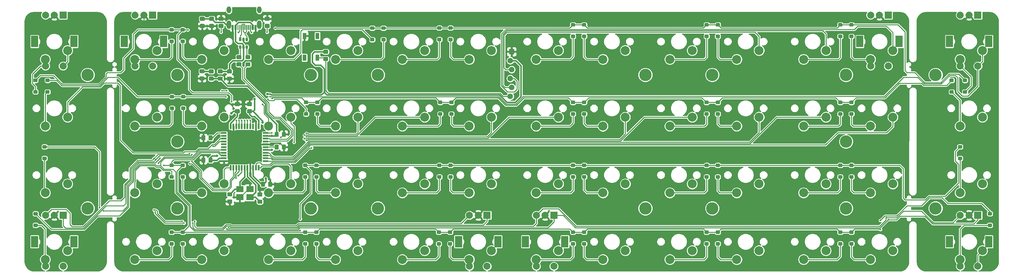
<source format=gbl>
G04 #@! TF.GenerationSoftware,KiCad,Pcbnew,(5.1.4-0-10_14)*
G04 #@! TF.CreationDate,2020-08-02T22:32:40-05:00*
G04 #@! TF.ProjectId,Ori,4f72692e-6b69-4636-9164-5f7063625858,rev?*
G04 #@! TF.SameCoordinates,Original*
G04 #@! TF.FileFunction,Copper,L2,Bot*
G04 #@! TF.FilePolarity,Positive*
%FSLAX46Y46*%
G04 Gerber Fmt 4.6, Leading zero omitted, Abs format (unit mm)*
G04 Created by KiCad (PCBNEW (5.1.4-0-10_14)) date 2020-08-02 22:32:40*
%MOMM*%
%LPD*%
G04 APERTURE LIST*
%ADD10C,0.100000*%
%ADD11C,1.000000*%
%ADD12C,1.150000*%
%ADD13R,2.000000X2.000000*%
%ADD14C,2.000000*%
%ADD15R,2.000000X3.200000*%
%ADD16C,2.540000*%
%ADD17R,2.100000X1.800000*%
%ADD18C,1.600200*%
%ADD19R,0.500000X1.500000*%
%ADD20R,1.500000X0.500000*%
%ADD21C,0.600000*%
%ADD22O,1.300000X2.400000*%
%ADD23C,0.300000*%
%ADD24O,1.300000X1.900000*%
%ADD25C,0.650000*%
%ADD26R,0.650000X1.060000*%
%ADD27R,1.100000X1.800000*%
%ADD28C,3.500000*%
%ADD29C,0.500000*%
%ADD30C,0.700000*%
%ADD31C,0.250000*%
%ADD32C,0.400000*%
%ADD33C,0.200000*%
G04 APERTURE END LIST*
D10*
G36*
X98462503Y-91250581D02*
G01*
X98486772Y-91254181D01*
X98510570Y-91260142D01*
X98533670Y-91268407D01*
X98555848Y-91278897D01*
X98576892Y-91291510D01*
X98596597Y-91306124D01*
X98614776Y-91322600D01*
X98631252Y-91340779D01*
X98645866Y-91360484D01*
X98658479Y-91381528D01*
X98668969Y-91403706D01*
X98677234Y-91426806D01*
X98683195Y-91450604D01*
X98686795Y-91474873D01*
X98687999Y-91499377D01*
X98687999Y-91999377D01*
X98686795Y-92023881D01*
X98683195Y-92048150D01*
X98677234Y-92071948D01*
X98668969Y-92095048D01*
X98658479Y-92117226D01*
X98645866Y-92138270D01*
X98631252Y-92157975D01*
X98614776Y-92176154D01*
X98596597Y-92192630D01*
X98576892Y-92207244D01*
X98555848Y-92219857D01*
X98533670Y-92230347D01*
X98510570Y-92238612D01*
X98486772Y-92244573D01*
X98462503Y-92248173D01*
X98437999Y-92249377D01*
X97737999Y-92249377D01*
X97713495Y-92248173D01*
X97689226Y-92244573D01*
X97665428Y-92238612D01*
X97642328Y-92230347D01*
X97620150Y-92219857D01*
X97599106Y-92207244D01*
X97579401Y-92192630D01*
X97561222Y-92176154D01*
X97544746Y-92157975D01*
X97530132Y-92138270D01*
X97517519Y-92117226D01*
X97507029Y-92095048D01*
X97498764Y-92071948D01*
X97492803Y-92048150D01*
X97489203Y-92023881D01*
X97487999Y-91999377D01*
X97487999Y-91499377D01*
X97489203Y-91474873D01*
X97492803Y-91450604D01*
X97498764Y-91426806D01*
X97507029Y-91403706D01*
X97517519Y-91381528D01*
X97530132Y-91360484D01*
X97544746Y-91340779D01*
X97561222Y-91322600D01*
X97579401Y-91306124D01*
X97599106Y-91291510D01*
X97620150Y-91278897D01*
X97642328Y-91268407D01*
X97665428Y-91260142D01*
X97689226Y-91254181D01*
X97713495Y-91250581D01*
X97737999Y-91249377D01*
X98437999Y-91249377D01*
X98462503Y-91250581D01*
X98462503Y-91250581D01*
G37*
D11*
X98087999Y-91749377D03*
D10*
G36*
X98462503Y-87950581D02*
G01*
X98486772Y-87954181D01*
X98510570Y-87960142D01*
X98533670Y-87968407D01*
X98555848Y-87978897D01*
X98576892Y-87991510D01*
X98596597Y-88006124D01*
X98614776Y-88022600D01*
X98631252Y-88040779D01*
X98645866Y-88060484D01*
X98658479Y-88081528D01*
X98668969Y-88103706D01*
X98677234Y-88126806D01*
X98683195Y-88150604D01*
X98686795Y-88174873D01*
X98687999Y-88199377D01*
X98687999Y-88699377D01*
X98686795Y-88723881D01*
X98683195Y-88748150D01*
X98677234Y-88771948D01*
X98668969Y-88795048D01*
X98658479Y-88817226D01*
X98645866Y-88838270D01*
X98631252Y-88857975D01*
X98614776Y-88876154D01*
X98596597Y-88892630D01*
X98576892Y-88907244D01*
X98555848Y-88919857D01*
X98533670Y-88930347D01*
X98510570Y-88938612D01*
X98486772Y-88944573D01*
X98462503Y-88948173D01*
X98437999Y-88949377D01*
X97737999Y-88949377D01*
X97713495Y-88948173D01*
X97689226Y-88944573D01*
X97665428Y-88938612D01*
X97642328Y-88930347D01*
X97620150Y-88919857D01*
X97599106Y-88907244D01*
X97579401Y-88892630D01*
X97561222Y-88876154D01*
X97544746Y-88857975D01*
X97530132Y-88838270D01*
X97517519Y-88817226D01*
X97507029Y-88795048D01*
X97498764Y-88771948D01*
X97492803Y-88748150D01*
X97489203Y-88723881D01*
X97487999Y-88699377D01*
X97487999Y-88199377D01*
X97489203Y-88174873D01*
X97492803Y-88150604D01*
X97498764Y-88126806D01*
X97507029Y-88103706D01*
X97517519Y-88081528D01*
X97530132Y-88060484D01*
X97544746Y-88040779D01*
X97561222Y-88022600D01*
X97579401Y-88006124D01*
X97599106Y-87991510D01*
X97620150Y-87978897D01*
X97642328Y-87968407D01*
X97665428Y-87960142D01*
X97689226Y-87954181D01*
X97713495Y-87950581D01*
X97737999Y-87949377D01*
X98437999Y-87949377D01*
X98462503Y-87950581D01*
X98462503Y-87950581D01*
G37*
D11*
X98087999Y-88449377D03*
D10*
G36*
X104024505Y-61101204D02*
G01*
X104048773Y-61104804D01*
X104072572Y-61110765D01*
X104095671Y-61119030D01*
X104117850Y-61129520D01*
X104138893Y-61142132D01*
X104158599Y-61156747D01*
X104176777Y-61173223D01*
X104193253Y-61191401D01*
X104207868Y-61211107D01*
X104220480Y-61232150D01*
X104230970Y-61254329D01*
X104239235Y-61277428D01*
X104245196Y-61301227D01*
X104248796Y-61325495D01*
X104250000Y-61349999D01*
X104250000Y-62000001D01*
X104248796Y-62024505D01*
X104245196Y-62048773D01*
X104239235Y-62072572D01*
X104230970Y-62095671D01*
X104220480Y-62117850D01*
X104207868Y-62138893D01*
X104193253Y-62158599D01*
X104176777Y-62176777D01*
X104158599Y-62193253D01*
X104138893Y-62207868D01*
X104117850Y-62220480D01*
X104095671Y-62230970D01*
X104072572Y-62239235D01*
X104048773Y-62245196D01*
X104024505Y-62248796D01*
X104000001Y-62250000D01*
X103099999Y-62250000D01*
X103075495Y-62248796D01*
X103051227Y-62245196D01*
X103027428Y-62239235D01*
X103004329Y-62230970D01*
X102982150Y-62220480D01*
X102961107Y-62207868D01*
X102941401Y-62193253D01*
X102923223Y-62176777D01*
X102906747Y-62158599D01*
X102892132Y-62138893D01*
X102879520Y-62117850D01*
X102869030Y-62095671D01*
X102860765Y-62072572D01*
X102854804Y-62048773D01*
X102851204Y-62024505D01*
X102850000Y-62000001D01*
X102850000Y-61349999D01*
X102851204Y-61325495D01*
X102854804Y-61301227D01*
X102860765Y-61277428D01*
X102869030Y-61254329D01*
X102879520Y-61232150D01*
X102892132Y-61211107D01*
X102906747Y-61191401D01*
X102923223Y-61173223D01*
X102941401Y-61156747D01*
X102961107Y-61142132D01*
X102982150Y-61129520D01*
X103004329Y-61119030D01*
X103027428Y-61110765D01*
X103051227Y-61104804D01*
X103075495Y-61101204D01*
X103099999Y-61100000D01*
X104000001Y-61100000D01*
X104024505Y-61101204D01*
X104024505Y-61101204D01*
G37*
D12*
X103550000Y-61675000D03*
D10*
G36*
X104024505Y-63151204D02*
G01*
X104048773Y-63154804D01*
X104072572Y-63160765D01*
X104095671Y-63169030D01*
X104117850Y-63179520D01*
X104138893Y-63192132D01*
X104158599Y-63206747D01*
X104176777Y-63223223D01*
X104193253Y-63241401D01*
X104207868Y-63261107D01*
X104220480Y-63282150D01*
X104230970Y-63304329D01*
X104239235Y-63327428D01*
X104245196Y-63351227D01*
X104248796Y-63375495D01*
X104250000Y-63399999D01*
X104250000Y-64050001D01*
X104248796Y-64074505D01*
X104245196Y-64098773D01*
X104239235Y-64122572D01*
X104230970Y-64145671D01*
X104220480Y-64167850D01*
X104207868Y-64188893D01*
X104193253Y-64208599D01*
X104176777Y-64226777D01*
X104158599Y-64243253D01*
X104138893Y-64257868D01*
X104117850Y-64270480D01*
X104095671Y-64280970D01*
X104072572Y-64289235D01*
X104048773Y-64295196D01*
X104024505Y-64298796D01*
X104000001Y-64300000D01*
X103099999Y-64300000D01*
X103075495Y-64298796D01*
X103051227Y-64295196D01*
X103027428Y-64289235D01*
X103004329Y-64280970D01*
X102982150Y-64270480D01*
X102961107Y-64257868D01*
X102941401Y-64243253D01*
X102923223Y-64226777D01*
X102906747Y-64208599D01*
X102892132Y-64188893D01*
X102879520Y-64167850D01*
X102869030Y-64145671D01*
X102860765Y-64122572D01*
X102854804Y-64098773D01*
X102851204Y-64074505D01*
X102850000Y-64050001D01*
X102850000Y-63399999D01*
X102851204Y-63375495D01*
X102854804Y-63351227D01*
X102860765Y-63327428D01*
X102869030Y-63304329D01*
X102879520Y-63282150D01*
X102892132Y-63261107D01*
X102906747Y-63241401D01*
X102923223Y-63223223D01*
X102941401Y-63206747D01*
X102961107Y-63192132D01*
X102982150Y-63179520D01*
X103004329Y-63169030D01*
X103027428Y-63160765D01*
X103051227Y-63154804D01*
X103075495Y-63151204D01*
X103099999Y-63150000D01*
X104000001Y-63150000D01*
X104024505Y-63151204D01*
X104024505Y-63151204D01*
G37*
D12*
X103550000Y-63725000D03*
D10*
G36*
X127174505Y-78951204D02*
G01*
X127198773Y-78954804D01*
X127222572Y-78960765D01*
X127245671Y-78969030D01*
X127267850Y-78979520D01*
X127288893Y-78992132D01*
X127308599Y-79006747D01*
X127326777Y-79023223D01*
X127343253Y-79041401D01*
X127357868Y-79061107D01*
X127370480Y-79082150D01*
X127380970Y-79104329D01*
X127389235Y-79127428D01*
X127395196Y-79151227D01*
X127398796Y-79175495D01*
X127400000Y-79199999D01*
X127400000Y-80100001D01*
X127398796Y-80124505D01*
X127395196Y-80148773D01*
X127389235Y-80172572D01*
X127380970Y-80195671D01*
X127370480Y-80217850D01*
X127357868Y-80238893D01*
X127343253Y-80258599D01*
X127326777Y-80276777D01*
X127308599Y-80293253D01*
X127288893Y-80307868D01*
X127267850Y-80320480D01*
X127245671Y-80330970D01*
X127222572Y-80339235D01*
X127198773Y-80345196D01*
X127174505Y-80348796D01*
X127150001Y-80350000D01*
X126499999Y-80350000D01*
X126475495Y-80348796D01*
X126451227Y-80345196D01*
X126427428Y-80339235D01*
X126404329Y-80330970D01*
X126382150Y-80320480D01*
X126361107Y-80307868D01*
X126341401Y-80293253D01*
X126323223Y-80276777D01*
X126306747Y-80258599D01*
X126292132Y-80238893D01*
X126279520Y-80217850D01*
X126269030Y-80195671D01*
X126260765Y-80172572D01*
X126254804Y-80148773D01*
X126251204Y-80124505D01*
X126250000Y-80100001D01*
X126250000Y-79199999D01*
X126251204Y-79175495D01*
X126254804Y-79151227D01*
X126260765Y-79127428D01*
X126269030Y-79104329D01*
X126279520Y-79082150D01*
X126292132Y-79061107D01*
X126306747Y-79041401D01*
X126323223Y-79023223D01*
X126341401Y-79006747D01*
X126361107Y-78992132D01*
X126382150Y-78979520D01*
X126404329Y-78969030D01*
X126427428Y-78960765D01*
X126451227Y-78954804D01*
X126475495Y-78951204D01*
X126499999Y-78950000D01*
X127150001Y-78950000D01*
X127174505Y-78951204D01*
X127174505Y-78951204D01*
G37*
D12*
X126825000Y-79650000D03*
D10*
G36*
X125124505Y-78951204D02*
G01*
X125148773Y-78954804D01*
X125172572Y-78960765D01*
X125195671Y-78969030D01*
X125217850Y-78979520D01*
X125238893Y-78992132D01*
X125258599Y-79006747D01*
X125276777Y-79023223D01*
X125293253Y-79041401D01*
X125307868Y-79061107D01*
X125320480Y-79082150D01*
X125330970Y-79104329D01*
X125339235Y-79127428D01*
X125345196Y-79151227D01*
X125348796Y-79175495D01*
X125350000Y-79199999D01*
X125350000Y-80100001D01*
X125348796Y-80124505D01*
X125345196Y-80148773D01*
X125339235Y-80172572D01*
X125330970Y-80195671D01*
X125320480Y-80217850D01*
X125307868Y-80238893D01*
X125293253Y-80258599D01*
X125276777Y-80276777D01*
X125258599Y-80293253D01*
X125238893Y-80307868D01*
X125217850Y-80320480D01*
X125195671Y-80330970D01*
X125172572Y-80339235D01*
X125148773Y-80345196D01*
X125124505Y-80348796D01*
X125100001Y-80350000D01*
X124449999Y-80350000D01*
X124425495Y-80348796D01*
X124401227Y-80345196D01*
X124377428Y-80339235D01*
X124354329Y-80330970D01*
X124332150Y-80320480D01*
X124311107Y-80307868D01*
X124291401Y-80293253D01*
X124273223Y-80276777D01*
X124256747Y-80258599D01*
X124242132Y-80238893D01*
X124229520Y-80217850D01*
X124219030Y-80195671D01*
X124210765Y-80172572D01*
X124204804Y-80148773D01*
X124201204Y-80124505D01*
X124200000Y-80100001D01*
X124200000Y-79199999D01*
X124201204Y-79175495D01*
X124204804Y-79151227D01*
X124210765Y-79127428D01*
X124219030Y-79104329D01*
X124229520Y-79082150D01*
X124242132Y-79061107D01*
X124256747Y-79041401D01*
X124273223Y-79023223D01*
X124291401Y-79006747D01*
X124311107Y-78992132D01*
X124332150Y-78979520D01*
X124354329Y-78969030D01*
X124377428Y-78960765D01*
X124401227Y-78954804D01*
X124425495Y-78951204D01*
X124449999Y-78950000D01*
X125100001Y-78950000D01*
X125124505Y-78951204D01*
X125124505Y-78951204D01*
G37*
D12*
X124775000Y-79650000D03*
D10*
G36*
X104299505Y-86301204D02*
G01*
X104323773Y-86304804D01*
X104347572Y-86310765D01*
X104370671Y-86319030D01*
X104392850Y-86329520D01*
X104413893Y-86342132D01*
X104433599Y-86356747D01*
X104451777Y-86373223D01*
X104468253Y-86391401D01*
X104482868Y-86411107D01*
X104495480Y-86432150D01*
X104505970Y-86454329D01*
X104514235Y-86477428D01*
X104520196Y-86501227D01*
X104523796Y-86525495D01*
X104525000Y-86549999D01*
X104525000Y-87450001D01*
X104523796Y-87474505D01*
X104520196Y-87498773D01*
X104514235Y-87522572D01*
X104505970Y-87545671D01*
X104495480Y-87567850D01*
X104482868Y-87588893D01*
X104468253Y-87608599D01*
X104451777Y-87626777D01*
X104433599Y-87643253D01*
X104413893Y-87657868D01*
X104392850Y-87670480D01*
X104370671Y-87680970D01*
X104347572Y-87689235D01*
X104323773Y-87695196D01*
X104299505Y-87698796D01*
X104275001Y-87700000D01*
X103624999Y-87700000D01*
X103600495Y-87698796D01*
X103576227Y-87695196D01*
X103552428Y-87689235D01*
X103529329Y-87680970D01*
X103507150Y-87670480D01*
X103486107Y-87657868D01*
X103466401Y-87643253D01*
X103448223Y-87626777D01*
X103431747Y-87608599D01*
X103417132Y-87588893D01*
X103404520Y-87567850D01*
X103394030Y-87545671D01*
X103385765Y-87522572D01*
X103379804Y-87498773D01*
X103376204Y-87474505D01*
X103375000Y-87450001D01*
X103375000Y-86549999D01*
X103376204Y-86525495D01*
X103379804Y-86501227D01*
X103385765Y-86477428D01*
X103394030Y-86454329D01*
X103404520Y-86432150D01*
X103417132Y-86411107D01*
X103431747Y-86391401D01*
X103448223Y-86373223D01*
X103466401Y-86356747D01*
X103486107Y-86342132D01*
X103507150Y-86329520D01*
X103529329Y-86319030D01*
X103552428Y-86310765D01*
X103576227Y-86304804D01*
X103600495Y-86301204D01*
X103624999Y-86300000D01*
X104275001Y-86300000D01*
X104299505Y-86301204D01*
X104299505Y-86301204D01*
G37*
D12*
X103950000Y-87000000D03*
D10*
G36*
X106349505Y-86301204D02*
G01*
X106373773Y-86304804D01*
X106397572Y-86310765D01*
X106420671Y-86319030D01*
X106442850Y-86329520D01*
X106463893Y-86342132D01*
X106483599Y-86356747D01*
X106501777Y-86373223D01*
X106518253Y-86391401D01*
X106532868Y-86411107D01*
X106545480Y-86432150D01*
X106555970Y-86454329D01*
X106564235Y-86477428D01*
X106570196Y-86501227D01*
X106573796Y-86525495D01*
X106575000Y-86549999D01*
X106575000Y-87450001D01*
X106573796Y-87474505D01*
X106570196Y-87498773D01*
X106564235Y-87522572D01*
X106555970Y-87545671D01*
X106545480Y-87567850D01*
X106532868Y-87588893D01*
X106518253Y-87608599D01*
X106501777Y-87626777D01*
X106483599Y-87643253D01*
X106463893Y-87657868D01*
X106442850Y-87670480D01*
X106420671Y-87680970D01*
X106397572Y-87689235D01*
X106373773Y-87695196D01*
X106349505Y-87698796D01*
X106325001Y-87700000D01*
X105674999Y-87700000D01*
X105650495Y-87698796D01*
X105626227Y-87695196D01*
X105602428Y-87689235D01*
X105579329Y-87680970D01*
X105557150Y-87670480D01*
X105536107Y-87657868D01*
X105516401Y-87643253D01*
X105498223Y-87626777D01*
X105481747Y-87608599D01*
X105467132Y-87588893D01*
X105454520Y-87567850D01*
X105444030Y-87545671D01*
X105435765Y-87522572D01*
X105429804Y-87498773D01*
X105426204Y-87474505D01*
X105425000Y-87450001D01*
X105425000Y-86549999D01*
X105426204Y-86525495D01*
X105429804Y-86501227D01*
X105435765Y-86477428D01*
X105444030Y-86454329D01*
X105454520Y-86432150D01*
X105467132Y-86411107D01*
X105481747Y-86391401D01*
X105498223Y-86373223D01*
X105516401Y-86356747D01*
X105536107Y-86342132D01*
X105557150Y-86329520D01*
X105579329Y-86319030D01*
X105602428Y-86310765D01*
X105626227Y-86304804D01*
X105650495Y-86301204D01*
X105674999Y-86300000D01*
X106325001Y-86300000D01*
X106349505Y-86301204D01*
X106349505Y-86301204D01*
G37*
D12*
X106000000Y-87000000D03*
D10*
G36*
X247306503Y-51245581D02*
G01*
X247330772Y-51249181D01*
X247354570Y-51255142D01*
X247377670Y-51263407D01*
X247399848Y-51273897D01*
X247420892Y-51286510D01*
X247440597Y-51301124D01*
X247458776Y-51317600D01*
X247475252Y-51335779D01*
X247489866Y-51355484D01*
X247502479Y-51376528D01*
X247512969Y-51398706D01*
X247521234Y-51421806D01*
X247527195Y-51445604D01*
X247530795Y-51469873D01*
X247531999Y-51494377D01*
X247531999Y-51994377D01*
X247530795Y-52018881D01*
X247527195Y-52043150D01*
X247521234Y-52066948D01*
X247512969Y-52090048D01*
X247502479Y-52112226D01*
X247489866Y-52133270D01*
X247475252Y-52152975D01*
X247458776Y-52171154D01*
X247440597Y-52187630D01*
X247420892Y-52202244D01*
X247399848Y-52214857D01*
X247377670Y-52225347D01*
X247354570Y-52233612D01*
X247330772Y-52239573D01*
X247306503Y-52243173D01*
X247281999Y-52244377D01*
X246581999Y-52244377D01*
X246557495Y-52243173D01*
X246533226Y-52239573D01*
X246509428Y-52233612D01*
X246486328Y-52225347D01*
X246464150Y-52214857D01*
X246443106Y-52202244D01*
X246423401Y-52187630D01*
X246405222Y-52171154D01*
X246388746Y-52152975D01*
X246374132Y-52133270D01*
X246361519Y-52112226D01*
X246351029Y-52090048D01*
X246342764Y-52066948D01*
X246336803Y-52043150D01*
X246333203Y-52018881D01*
X246331999Y-51994377D01*
X246331999Y-51494377D01*
X246333203Y-51469873D01*
X246336803Y-51445604D01*
X246342764Y-51421806D01*
X246351029Y-51398706D01*
X246361519Y-51376528D01*
X246374132Y-51355484D01*
X246388746Y-51335779D01*
X246405222Y-51317600D01*
X246423401Y-51301124D01*
X246443106Y-51286510D01*
X246464150Y-51273897D01*
X246486328Y-51263407D01*
X246509428Y-51255142D01*
X246533226Y-51249181D01*
X246557495Y-51245581D01*
X246581999Y-51244377D01*
X247281999Y-51244377D01*
X247306503Y-51245581D01*
X247306503Y-51245581D01*
G37*
D11*
X246931999Y-51744377D03*
D10*
G36*
X247306503Y-47945581D02*
G01*
X247330772Y-47949181D01*
X247354570Y-47955142D01*
X247377670Y-47963407D01*
X247399848Y-47973897D01*
X247420892Y-47986510D01*
X247440597Y-48001124D01*
X247458776Y-48017600D01*
X247475252Y-48035779D01*
X247489866Y-48055484D01*
X247502479Y-48076528D01*
X247512969Y-48098706D01*
X247521234Y-48121806D01*
X247527195Y-48145604D01*
X247530795Y-48169873D01*
X247531999Y-48194377D01*
X247531999Y-48694377D01*
X247530795Y-48718881D01*
X247527195Y-48743150D01*
X247521234Y-48766948D01*
X247512969Y-48790048D01*
X247502479Y-48812226D01*
X247489866Y-48833270D01*
X247475252Y-48852975D01*
X247458776Y-48871154D01*
X247440597Y-48887630D01*
X247420892Y-48902244D01*
X247399848Y-48914857D01*
X247377670Y-48925347D01*
X247354570Y-48933612D01*
X247330772Y-48939573D01*
X247306503Y-48943173D01*
X247281999Y-48944377D01*
X246581999Y-48944377D01*
X246557495Y-48943173D01*
X246533226Y-48939573D01*
X246509428Y-48933612D01*
X246486328Y-48925347D01*
X246464150Y-48914857D01*
X246443106Y-48902244D01*
X246423401Y-48887630D01*
X246405222Y-48871154D01*
X246388746Y-48852975D01*
X246374132Y-48833270D01*
X246361519Y-48812226D01*
X246351029Y-48790048D01*
X246342764Y-48766948D01*
X246336803Y-48743150D01*
X246333203Y-48718881D01*
X246331999Y-48694377D01*
X246331999Y-48194377D01*
X246333203Y-48169873D01*
X246336803Y-48145604D01*
X246342764Y-48121806D01*
X246351029Y-48098706D01*
X246361519Y-48076528D01*
X246374132Y-48055484D01*
X246388746Y-48035779D01*
X246405222Y-48017600D01*
X246423401Y-48001124D01*
X246443106Y-47986510D01*
X246464150Y-47973897D01*
X246486328Y-47963407D01*
X246509428Y-47955142D01*
X246533226Y-47949181D01*
X246557495Y-47945581D01*
X246581999Y-47944377D01*
X247281999Y-47944377D01*
X247306503Y-47945581D01*
X247306503Y-47945581D01*
G37*
D11*
X246931999Y-48444377D03*
D13*
X324005136Y-45687162D03*
D14*
X321505136Y-45687162D03*
X319005136Y-45687162D03*
D15*
X327105136Y-53187162D03*
X315905136Y-53187162D03*
D14*
X324005136Y-60187162D03*
X319005136Y-60187162D03*
D13*
X203544719Y-102687012D03*
D14*
X201044719Y-102687012D03*
X198544719Y-102687012D03*
D15*
X206644719Y-110187012D03*
X195444719Y-110187012D03*
D14*
X203544719Y-117187012D03*
X198544719Y-117187012D03*
D13*
X184544769Y-102687012D03*
D14*
X182044769Y-102687012D03*
X179544769Y-102687012D03*
D15*
X187644769Y-110187012D03*
X176444769Y-110187012D03*
D14*
X184544769Y-117187012D03*
X179544769Y-117187012D03*
D13*
X298544469Y-45687162D03*
D14*
X296044469Y-45687162D03*
X293544469Y-45687162D03*
D15*
X301644469Y-53187162D03*
X290444469Y-53187162D03*
D14*
X298544469Y-60187162D03*
X293544469Y-60187162D03*
D13*
X324005136Y-102687012D03*
D14*
X321505136Y-102687012D03*
X319005136Y-102687012D03*
D15*
X327105136Y-110187012D03*
X315905136Y-110187012D03*
D14*
X324005136Y-117187012D03*
X319005136Y-117187012D03*
D13*
X64085086Y-102687012D03*
D14*
X61585086Y-102687012D03*
X59085086Y-102687012D03*
D15*
X67185086Y-110187012D03*
X55985086Y-110187012D03*
D14*
X64085086Y-117187012D03*
X59085086Y-117187012D03*
D13*
X89545399Y-45687302D03*
D14*
X87045399Y-45687302D03*
X84545399Y-45687302D03*
D15*
X92645399Y-53187302D03*
X81445399Y-53187302D03*
D14*
X89545399Y-60187302D03*
X84545399Y-60187302D03*
D13*
X64085086Y-45687162D03*
D14*
X61585086Y-45687162D03*
X59085086Y-45687162D03*
D15*
X67185086Y-53187162D03*
X55985086Y-53187162D03*
D14*
X64085086Y-60187162D03*
X59085086Y-60187162D03*
D10*
G36*
X106671505Y-63189204D02*
G01*
X106695773Y-63192804D01*
X106719572Y-63198765D01*
X106742671Y-63207030D01*
X106764850Y-63217520D01*
X106785893Y-63230132D01*
X106805599Y-63244747D01*
X106823777Y-63261223D01*
X106840253Y-63279401D01*
X106854868Y-63299107D01*
X106867480Y-63320150D01*
X106877970Y-63342329D01*
X106886235Y-63365428D01*
X106892196Y-63389227D01*
X106895796Y-63413495D01*
X106897000Y-63437999D01*
X106897000Y-64088001D01*
X106895796Y-64112505D01*
X106892196Y-64136773D01*
X106886235Y-64160572D01*
X106877970Y-64183671D01*
X106867480Y-64205850D01*
X106854868Y-64226893D01*
X106840253Y-64246599D01*
X106823777Y-64264777D01*
X106805599Y-64281253D01*
X106785893Y-64295868D01*
X106764850Y-64308480D01*
X106742671Y-64318970D01*
X106719572Y-64327235D01*
X106695773Y-64333196D01*
X106671505Y-64336796D01*
X106647001Y-64338000D01*
X105746999Y-64338000D01*
X105722495Y-64336796D01*
X105698227Y-64333196D01*
X105674428Y-64327235D01*
X105651329Y-64318970D01*
X105629150Y-64308480D01*
X105608107Y-64295868D01*
X105588401Y-64281253D01*
X105570223Y-64264777D01*
X105553747Y-64246599D01*
X105539132Y-64226893D01*
X105526520Y-64205850D01*
X105516030Y-64183671D01*
X105507765Y-64160572D01*
X105501804Y-64136773D01*
X105498204Y-64112505D01*
X105497000Y-64088001D01*
X105497000Y-63437999D01*
X105498204Y-63413495D01*
X105501804Y-63389227D01*
X105507765Y-63365428D01*
X105516030Y-63342329D01*
X105526520Y-63320150D01*
X105539132Y-63299107D01*
X105553747Y-63279401D01*
X105570223Y-63261223D01*
X105588401Y-63244747D01*
X105608107Y-63230132D01*
X105629150Y-63217520D01*
X105651329Y-63207030D01*
X105674428Y-63198765D01*
X105698227Y-63192804D01*
X105722495Y-63189204D01*
X105746999Y-63188000D01*
X106647001Y-63188000D01*
X106671505Y-63189204D01*
X106671505Y-63189204D01*
G37*
D12*
X106197000Y-63763000D03*
D10*
G36*
X106671505Y-61139204D02*
G01*
X106695773Y-61142804D01*
X106719572Y-61148765D01*
X106742671Y-61157030D01*
X106764850Y-61167520D01*
X106785893Y-61180132D01*
X106805599Y-61194747D01*
X106823777Y-61211223D01*
X106840253Y-61229401D01*
X106854868Y-61249107D01*
X106867480Y-61270150D01*
X106877970Y-61292329D01*
X106886235Y-61315428D01*
X106892196Y-61339227D01*
X106895796Y-61363495D01*
X106897000Y-61387999D01*
X106897000Y-62038001D01*
X106895796Y-62062505D01*
X106892196Y-62086773D01*
X106886235Y-62110572D01*
X106877970Y-62133671D01*
X106867480Y-62155850D01*
X106854868Y-62176893D01*
X106840253Y-62196599D01*
X106823777Y-62214777D01*
X106805599Y-62231253D01*
X106785893Y-62245868D01*
X106764850Y-62258480D01*
X106742671Y-62268970D01*
X106719572Y-62277235D01*
X106695773Y-62283196D01*
X106671505Y-62286796D01*
X106647001Y-62288000D01*
X105746999Y-62288000D01*
X105722495Y-62286796D01*
X105698227Y-62283196D01*
X105674428Y-62277235D01*
X105651329Y-62268970D01*
X105629150Y-62258480D01*
X105608107Y-62245868D01*
X105588401Y-62231253D01*
X105570223Y-62214777D01*
X105553747Y-62196599D01*
X105539132Y-62176893D01*
X105526520Y-62155850D01*
X105516030Y-62133671D01*
X105507765Y-62110572D01*
X105501804Y-62086773D01*
X105498204Y-62062505D01*
X105497000Y-62038001D01*
X105497000Y-61387999D01*
X105498204Y-61363495D01*
X105501804Y-61339227D01*
X105507765Y-61315428D01*
X105516030Y-61292329D01*
X105526520Y-61270150D01*
X105539132Y-61249107D01*
X105553747Y-61229401D01*
X105570223Y-61211223D01*
X105588401Y-61194747D01*
X105608107Y-61180132D01*
X105629150Y-61167520D01*
X105651329Y-61157030D01*
X105674428Y-61148765D01*
X105698227Y-61142804D01*
X105722495Y-61139204D01*
X105746999Y-61138000D01*
X106647001Y-61138000D01*
X106671505Y-61139204D01*
X106671505Y-61139204D01*
G37*
D12*
X106197000Y-61713000D03*
D10*
G36*
X111824505Y-63201204D02*
G01*
X111848773Y-63204804D01*
X111872572Y-63210765D01*
X111895671Y-63219030D01*
X111917850Y-63229520D01*
X111938893Y-63242132D01*
X111958599Y-63256747D01*
X111976777Y-63273223D01*
X111993253Y-63291401D01*
X112007868Y-63311107D01*
X112020480Y-63332150D01*
X112030970Y-63354329D01*
X112039235Y-63377428D01*
X112045196Y-63401227D01*
X112048796Y-63425495D01*
X112050000Y-63449999D01*
X112050000Y-64100001D01*
X112048796Y-64124505D01*
X112045196Y-64148773D01*
X112039235Y-64172572D01*
X112030970Y-64195671D01*
X112020480Y-64217850D01*
X112007868Y-64238893D01*
X111993253Y-64258599D01*
X111976777Y-64276777D01*
X111958599Y-64293253D01*
X111938893Y-64307868D01*
X111917850Y-64320480D01*
X111895671Y-64330970D01*
X111872572Y-64339235D01*
X111848773Y-64345196D01*
X111824505Y-64348796D01*
X111800001Y-64350000D01*
X110899999Y-64350000D01*
X110875495Y-64348796D01*
X110851227Y-64345196D01*
X110827428Y-64339235D01*
X110804329Y-64330970D01*
X110782150Y-64320480D01*
X110761107Y-64307868D01*
X110741401Y-64293253D01*
X110723223Y-64276777D01*
X110706747Y-64258599D01*
X110692132Y-64238893D01*
X110679520Y-64217850D01*
X110669030Y-64195671D01*
X110660765Y-64172572D01*
X110654804Y-64148773D01*
X110651204Y-64124505D01*
X110650000Y-64100001D01*
X110650000Y-63449999D01*
X110651204Y-63425495D01*
X110654804Y-63401227D01*
X110660765Y-63377428D01*
X110669030Y-63354329D01*
X110679520Y-63332150D01*
X110692132Y-63311107D01*
X110706747Y-63291401D01*
X110723223Y-63273223D01*
X110741401Y-63256747D01*
X110761107Y-63242132D01*
X110782150Y-63229520D01*
X110804329Y-63219030D01*
X110827428Y-63210765D01*
X110851227Y-63204804D01*
X110875495Y-63201204D01*
X110899999Y-63200000D01*
X111800001Y-63200000D01*
X111824505Y-63201204D01*
X111824505Y-63201204D01*
G37*
D12*
X111350000Y-63775000D03*
D10*
G36*
X111824505Y-61151204D02*
G01*
X111848773Y-61154804D01*
X111872572Y-61160765D01*
X111895671Y-61169030D01*
X111917850Y-61179520D01*
X111938893Y-61192132D01*
X111958599Y-61206747D01*
X111976777Y-61223223D01*
X111993253Y-61241401D01*
X112007868Y-61261107D01*
X112020480Y-61282150D01*
X112030970Y-61304329D01*
X112039235Y-61327428D01*
X112045196Y-61351227D01*
X112048796Y-61375495D01*
X112050000Y-61399999D01*
X112050000Y-62050001D01*
X112048796Y-62074505D01*
X112045196Y-62098773D01*
X112039235Y-62122572D01*
X112030970Y-62145671D01*
X112020480Y-62167850D01*
X112007868Y-62188893D01*
X111993253Y-62208599D01*
X111976777Y-62226777D01*
X111958599Y-62243253D01*
X111938893Y-62257868D01*
X111917850Y-62270480D01*
X111895671Y-62280970D01*
X111872572Y-62289235D01*
X111848773Y-62295196D01*
X111824505Y-62298796D01*
X111800001Y-62300000D01*
X110899999Y-62300000D01*
X110875495Y-62298796D01*
X110851227Y-62295196D01*
X110827428Y-62289235D01*
X110804329Y-62280970D01*
X110782150Y-62270480D01*
X110761107Y-62257868D01*
X110741401Y-62243253D01*
X110723223Y-62226777D01*
X110706747Y-62208599D01*
X110692132Y-62188893D01*
X110679520Y-62167850D01*
X110669030Y-62145671D01*
X110660765Y-62122572D01*
X110654804Y-62098773D01*
X110651204Y-62074505D01*
X110650000Y-62050001D01*
X110650000Y-61399999D01*
X110651204Y-61375495D01*
X110654804Y-61351227D01*
X110660765Y-61327428D01*
X110669030Y-61304329D01*
X110679520Y-61282150D01*
X110692132Y-61261107D01*
X110706747Y-61241401D01*
X110723223Y-61223223D01*
X110741401Y-61206747D01*
X110761107Y-61192132D01*
X110782150Y-61179520D01*
X110804329Y-61169030D01*
X110827428Y-61160765D01*
X110851227Y-61154804D01*
X110875495Y-61151204D01*
X110899999Y-61150000D01*
X111800001Y-61150000D01*
X111824505Y-61151204D01*
X111824505Y-61151204D01*
G37*
D12*
X111350000Y-61725000D03*
D10*
G36*
X106773505Y-48203204D02*
G01*
X106797773Y-48206804D01*
X106821572Y-48212765D01*
X106844671Y-48221030D01*
X106866850Y-48231520D01*
X106887893Y-48244132D01*
X106907599Y-48258747D01*
X106925777Y-48275223D01*
X106942253Y-48293401D01*
X106956868Y-48313107D01*
X106969480Y-48334150D01*
X106979970Y-48356329D01*
X106988235Y-48379428D01*
X106994196Y-48403227D01*
X106997796Y-48427495D01*
X106999000Y-48451999D01*
X106999000Y-49102001D01*
X106997796Y-49126505D01*
X106994196Y-49150773D01*
X106988235Y-49174572D01*
X106979970Y-49197671D01*
X106969480Y-49219850D01*
X106956868Y-49240893D01*
X106942253Y-49260599D01*
X106925777Y-49278777D01*
X106907599Y-49295253D01*
X106887893Y-49309868D01*
X106866850Y-49322480D01*
X106844671Y-49332970D01*
X106821572Y-49341235D01*
X106797773Y-49347196D01*
X106773505Y-49350796D01*
X106749001Y-49352000D01*
X105848999Y-49352000D01*
X105824495Y-49350796D01*
X105800227Y-49347196D01*
X105776428Y-49341235D01*
X105753329Y-49332970D01*
X105731150Y-49322480D01*
X105710107Y-49309868D01*
X105690401Y-49295253D01*
X105672223Y-49278777D01*
X105655747Y-49260599D01*
X105641132Y-49240893D01*
X105628520Y-49219850D01*
X105618030Y-49197671D01*
X105609765Y-49174572D01*
X105603804Y-49150773D01*
X105600204Y-49126505D01*
X105599000Y-49102001D01*
X105599000Y-48451999D01*
X105600204Y-48427495D01*
X105603804Y-48403227D01*
X105609765Y-48379428D01*
X105618030Y-48356329D01*
X105628520Y-48334150D01*
X105641132Y-48313107D01*
X105655747Y-48293401D01*
X105672223Y-48275223D01*
X105690401Y-48258747D01*
X105710107Y-48244132D01*
X105731150Y-48231520D01*
X105753329Y-48221030D01*
X105776428Y-48212765D01*
X105800227Y-48206804D01*
X105824495Y-48203204D01*
X105848999Y-48202000D01*
X106749001Y-48202000D01*
X106773505Y-48203204D01*
X106773505Y-48203204D01*
G37*
D12*
X106299000Y-48777000D03*
D10*
G36*
X106773505Y-46153204D02*
G01*
X106797773Y-46156804D01*
X106821572Y-46162765D01*
X106844671Y-46171030D01*
X106866850Y-46181520D01*
X106887893Y-46194132D01*
X106907599Y-46208747D01*
X106925777Y-46225223D01*
X106942253Y-46243401D01*
X106956868Y-46263107D01*
X106969480Y-46284150D01*
X106979970Y-46306329D01*
X106988235Y-46329428D01*
X106994196Y-46353227D01*
X106997796Y-46377495D01*
X106999000Y-46401999D01*
X106999000Y-47052001D01*
X106997796Y-47076505D01*
X106994196Y-47100773D01*
X106988235Y-47124572D01*
X106979970Y-47147671D01*
X106969480Y-47169850D01*
X106956868Y-47190893D01*
X106942253Y-47210599D01*
X106925777Y-47228777D01*
X106907599Y-47245253D01*
X106887893Y-47259868D01*
X106866850Y-47272480D01*
X106844671Y-47282970D01*
X106821572Y-47291235D01*
X106797773Y-47297196D01*
X106773505Y-47300796D01*
X106749001Y-47302000D01*
X105848999Y-47302000D01*
X105824495Y-47300796D01*
X105800227Y-47297196D01*
X105776428Y-47291235D01*
X105753329Y-47282970D01*
X105731150Y-47272480D01*
X105710107Y-47259868D01*
X105690401Y-47245253D01*
X105672223Y-47228777D01*
X105655747Y-47210599D01*
X105641132Y-47190893D01*
X105628520Y-47169850D01*
X105618030Y-47147671D01*
X105609765Y-47124572D01*
X105603804Y-47100773D01*
X105600204Y-47076505D01*
X105599000Y-47052001D01*
X105599000Y-46401999D01*
X105600204Y-46377495D01*
X105603804Y-46353227D01*
X105609765Y-46329428D01*
X105618030Y-46306329D01*
X105628520Y-46284150D01*
X105641132Y-46263107D01*
X105655747Y-46243401D01*
X105672223Y-46225223D01*
X105690401Y-46208747D01*
X105710107Y-46194132D01*
X105731150Y-46181520D01*
X105753329Y-46171030D01*
X105776428Y-46162765D01*
X105800227Y-46156804D01*
X105824495Y-46153204D01*
X105848999Y-46152000D01*
X106749001Y-46152000D01*
X106773505Y-46153204D01*
X106773505Y-46153204D01*
G37*
D12*
X106299000Y-46727000D03*
D10*
G36*
X104106505Y-48203204D02*
G01*
X104130773Y-48206804D01*
X104154572Y-48212765D01*
X104177671Y-48221030D01*
X104199850Y-48231520D01*
X104220893Y-48244132D01*
X104240599Y-48258747D01*
X104258777Y-48275223D01*
X104275253Y-48293401D01*
X104289868Y-48313107D01*
X104302480Y-48334150D01*
X104312970Y-48356329D01*
X104321235Y-48379428D01*
X104327196Y-48403227D01*
X104330796Y-48427495D01*
X104332000Y-48451999D01*
X104332000Y-49102001D01*
X104330796Y-49126505D01*
X104327196Y-49150773D01*
X104321235Y-49174572D01*
X104312970Y-49197671D01*
X104302480Y-49219850D01*
X104289868Y-49240893D01*
X104275253Y-49260599D01*
X104258777Y-49278777D01*
X104240599Y-49295253D01*
X104220893Y-49309868D01*
X104199850Y-49322480D01*
X104177671Y-49332970D01*
X104154572Y-49341235D01*
X104130773Y-49347196D01*
X104106505Y-49350796D01*
X104082001Y-49352000D01*
X103181999Y-49352000D01*
X103157495Y-49350796D01*
X103133227Y-49347196D01*
X103109428Y-49341235D01*
X103086329Y-49332970D01*
X103064150Y-49322480D01*
X103043107Y-49309868D01*
X103023401Y-49295253D01*
X103005223Y-49278777D01*
X102988747Y-49260599D01*
X102974132Y-49240893D01*
X102961520Y-49219850D01*
X102951030Y-49197671D01*
X102942765Y-49174572D01*
X102936804Y-49150773D01*
X102933204Y-49126505D01*
X102932000Y-49102001D01*
X102932000Y-48451999D01*
X102933204Y-48427495D01*
X102936804Y-48403227D01*
X102942765Y-48379428D01*
X102951030Y-48356329D01*
X102961520Y-48334150D01*
X102974132Y-48313107D01*
X102988747Y-48293401D01*
X103005223Y-48275223D01*
X103023401Y-48258747D01*
X103043107Y-48244132D01*
X103064150Y-48231520D01*
X103086329Y-48221030D01*
X103109428Y-48212765D01*
X103133227Y-48206804D01*
X103157495Y-48203204D01*
X103181999Y-48202000D01*
X104082001Y-48202000D01*
X104106505Y-48203204D01*
X104106505Y-48203204D01*
G37*
D12*
X103632000Y-48777000D03*
D10*
G36*
X104106505Y-46153204D02*
G01*
X104130773Y-46156804D01*
X104154572Y-46162765D01*
X104177671Y-46171030D01*
X104199850Y-46181520D01*
X104220893Y-46194132D01*
X104240599Y-46208747D01*
X104258777Y-46225223D01*
X104275253Y-46243401D01*
X104289868Y-46263107D01*
X104302480Y-46284150D01*
X104312970Y-46306329D01*
X104321235Y-46329428D01*
X104327196Y-46353227D01*
X104330796Y-46377495D01*
X104332000Y-46401999D01*
X104332000Y-47052001D01*
X104330796Y-47076505D01*
X104327196Y-47100773D01*
X104321235Y-47124572D01*
X104312970Y-47147671D01*
X104302480Y-47169850D01*
X104289868Y-47190893D01*
X104275253Y-47210599D01*
X104258777Y-47228777D01*
X104240599Y-47245253D01*
X104220893Y-47259868D01*
X104199850Y-47272480D01*
X104177671Y-47282970D01*
X104154572Y-47291235D01*
X104130773Y-47297196D01*
X104106505Y-47300796D01*
X104082001Y-47302000D01*
X103181999Y-47302000D01*
X103157495Y-47300796D01*
X103133227Y-47297196D01*
X103109428Y-47291235D01*
X103086329Y-47282970D01*
X103064150Y-47272480D01*
X103043107Y-47259868D01*
X103023401Y-47245253D01*
X103005223Y-47228777D01*
X102988747Y-47210599D01*
X102974132Y-47190893D01*
X102961520Y-47169850D01*
X102951030Y-47147671D01*
X102942765Y-47124572D01*
X102936804Y-47100773D01*
X102933204Y-47076505D01*
X102932000Y-47052001D01*
X102932000Y-46401999D01*
X102933204Y-46377495D01*
X102936804Y-46353227D01*
X102942765Y-46329428D01*
X102951030Y-46306329D01*
X102961520Y-46284150D01*
X102974132Y-46263107D01*
X102988747Y-46243401D01*
X103005223Y-46225223D01*
X103023401Y-46208747D01*
X103043107Y-46194132D01*
X103064150Y-46181520D01*
X103086329Y-46171030D01*
X103109428Y-46162765D01*
X103133227Y-46156804D01*
X103157495Y-46153204D01*
X103181999Y-46152000D01*
X104082001Y-46152000D01*
X104106505Y-46153204D01*
X104106505Y-46153204D01*
G37*
D12*
X103632000Y-46727000D03*
D10*
G36*
X139183505Y-55549204D02*
G01*
X139207773Y-55552804D01*
X139231572Y-55558765D01*
X139254671Y-55567030D01*
X139276850Y-55577520D01*
X139297893Y-55590132D01*
X139317599Y-55604747D01*
X139335777Y-55621223D01*
X139352253Y-55639401D01*
X139366868Y-55659107D01*
X139379480Y-55680150D01*
X139389970Y-55702329D01*
X139398235Y-55725428D01*
X139404196Y-55749227D01*
X139407796Y-55773495D01*
X139409000Y-55797999D01*
X139409000Y-56448001D01*
X139407796Y-56472505D01*
X139404196Y-56496773D01*
X139398235Y-56520572D01*
X139389970Y-56543671D01*
X139379480Y-56565850D01*
X139366868Y-56586893D01*
X139352253Y-56606599D01*
X139335777Y-56624777D01*
X139317599Y-56641253D01*
X139297893Y-56655868D01*
X139276850Y-56668480D01*
X139254671Y-56678970D01*
X139231572Y-56687235D01*
X139207773Y-56693196D01*
X139183505Y-56696796D01*
X139159001Y-56698000D01*
X138258999Y-56698000D01*
X138234495Y-56696796D01*
X138210227Y-56693196D01*
X138186428Y-56687235D01*
X138163329Y-56678970D01*
X138141150Y-56668480D01*
X138120107Y-56655868D01*
X138100401Y-56641253D01*
X138082223Y-56624777D01*
X138065747Y-56606599D01*
X138051132Y-56586893D01*
X138038520Y-56565850D01*
X138028030Y-56543671D01*
X138019765Y-56520572D01*
X138013804Y-56496773D01*
X138010204Y-56472505D01*
X138009000Y-56448001D01*
X138009000Y-55797999D01*
X138010204Y-55773495D01*
X138013804Y-55749227D01*
X138019765Y-55725428D01*
X138028030Y-55702329D01*
X138038520Y-55680150D01*
X138051132Y-55659107D01*
X138065747Y-55639401D01*
X138082223Y-55621223D01*
X138100401Y-55604747D01*
X138120107Y-55590132D01*
X138141150Y-55577520D01*
X138163329Y-55567030D01*
X138186428Y-55558765D01*
X138210227Y-55552804D01*
X138234495Y-55549204D01*
X138258999Y-55548000D01*
X139159001Y-55548000D01*
X139183505Y-55549204D01*
X139183505Y-55549204D01*
G37*
D12*
X138709000Y-56123000D03*
D10*
G36*
X139183505Y-57599204D02*
G01*
X139207773Y-57602804D01*
X139231572Y-57608765D01*
X139254671Y-57617030D01*
X139276850Y-57627520D01*
X139297893Y-57640132D01*
X139317599Y-57654747D01*
X139335777Y-57671223D01*
X139352253Y-57689401D01*
X139366868Y-57709107D01*
X139379480Y-57730150D01*
X139389970Y-57752329D01*
X139398235Y-57775428D01*
X139404196Y-57799227D01*
X139407796Y-57823495D01*
X139409000Y-57847999D01*
X139409000Y-58498001D01*
X139407796Y-58522505D01*
X139404196Y-58546773D01*
X139398235Y-58570572D01*
X139389970Y-58593671D01*
X139379480Y-58615850D01*
X139366868Y-58636893D01*
X139352253Y-58656599D01*
X139335777Y-58674777D01*
X139317599Y-58691253D01*
X139297893Y-58705868D01*
X139276850Y-58718480D01*
X139254671Y-58728970D01*
X139231572Y-58737235D01*
X139207773Y-58743196D01*
X139183505Y-58746796D01*
X139159001Y-58748000D01*
X138258999Y-58748000D01*
X138234495Y-58746796D01*
X138210227Y-58743196D01*
X138186428Y-58737235D01*
X138163329Y-58728970D01*
X138141150Y-58718480D01*
X138120107Y-58705868D01*
X138100401Y-58691253D01*
X138082223Y-58674777D01*
X138065747Y-58656599D01*
X138051132Y-58636893D01*
X138038520Y-58615850D01*
X138028030Y-58593671D01*
X138019765Y-58570572D01*
X138013804Y-58546773D01*
X138010204Y-58522505D01*
X138009000Y-58498001D01*
X138009000Y-57847999D01*
X138010204Y-57823495D01*
X138013804Y-57799227D01*
X138019765Y-57775428D01*
X138028030Y-57752329D01*
X138038520Y-57730150D01*
X138051132Y-57709107D01*
X138065747Y-57689401D01*
X138082223Y-57671223D01*
X138100401Y-57654747D01*
X138120107Y-57640132D01*
X138141150Y-57627520D01*
X138163329Y-57617030D01*
X138186428Y-57608765D01*
X138210227Y-57602804D01*
X138234495Y-57599204D01*
X138258999Y-57598000D01*
X139159001Y-57598000D01*
X139183505Y-57599204D01*
X139183505Y-57599204D01*
G37*
D12*
X138709000Y-58173000D03*
D10*
G36*
X122550504Y-48203204D02*
G01*
X122574772Y-48206804D01*
X122598571Y-48212765D01*
X122621670Y-48221030D01*
X122643849Y-48231520D01*
X122664892Y-48244132D01*
X122684598Y-48258747D01*
X122702776Y-48275223D01*
X122719252Y-48293401D01*
X122733867Y-48313107D01*
X122746479Y-48334150D01*
X122756969Y-48356329D01*
X122765234Y-48379428D01*
X122771195Y-48403227D01*
X122774795Y-48427495D01*
X122775999Y-48451999D01*
X122775999Y-49102001D01*
X122774795Y-49126505D01*
X122771195Y-49150773D01*
X122765234Y-49174572D01*
X122756969Y-49197671D01*
X122746479Y-49219850D01*
X122733867Y-49240893D01*
X122719252Y-49260599D01*
X122702776Y-49278777D01*
X122684598Y-49295253D01*
X122664892Y-49309868D01*
X122643849Y-49322480D01*
X122621670Y-49332970D01*
X122598571Y-49341235D01*
X122574772Y-49347196D01*
X122550504Y-49350796D01*
X122526000Y-49352000D01*
X121625998Y-49352000D01*
X121601494Y-49350796D01*
X121577226Y-49347196D01*
X121553427Y-49341235D01*
X121530328Y-49332970D01*
X121508149Y-49322480D01*
X121487106Y-49309868D01*
X121467400Y-49295253D01*
X121449222Y-49278777D01*
X121432746Y-49260599D01*
X121418131Y-49240893D01*
X121405519Y-49219850D01*
X121395029Y-49197671D01*
X121386764Y-49174572D01*
X121380803Y-49150773D01*
X121377203Y-49126505D01*
X121375999Y-49102001D01*
X121375999Y-48451999D01*
X121377203Y-48427495D01*
X121380803Y-48403227D01*
X121386764Y-48379428D01*
X121395029Y-48356329D01*
X121405519Y-48334150D01*
X121418131Y-48313107D01*
X121432746Y-48293401D01*
X121449222Y-48275223D01*
X121467400Y-48258747D01*
X121487106Y-48244132D01*
X121508149Y-48231520D01*
X121530328Y-48221030D01*
X121553427Y-48212765D01*
X121577226Y-48206804D01*
X121601494Y-48203204D01*
X121625998Y-48202000D01*
X122526000Y-48202000D01*
X122550504Y-48203204D01*
X122550504Y-48203204D01*
G37*
D12*
X122075999Y-48777000D03*
D10*
G36*
X122550504Y-46153204D02*
G01*
X122574772Y-46156804D01*
X122598571Y-46162765D01*
X122621670Y-46171030D01*
X122643849Y-46181520D01*
X122664892Y-46194132D01*
X122684598Y-46208747D01*
X122702776Y-46225223D01*
X122719252Y-46243401D01*
X122733867Y-46263107D01*
X122746479Y-46284150D01*
X122756969Y-46306329D01*
X122765234Y-46329428D01*
X122771195Y-46353227D01*
X122774795Y-46377495D01*
X122775999Y-46401999D01*
X122775999Y-47052001D01*
X122774795Y-47076505D01*
X122771195Y-47100773D01*
X122765234Y-47124572D01*
X122756969Y-47147671D01*
X122746479Y-47169850D01*
X122733867Y-47190893D01*
X122719252Y-47210599D01*
X122702776Y-47228777D01*
X122684598Y-47245253D01*
X122664892Y-47259868D01*
X122643849Y-47272480D01*
X122621670Y-47282970D01*
X122598571Y-47291235D01*
X122574772Y-47297196D01*
X122550504Y-47300796D01*
X122526000Y-47302000D01*
X121625998Y-47302000D01*
X121601494Y-47300796D01*
X121577226Y-47297196D01*
X121553427Y-47291235D01*
X121530328Y-47282970D01*
X121508149Y-47272480D01*
X121487106Y-47259868D01*
X121467400Y-47245253D01*
X121449222Y-47228777D01*
X121432746Y-47210599D01*
X121418131Y-47190893D01*
X121405519Y-47169850D01*
X121395029Y-47147671D01*
X121386764Y-47124572D01*
X121380803Y-47100773D01*
X121377203Y-47076505D01*
X121375999Y-47052001D01*
X121375999Y-46401999D01*
X121377203Y-46377495D01*
X121380803Y-46353227D01*
X121386764Y-46329428D01*
X121395029Y-46306329D01*
X121405519Y-46284150D01*
X121418131Y-46263107D01*
X121432746Y-46243401D01*
X121449222Y-46225223D01*
X121467400Y-46208747D01*
X121487106Y-46194132D01*
X121508149Y-46181520D01*
X121530328Y-46171030D01*
X121553427Y-46162765D01*
X121577226Y-46156804D01*
X121601494Y-46153204D01*
X121625998Y-46152000D01*
X122526000Y-46152000D01*
X122550504Y-46153204D01*
X122550504Y-46153204D01*
G37*
D12*
X122075999Y-46727000D03*
D10*
G36*
X109440505Y-46153204D02*
G01*
X109464773Y-46156804D01*
X109488572Y-46162765D01*
X109511671Y-46171030D01*
X109533850Y-46181520D01*
X109554893Y-46194132D01*
X109574599Y-46208747D01*
X109592777Y-46225223D01*
X109609253Y-46243401D01*
X109623868Y-46263107D01*
X109636480Y-46284150D01*
X109646970Y-46306329D01*
X109655235Y-46329428D01*
X109661196Y-46353227D01*
X109664796Y-46377495D01*
X109666000Y-46401999D01*
X109666000Y-47052001D01*
X109664796Y-47076505D01*
X109661196Y-47100773D01*
X109655235Y-47124572D01*
X109646970Y-47147671D01*
X109636480Y-47169850D01*
X109623868Y-47190893D01*
X109609253Y-47210599D01*
X109592777Y-47228777D01*
X109574599Y-47245253D01*
X109554893Y-47259868D01*
X109533850Y-47272480D01*
X109511671Y-47282970D01*
X109488572Y-47291235D01*
X109464773Y-47297196D01*
X109440505Y-47300796D01*
X109416001Y-47302000D01*
X108515999Y-47302000D01*
X108491495Y-47300796D01*
X108467227Y-47297196D01*
X108443428Y-47291235D01*
X108420329Y-47282970D01*
X108398150Y-47272480D01*
X108377107Y-47259868D01*
X108357401Y-47245253D01*
X108339223Y-47228777D01*
X108322747Y-47210599D01*
X108308132Y-47190893D01*
X108295520Y-47169850D01*
X108285030Y-47147671D01*
X108276765Y-47124572D01*
X108270804Y-47100773D01*
X108267204Y-47076505D01*
X108266000Y-47052001D01*
X108266000Y-46401999D01*
X108267204Y-46377495D01*
X108270804Y-46353227D01*
X108276765Y-46329428D01*
X108285030Y-46306329D01*
X108295520Y-46284150D01*
X108308132Y-46263107D01*
X108322747Y-46243401D01*
X108339223Y-46225223D01*
X108357401Y-46208747D01*
X108377107Y-46194132D01*
X108398150Y-46181520D01*
X108420329Y-46171030D01*
X108443428Y-46162765D01*
X108467227Y-46156804D01*
X108491495Y-46153204D01*
X108515999Y-46152000D01*
X109416001Y-46152000D01*
X109440505Y-46153204D01*
X109440505Y-46153204D01*
G37*
D12*
X108966000Y-46727000D03*
D10*
G36*
X109440505Y-48203204D02*
G01*
X109464773Y-48206804D01*
X109488572Y-48212765D01*
X109511671Y-48221030D01*
X109533850Y-48231520D01*
X109554893Y-48244132D01*
X109574599Y-48258747D01*
X109592777Y-48275223D01*
X109609253Y-48293401D01*
X109623868Y-48313107D01*
X109636480Y-48334150D01*
X109646970Y-48356329D01*
X109655235Y-48379428D01*
X109661196Y-48403227D01*
X109664796Y-48427495D01*
X109666000Y-48451999D01*
X109666000Y-49102001D01*
X109664796Y-49126505D01*
X109661196Y-49150773D01*
X109655235Y-49174572D01*
X109646970Y-49197671D01*
X109636480Y-49219850D01*
X109623868Y-49240893D01*
X109609253Y-49260599D01*
X109592777Y-49278777D01*
X109574599Y-49295253D01*
X109554893Y-49309868D01*
X109533850Y-49322480D01*
X109511671Y-49332970D01*
X109488572Y-49341235D01*
X109464773Y-49347196D01*
X109440505Y-49350796D01*
X109416001Y-49352000D01*
X108515999Y-49352000D01*
X108491495Y-49350796D01*
X108467227Y-49347196D01*
X108443428Y-49341235D01*
X108420329Y-49332970D01*
X108398150Y-49322480D01*
X108377107Y-49309868D01*
X108357401Y-49295253D01*
X108339223Y-49278777D01*
X108322747Y-49260599D01*
X108308132Y-49240893D01*
X108295520Y-49219850D01*
X108285030Y-49197671D01*
X108276765Y-49174572D01*
X108270804Y-49150773D01*
X108267204Y-49126505D01*
X108266000Y-49102001D01*
X108266000Y-48451999D01*
X108267204Y-48427495D01*
X108270804Y-48403227D01*
X108276765Y-48379428D01*
X108285030Y-48356329D01*
X108295520Y-48334150D01*
X108308132Y-48313107D01*
X108322747Y-48293401D01*
X108339223Y-48275223D01*
X108357401Y-48258747D01*
X108377107Y-48244132D01*
X108398150Y-48231520D01*
X108420329Y-48221030D01*
X108443428Y-48212765D01*
X108467227Y-48206804D01*
X108491495Y-48203204D01*
X108515999Y-48202000D01*
X109416001Y-48202000D01*
X109440505Y-48203204D01*
X109440505Y-48203204D01*
G37*
D12*
X108966000Y-48777000D03*
D10*
G36*
X117104504Y-57084206D02*
G01*
X117128772Y-57087806D01*
X117152571Y-57093767D01*
X117175670Y-57102032D01*
X117197849Y-57112522D01*
X117218892Y-57125134D01*
X117238598Y-57139749D01*
X117256776Y-57156225D01*
X117273252Y-57174403D01*
X117287867Y-57194109D01*
X117300479Y-57215152D01*
X117310969Y-57237331D01*
X117319234Y-57260430D01*
X117325195Y-57284229D01*
X117328795Y-57308497D01*
X117329999Y-57333001D01*
X117329999Y-57983003D01*
X117328795Y-58007507D01*
X117325195Y-58031775D01*
X117319234Y-58055574D01*
X117310969Y-58078673D01*
X117300479Y-58100852D01*
X117287867Y-58121895D01*
X117273252Y-58141601D01*
X117256776Y-58159779D01*
X117238598Y-58176255D01*
X117218892Y-58190870D01*
X117197849Y-58203482D01*
X117175670Y-58213972D01*
X117152571Y-58222237D01*
X117128772Y-58228198D01*
X117104504Y-58231798D01*
X117080000Y-58233002D01*
X116179998Y-58233002D01*
X116155494Y-58231798D01*
X116131226Y-58228198D01*
X116107427Y-58222237D01*
X116084328Y-58213972D01*
X116062149Y-58203482D01*
X116041106Y-58190870D01*
X116021400Y-58176255D01*
X116003222Y-58159779D01*
X115986746Y-58141601D01*
X115972131Y-58121895D01*
X115959519Y-58100852D01*
X115949029Y-58078673D01*
X115940764Y-58055574D01*
X115934803Y-58031775D01*
X115931203Y-58007507D01*
X115929999Y-57983003D01*
X115929999Y-57333001D01*
X115931203Y-57308497D01*
X115934803Y-57284229D01*
X115940764Y-57260430D01*
X115949029Y-57237331D01*
X115959519Y-57215152D01*
X115972131Y-57194109D01*
X115986746Y-57174403D01*
X116003222Y-57156225D01*
X116021400Y-57139749D01*
X116041106Y-57125134D01*
X116062149Y-57112522D01*
X116084328Y-57102032D01*
X116107427Y-57093767D01*
X116131226Y-57087806D01*
X116155494Y-57084206D01*
X116179998Y-57083002D01*
X117080000Y-57083002D01*
X117104504Y-57084206D01*
X117104504Y-57084206D01*
G37*
D12*
X116629999Y-57658002D03*
D10*
G36*
X117104504Y-59134206D02*
G01*
X117128772Y-59137806D01*
X117152571Y-59143767D01*
X117175670Y-59152032D01*
X117197849Y-59162522D01*
X117218892Y-59175134D01*
X117238598Y-59189749D01*
X117256776Y-59206225D01*
X117273252Y-59224403D01*
X117287867Y-59244109D01*
X117300479Y-59265152D01*
X117310969Y-59287331D01*
X117319234Y-59310430D01*
X117325195Y-59334229D01*
X117328795Y-59358497D01*
X117329999Y-59383001D01*
X117329999Y-60033003D01*
X117328795Y-60057507D01*
X117325195Y-60081775D01*
X117319234Y-60105574D01*
X117310969Y-60128673D01*
X117300479Y-60150852D01*
X117287867Y-60171895D01*
X117273252Y-60191601D01*
X117256776Y-60209779D01*
X117238598Y-60226255D01*
X117218892Y-60240870D01*
X117197849Y-60253482D01*
X117175670Y-60263972D01*
X117152571Y-60272237D01*
X117128772Y-60278198D01*
X117104504Y-60281798D01*
X117080000Y-60283002D01*
X116179998Y-60283002D01*
X116155494Y-60281798D01*
X116131226Y-60278198D01*
X116107427Y-60272237D01*
X116084328Y-60263972D01*
X116062149Y-60253482D01*
X116041106Y-60240870D01*
X116021400Y-60226255D01*
X116003222Y-60209779D01*
X115986746Y-60191601D01*
X115972131Y-60171895D01*
X115959519Y-60150852D01*
X115949029Y-60128673D01*
X115940764Y-60105574D01*
X115934803Y-60081775D01*
X115931203Y-60057507D01*
X115929999Y-60033003D01*
X115929999Y-59383001D01*
X115931203Y-59358497D01*
X115934803Y-59334229D01*
X115940764Y-59310430D01*
X115949029Y-59287331D01*
X115959519Y-59265152D01*
X115972131Y-59244109D01*
X115986746Y-59224403D01*
X116003222Y-59206225D01*
X116021400Y-59189749D01*
X116041106Y-59175134D01*
X116062149Y-59162522D01*
X116084328Y-59152032D01*
X116107427Y-59143767D01*
X116131226Y-59137806D01*
X116155494Y-59134206D01*
X116179998Y-59133002D01*
X117080000Y-59133002D01*
X117104504Y-59134206D01*
X117104504Y-59134206D01*
G37*
D12*
X116629999Y-59708002D03*
D10*
G36*
X114520505Y-57075204D02*
G01*
X114544773Y-57078804D01*
X114568572Y-57084765D01*
X114591671Y-57093030D01*
X114613850Y-57103520D01*
X114634893Y-57116132D01*
X114654599Y-57130747D01*
X114672777Y-57147223D01*
X114689253Y-57165401D01*
X114703868Y-57185107D01*
X114716480Y-57206150D01*
X114726970Y-57228329D01*
X114735235Y-57251428D01*
X114741196Y-57275227D01*
X114744796Y-57299495D01*
X114746000Y-57323999D01*
X114746000Y-57974001D01*
X114744796Y-57998505D01*
X114741196Y-58022773D01*
X114735235Y-58046572D01*
X114726970Y-58069671D01*
X114716480Y-58091850D01*
X114703868Y-58112893D01*
X114689253Y-58132599D01*
X114672777Y-58150777D01*
X114654599Y-58167253D01*
X114634893Y-58181868D01*
X114613850Y-58194480D01*
X114591671Y-58204970D01*
X114568572Y-58213235D01*
X114544773Y-58219196D01*
X114520505Y-58222796D01*
X114496001Y-58224000D01*
X113595999Y-58224000D01*
X113571495Y-58222796D01*
X113547227Y-58219196D01*
X113523428Y-58213235D01*
X113500329Y-58204970D01*
X113478150Y-58194480D01*
X113457107Y-58181868D01*
X113437401Y-58167253D01*
X113419223Y-58150777D01*
X113402747Y-58132599D01*
X113388132Y-58112893D01*
X113375520Y-58091850D01*
X113365030Y-58069671D01*
X113356765Y-58046572D01*
X113350804Y-58022773D01*
X113347204Y-57998505D01*
X113346000Y-57974001D01*
X113346000Y-57323999D01*
X113347204Y-57299495D01*
X113350804Y-57275227D01*
X113356765Y-57251428D01*
X113365030Y-57228329D01*
X113375520Y-57206150D01*
X113388132Y-57185107D01*
X113402747Y-57165401D01*
X113419223Y-57147223D01*
X113437401Y-57130747D01*
X113457107Y-57116132D01*
X113478150Y-57103520D01*
X113500329Y-57093030D01*
X113523428Y-57084765D01*
X113547227Y-57078804D01*
X113571495Y-57075204D01*
X113595999Y-57074000D01*
X114496001Y-57074000D01*
X114520505Y-57075204D01*
X114520505Y-57075204D01*
G37*
D12*
X114046000Y-57649000D03*
D10*
G36*
X114520505Y-59125204D02*
G01*
X114544773Y-59128804D01*
X114568572Y-59134765D01*
X114591671Y-59143030D01*
X114613850Y-59153520D01*
X114634893Y-59166132D01*
X114654599Y-59180747D01*
X114672777Y-59197223D01*
X114689253Y-59215401D01*
X114703868Y-59235107D01*
X114716480Y-59256150D01*
X114726970Y-59278329D01*
X114735235Y-59301428D01*
X114741196Y-59325227D01*
X114744796Y-59349495D01*
X114746000Y-59373999D01*
X114746000Y-60024001D01*
X114744796Y-60048505D01*
X114741196Y-60072773D01*
X114735235Y-60096572D01*
X114726970Y-60119671D01*
X114716480Y-60141850D01*
X114703868Y-60162893D01*
X114689253Y-60182599D01*
X114672777Y-60200777D01*
X114654599Y-60217253D01*
X114634893Y-60231868D01*
X114613850Y-60244480D01*
X114591671Y-60254970D01*
X114568572Y-60263235D01*
X114544773Y-60269196D01*
X114520505Y-60272796D01*
X114496001Y-60274000D01*
X113595999Y-60274000D01*
X113571495Y-60272796D01*
X113547227Y-60269196D01*
X113523428Y-60263235D01*
X113500329Y-60254970D01*
X113478150Y-60244480D01*
X113457107Y-60231868D01*
X113437401Y-60217253D01*
X113419223Y-60200777D01*
X113402747Y-60182599D01*
X113388132Y-60162893D01*
X113375520Y-60141850D01*
X113365030Y-60119671D01*
X113356765Y-60096572D01*
X113350804Y-60072773D01*
X113347204Y-60048505D01*
X113346000Y-60024001D01*
X113346000Y-59373999D01*
X113347204Y-59349495D01*
X113350804Y-59325227D01*
X113356765Y-59301428D01*
X113365030Y-59278329D01*
X113375520Y-59256150D01*
X113388132Y-59235107D01*
X113402747Y-59215401D01*
X113419223Y-59197223D01*
X113437401Y-59180747D01*
X113457107Y-59166132D01*
X113478150Y-59153520D01*
X113500329Y-59143030D01*
X113523428Y-59134765D01*
X113547227Y-59128804D01*
X113571495Y-59125204D01*
X113595999Y-59124000D01*
X114496001Y-59124000D01*
X114520505Y-59125204D01*
X114520505Y-59125204D01*
G37*
D12*
X114046000Y-59699000D03*
D10*
G36*
X106352004Y-79923206D02*
G01*
X106376272Y-79926806D01*
X106400071Y-79932767D01*
X106423170Y-79941032D01*
X106445349Y-79951522D01*
X106466392Y-79964134D01*
X106486098Y-79978749D01*
X106504276Y-79995225D01*
X106520752Y-80013403D01*
X106535367Y-80033109D01*
X106547979Y-80054152D01*
X106558469Y-80076331D01*
X106566734Y-80099430D01*
X106572695Y-80123229D01*
X106576295Y-80147497D01*
X106577499Y-80172001D01*
X106577499Y-81072003D01*
X106576295Y-81096507D01*
X106572695Y-81120775D01*
X106566734Y-81144574D01*
X106558469Y-81167673D01*
X106547979Y-81189852D01*
X106535367Y-81210895D01*
X106520752Y-81230601D01*
X106504276Y-81248779D01*
X106486098Y-81265255D01*
X106466392Y-81279870D01*
X106445349Y-81292482D01*
X106423170Y-81302972D01*
X106400071Y-81311237D01*
X106376272Y-81317198D01*
X106352004Y-81320798D01*
X106327500Y-81322002D01*
X105677498Y-81322002D01*
X105652994Y-81320798D01*
X105628726Y-81317198D01*
X105604927Y-81311237D01*
X105581828Y-81302972D01*
X105559649Y-81292482D01*
X105538606Y-81279870D01*
X105518900Y-81265255D01*
X105500722Y-81248779D01*
X105484246Y-81230601D01*
X105469631Y-81210895D01*
X105457019Y-81189852D01*
X105446529Y-81167673D01*
X105438264Y-81144574D01*
X105432303Y-81120775D01*
X105428703Y-81096507D01*
X105427499Y-81072003D01*
X105427499Y-80172001D01*
X105428703Y-80147497D01*
X105432303Y-80123229D01*
X105438264Y-80099430D01*
X105446529Y-80076331D01*
X105457019Y-80054152D01*
X105469631Y-80033109D01*
X105484246Y-80013403D01*
X105500722Y-79995225D01*
X105518900Y-79978749D01*
X105538606Y-79964134D01*
X105559649Y-79951522D01*
X105581828Y-79941032D01*
X105604927Y-79932767D01*
X105628726Y-79926806D01*
X105652994Y-79923206D01*
X105677498Y-79922002D01*
X106327500Y-79922002D01*
X106352004Y-79923206D01*
X106352004Y-79923206D01*
G37*
D12*
X106002499Y-80622002D03*
D10*
G36*
X104302004Y-79923206D02*
G01*
X104326272Y-79926806D01*
X104350071Y-79932767D01*
X104373170Y-79941032D01*
X104395349Y-79951522D01*
X104416392Y-79964134D01*
X104436098Y-79978749D01*
X104454276Y-79995225D01*
X104470752Y-80013403D01*
X104485367Y-80033109D01*
X104497979Y-80054152D01*
X104508469Y-80076331D01*
X104516734Y-80099430D01*
X104522695Y-80123229D01*
X104526295Y-80147497D01*
X104527499Y-80172001D01*
X104527499Y-81072003D01*
X104526295Y-81096507D01*
X104522695Y-81120775D01*
X104516734Y-81144574D01*
X104508469Y-81167673D01*
X104497979Y-81189852D01*
X104485367Y-81210895D01*
X104470752Y-81230601D01*
X104454276Y-81248779D01*
X104436098Y-81265255D01*
X104416392Y-81279870D01*
X104395349Y-81292482D01*
X104373170Y-81302972D01*
X104350071Y-81311237D01*
X104326272Y-81317198D01*
X104302004Y-81320798D01*
X104277500Y-81322002D01*
X103627498Y-81322002D01*
X103602994Y-81320798D01*
X103578726Y-81317198D01*
X103554927Y-81311237D01*
X103531828Y-81302972D01*
X103509649Y-81292482D01*
X103488606Y-81279870D01*
X103468900Y-81265255D01*
X103450722Y-81248779D01*
X103434246Y-81230601D01*
X103419631Y-81210895D01*
X103407019Y-81189852D01*
X103396529Y-81167673D01*
X103388264Y-81144574D01*
X103382303Y-81120775D01*
X103378703Y-81096507D01*
X103377499Y-81072003D01*
X103377499Y-80172001D01*
X103378703Y-80147497D01*
X103382303Y-80123229D01*
X103388264Y-80099430D01*
X103396529Y-80076331D01*
X103407019Y-80054152D01*
X103419631Y-80033109D01*
X103434246Y-80013403D01*
X103450722Y-79995225D01*
X103468900Y-79978749D01*
X103488606Y-79964134D01*
X103509649Y-79951522D01*
X103531828Y-79941032D01*
X103554927Y-79932767D01*
X103578726Y-79926806D01*
X103602994Y-79923206D01*
X103627498Y-79922002D01*
X104277500Y-79922002D01*
X104302004Y-79923206D01*
X104302004Y-79923206D01*
G37*
D12*
X103952499Y-80622002D03*
D10*
G36*
X123294505Y-93154204D02*
G01*
X123318773Y-93157804D01*
X123342572Y-93163765D01*
X123365671Y-93172030D01*
X123387850Y-93182520D01*
X123408893Y-93195132D01*
X123428599Y-93209747D01*
X123446777Y-93226223D01*
X123463253Y-93244401D01*
X123477868Y-93264107D01*
X123490480Y-93285150D01*
X123500970Y-93307329D01*
X123509235Y-93330428D01*
X123515196Y-93354227D01*
X123518796Y-93378495D01*
X123520000Y-93402999D01*
X123520000Y-94303001D01*
X123518796Y-94327505D01*
X123515196Y-94351773D01*
X123509235Y-94375572D01*
X123500970Y-94398671D01*
X123490480Y-94420850D01*
X123477868Y-94441893D01*
X123463253Y-94461599D01*
X123446777Y-94479777D01*
X123428599Y-94496253D01*
X123408893Y-94510868D01*
X123387850Y-94523480D01*
X123365671Y-94533970D01*
X123342572Y-94542235D01*
X123318773Y-94548196D01*
X123294505Y-94551796D01*
X123270001Y-94553000D01*
X122619999Y-94553000D01*
X122595495Y-94551796D01*
X122571227Y-94548196D01*
X122547428Y-94542235D01*
X122524329Y-94533970D01*
X122502150Y-94523480D01*
X122481107Y-94510868D01*
X122461401Y-94496253D01*
X122443223Y-94479777D01*
X122426747Y-94461599D01*
X122412132Y-94441893D01*
X122399520Y-94420850D01*
X122389030Y-94398671D01*
X122380765Y-94375572D01*
X122374804Y-94351773D01*
X122371204Y-94327505D01*
X122370000Y-94303001D01*
X122370000Y-93402999D01*
X122371204Y-93378495D01*
X122374804Y-93354227D01*
X122380765Y-93330428D01*
X122389030Y-93307329D01*
X122399520Y-93285150D01*
X122412132Y-93264107D01*
X122426747Y-93244401D01*
X122443223Y-93226223D01*
X122461401Y-93209747D01*
X122481107Y-93195132D01*
X122502150Y-93182520D01*
X122524329Y-93172030D01*
X122547428Y-93163765D01*
X122571227Y-93157804D01*
X122595495Y-93154204D01*
X122619999Y-93153000D01*
X123270001Y-93153000D01*
X123294505Y-93154204D01*
X123294505Y-93154204D01*
G37*
D12*
X122945000Y-93853000D03*
D10*
G36*
X121244505Y-93154204D02*
G01*
X121268773Y-93157804D01*
X121292572Y-93163765D01*
X121315671Y-93172030D01*
X121337850Y-93182520D01*
X121358893Y-93195132D01*
X121378599Y-93209747D01*
X121396777Y-93226223D01*
X121413253Y-93244401D01*
X121427868Y-93264107D01*
X121440480Y-93285150D01*
X121450970Y-93307329D01*
X121459235Y-93330428D01*
X121465196Y-93354227D01*
X121468796Y-93378495D01*
X121470000Y-93402999D01*
X121470000Y-94303001D01*
X121468796Y-94327505D01*
X121465196Y-94351773D01*
X121459235Y-94375572D01*
X121450970Y-94398671D01*
X121440480Y-94420850D01*
X121427868Y-94441893D01*
X121413253Y-94461599D01*
X121396777Y-94479777D01*
X121378599Y-94496253D01*
X121358893Y-94510868D01*
X121337850Y-94523480D01*
X121315671Y-94533970D01*
X121292572Y-94542235D01*
X121268773Y-94548196D01*
X121244505Y-94551796D01*
X121220001Y-94553000D01*
X120569999Y-94553000D01*
X120545495Y-94551796D01*
X120521227Y-94548196D01*
X120497428Y-94542235D01*
X120474329Y-94533970D01*
X120452150Y-94523480D01*
X120431107Y-94510868D01*
X120411401Y-94496253D01*
X120393223Y-94479777D01*
X120376747Y-94461599D01*
X120362132Y-94441893D01*
X120349520Y-94420850D01*
X120339030Y-94398671D01*
X120330765Y-94375572D01*
X120324804Y-94351773D01*
X120321204Y-94327505D01*
X120320000Y-94303001D01*
X120320000Y-93402999D01*
X120321204Y-93378495D01*
X120324804Y-93354227D01*
X120330765Y-93330428D01*
X120339030Y-93307329D01*
X120349520Y-93285150D01*
X120362132Y-93264107D01*
X120376747Y-93244401D01*
X120393223Y-93226223D01*
X120411401Y-93209747D01*
X120431107Y-93195132D01*
X120452150Y-93182520D01*
X120474329Y-93172030D01*
X120497428Y-93163765D01*
X120521227Y-93157804D01*
X120545495Y-93154204D01*
X120569999Y-93153000D01*
X121220001Y-93153000D01*
X121244505Y-93154204D01*
X121244505Y-93154204D01*
G37*
D12*
X120895000Y-93853000D03*
D10*
G36*
X117524505Y-70451204D02*
G01*
X117548773Y-70454804D01*
X117572572Y-70460765D01*
X117595671Y-70469030D01*
X117617850Y-70479520D01*
X117638893Y-70492132D01*
X117658599Y-70506747D01*
X117676777Y-70523223D01*
X117693253Y-70541401D01*
X117707868Y-70561107D01*
X117720480Y-70582150D01*
X117730970Y-70604329D01*
X117739235Y-70627428D01*
X117745196Y-70651227D01*
X117748796Y-70675495D01*
X117750000Y-70699999D01*
X117750000Y-71350001D01*
X117748796Y-71374505D01*
X117745196Y-71398773D01*
X117739235Y-71422572D01*
X117730970Y-71445671D01*
X117720480Y-71467850D01*
X117707868Y-71488893D01*
X117693253Y-71508599D01*
X117676777Y-71526777D01*
X117658599Y-71543253D01*
X117638893Y-71557868D01*
X117617850Y-71570480D01*
X117595671Y-71580970D01*
X117572572Y-71589235D01*
X117548773Y-71595196D01*
X117524505Y-71598796D01*
X117500001Y-71600000D01*
X116599999Y-71600000D01*
X116575495Y-71598796D01*
X116551227Y-71595196D01*
X116527428Y-71589235D01*
X116504329Y-71580970D01*
X116482150Y-71570480D01*
X116461107Y-71557868D01*
X116441401Y-71543253D01*
X116423223Y-71526777D01*
X116406747Y-71508599D01*
X116392132Y-71488893D01*
X116379520Y-71467850D01*
X116369030Y-71445671D01*
X116360765Y-71422572D01*
X116354804Y-71398773D01*
X116351204Y-71374505D01*
X116350000Y-71350001D01*
X116350000Y-70699999D01*
X116351204Y-70675495D01*
X116354804Y-70651227D01*
X116360765Y-70627428D01*
X116369030Y-70604329D01*
X116379520Y-70582150D01*
X116392132Y-70561107D01*
X116406747Y-70541401D01*
X116423223Y-70523223D01*
X116441401Y-70506747D01*
X116461107Y-70492132D01*
X116482150Y-70479520D01*
X116504329Y-70469030D01*
X116527428Y-70460765D01*
X116551227Y-70454804D01*
X116575495Y-70451204D01*
X116599999Y-70450000D01*
X117500001Y-70450000D01*
X117524505Y-70451204D01*
X117524505Y-70451204D01*
G37*
D12*
X117050000Y-71025000D03*
D10*
G36*
X117524505Y-72501204D02*
G01*
X117548773Y-72504804D01*
X117572572Y-72510765D01*
X117595671Y-72519030D01*
X117617850Y-72529520D01*
X117638893Y-72542132D01*
X117658599Y-72556747D01*
X117676777Y-72573223D01*
X117693253Y-72591401D01*
X117707868Y-72611107D01*
X117720480Y-72632150D01*
X117730970Y-72654329D01*
X117739235Y-72677428D01*
X117745196Y-72701227D01*
X117748796Y-72725495D01*
X117750000Y-72749999D01*
X117750000Y-73400001D01*
X117748796Y-73424505D01*
X117745196Y-73448773D01*
X117739235Y-73472572D01*
X117730970Y-73495671D01*
X117720480Y-73517850D01*
X117707868Y-73538893D01*
X117693253Y-73558599D01*
X117676777Y-73576777D01*
X117658599Y-73593253D01*
X117638893Y-73607868D01*
X117617850Y-73620480D01*
X117595671Y-73630970D01*
X117572572Y-73639235D01*
X117548773Y-73645196D01*
X117524505Y-73648796D01*
X117500001Y-73650000D01*
X116599999Y-73650000D01*
X116575495Y-73648796D01*
X116551227Y-73645196D01*
X116527428Y-73639235D01*
X116504329Y-73630970D01*
X116482150Y-73620480D01*
X116461107Y-73607868D01*
X116441401Y-73593253D01*
X116423223Y-73576777D01*
X116406747Y-73558599D01*
X116392132Y-73538893D01*
X116379520Y-73517850D01*
X116369030Y-73495671D01*
X116360765Y-73472572D01*
X116354804Y-73448773D01*
X116351204Y-73424505D01*
X116350000Y-73400001D01*
X116350000Y-72749999D01*
X116351204Y-72725495D01*
X116354804Y-72701227D01*
X116360765Y-72677428D01*
X116369030Y-72654329D01*
X116379520Y-72632150D01*
X116392132Y-72611107D01*
X116406747Y-72591401D01*
X116423223Y-72573223D01*
X116441401Y-72556747D01*
X116461107Y-72542132D01*
X116482150Y-72529520D01*
X116504329Y-72519030D01*
X116527428Y-72510765D01*
X116551227Y-72504804D01*
X116575495Y-72501204D01*
X116599999Y-72500000D01*
X117500001Y-72500000D01*
X117524505Y-72501204D01*
X117524505Y-72501204D01*
G37*
D12*
X117050000Y-73075000D03*
D10*
G36*
X114074505Y-70451204D02*
G01*
X114098773Y-70454804D01*
X114122572Y-70460765D01*
X114145671Y-70469030D01*
X114167850Y-70479520D01*
X114188893Y-70492132D01*
X114208599Y-70506747D01*
X114226777Y-70523223D01*
X114243253Y-70541401D01*
X114257868Y-70561107D01*
X114270480Y-70582150D01*
X114280970Y-70604329D01*
X114289235Y-70627428D01*
X114295196Y-70651227D01*
X114298796Y-70675495D01*
X114300000Y-70699999D01*
X114300000Y-71350001D01*
X114298796Y-71374505D01*
X114295196Y-71398773D01*
X114289235Y-71422572D01*
X114280970Y-71445671D01*
X114270480Y-71467850D01*
X114257868Y-71488893D01*
X114243253Y-71508599D01*
X114226777Y-71526777D01*
X114208599Y-71543253D01*
X114188893Y-71557868D01*
X114167850Y-71570480D01*
X114145671Y-71580970D01*
X114122572Y-71589235D01*
X114098773Y-71595196D01*
X114074505Y-71598796D01*
X114050001Y-71600000D01*
X113149999Y-71600000D01*
X113125495Y-71598796D01*
X113101227Y-71595196D01*
X113077428Y-71589235D01*
X113054329Y-71580970D01*
X113032150Y-71570480D01*
X113011107Y-71557868D01*
X112991401Y-71543253D01*
X112973223Y-71526777D01*
X112956747Y-71508599D01*
X112942132Y-71488893D01*
X112929520Y-71467850D01*
X112919030Y-71445671D01*
X112910765Y-71422572D01*
X112904804Y-71398773D01*
X112901204Y-71374505D01*
X112900000Y-71350001D01*
X112900000Y-70699999D01*
X112901204Y-70675495D01*
X112904804Y-70651227D01*
X112910765Y-70627428D01*
X112919030Y-70604329D01*
X112929520Y-70582150D01*
X112942132Y-70561107D01*
X112956747Y-70541401D01*
X112973223Y-70523223D01*
X112991401Y-70506747D01*
X113011107Y-70492132D01*
X113032150Y-70479520D01*
X113054329Y-70469030D01*
X113077428Y-70460765D01*
X113101227Y-70454804D01*
X113125495Y-70451204D01*
X113149999Y-70450000D01*
X114050001Y-70450000D01*
X114074505Y-70451204D01*
X114074505Y-70451204D01*
G37*
D12*
X113600000Y-71025000D03*
D10*
G36*
X114074505Y-72501204D02*
G01*
X114098773Y-72504804D01*
X114122572Y-72510765D01*
X114145671Y-72519030D01*
X114167850Y-72529520D01*
X114188893Y-72542132D01*
X114208599Y-72556747D01*
X114226777Y-72573223D01*
X114243253Y-72591401D01*
X114257868Y-72611107D01*
X114270480Y-72632150D01*
X114280970Y-72654329D01*
X114289235Y-72677428D01*
X114295196Y-72701227D01*
X114298796Y-72725495D01*
X114300000Y-72749999D01*
X114300000Y-73400001D01*
X114298796Y-73424505D01*
X114295196Y-73448773D01*
X114289235Y-73472572D01*
X114280970Y-73495671D01*
X114270480Y-73517850D01*
X114257868Y-73538893D01*
X114243253Y-73558599D01*
X114226777Y-73576777D01*
X114208599Y-73593253D01*
X114188893Y-73607868D01*
X114167850Y-73620480D01*
X114145671Y-73630970D01*
X114122572Y-73639235D01*
X114098773Y-73645196D01*
X114074505Y-73648796D01*
X114050001Y-73650000D01*
X113149999Y-73650000D01*
X113125495Y-73648796D01*
X113101227Y-73645196D01*
X113077428Y-73639235D01*
X113054329Y-73630970D01*
X113032150Y-73620480D01*
X113011107Y-73607868D01*
X112991401Y-73593253D01*
X112973223Y-73576777D01*
X112956747Y-73558599D01*
X112942132Y-73538893D01*
X112929520Y-73517850D01*
X112919030Y-73495671D01*
X112910765Y-73472572D01*
X112904804Y-73448773D01*
X112901204Y-73424505D01*
X112900000Y-73400001D01*
X112900000Y-72749999D01*
X112901204Y-72725495D01*
X112904804Y-72701227D01*
X112910765Y-72677428D01*
X112919030Y-72654329D01*
X112929520Y-72632150D01*
X112942132Y-72611107D01*
X112956747Y-72591401D01*
X112973223Y-72573223D01*
X112991401Y-72556747D01*
X113011107Y-72542132D01*
X113032150Y-72529520D01*
X113054329Y-72519030D01*
X113077428Y-72510765D01*
X113101227Y-72504804D01*
X113125495Y-72501204D01*
X113149999Y-72500000D01*
X114050001Y-72500000D01*
X114074505Y-72501204D01*
X114074505Y-72501204D01*
G37*
D12*
X113600000Y-73075000D03*
D10*
G36*
X120474505Y-96201204D02*
G01*
X120498773Y-96204804D01*
X120522572Y-96210765D01*
X120545671Y-96219030D01*
X120567850Y-96229520D01*
X120588893Y-96242132D01*
X120608599Y-96256747D01*
X120626777Y-96273223D01*
X120643253Y-96291401D01*
X120657868Y-96311107D01*
X120670480Y-96332150D01*
X120680970Y-96354329D01*
X120689235Y-96377428D01*
X120695196Y-96401227D01*
X120698796Y-96425495D01*
X120700000Y-96449999D01*
X120700000Y-97100001D01*
X120698796Y-97124505D01*
X120695196Y-97148773D01*
X120689235Y-97172572D01*
X120680970Y-97195671D01*
X120670480Y-97217850D01*
X120657868Y-97238893D01*
X120643253Y-97258599D01*
X120626777Y-97276777D01*
X120608599Y-97293253D01*
X120588893Y-97307868D01*
X120567850Y-97320480D01*
X120545671Y-97330970D01*
X120522572Y-97339235D01*
X120498773Y-97345196D01*
X120474505Y-97348796D01*
X120450001Y-97350000D01*
X119549999Y-97350000D01*
X119525495Y-97348796D01*
X119501227Y-97345196D01*
X119477428Y-97339235D01*
X119454329Y-97330970D01*
X119432150Y-97320480D01*
X119411107Y-97307868D01*
X119391401Y-97293253D01*
X119373223Y-97276777D01*
X119356747Y-97258599D01*
X119342132Y-97238893D01*
X119329520Y-97217850D01*
X119319030Y-97195671D01*
X119310765Y-97172572D01*
X119304804Y-97148773D01*
X119301204Y-97124505D01*
X119300000Y-97100001D01*
X119300000Y-96449999D01*
X119301204Y-96425495D01*
X119304804Y-96401227D01*
X119310765Y-96377428D01*
X119319030Y-96354329D01*
X119329520Y-96332150D01*
X119342132Y-96311107D01*
X119356747Y-96291401D01*
X119373223Y-96273223D01*
X119391401Y-96256747D01*
X119411107Y-96242132D01*
X119432150Y-96229520D01*
X119454329Y-96219030D01*
X119477428Y-96210765D01*
X119501227Y-96204804D01*
X119525495Y-96201204D01*
X119549999Y-96200000D01*
X120450001Y-96200000D01*
X120474505Y-96201204D01*
X120474505Y-96201204D01*
G37*
D12*
X120000000Y-96775000D03*
D10*
G36*
X120474505Y-98251204D02*
G01*
X120498773Y-98254804D01*
X120522572Y-98260765D01*
X120545671Y-98269030D01*
X120567850Y-98279520D01*
X120588893Y-98292132D01*
X120608599Y-98306747D01*
X120626777Y-98323223D01*
X120643253Y-98341401D01*
X120657868Y-98361107D01*
X120670480Y-98382150D01*
X120680970Y-98404329D01*
X120689235Y-98427428D01*
X120695196Y-98451227D01*
X120698796Y-98475495D01*
X120700000Y-98499999D01*
X120700000Y-99150001D01*
X120698796Y-99174505D01*
X120695196Y-99198773D01*
X120689235Y-99222572D01*
X120680970Y-99245671D01*
X120670480Y-99267850D01*
X120657868Y-99288893D01*
X120643253Y-99308599D01*
X120626777Y-99326777D01*
X120608599Y-99343253D01*
X120588893Y-99357868D01*
X120567850Y-99370480D01*
X120545671Y-99380970D01*
X120522572Y-99389235D01*
X120498773Y-99395196D01*
X120474505Y-99398796D01*
X120450001Y-99400000D01*
X119549999Y-99400000D01*
X119525495Y-99398796D01*
X119501227Y-99395196D01*
X119477428Y-99389235D01*
X119454329Y-99380970D01*
X119432150Y-99370480D01*
X119411107Y-99357868D01*
X119391401Y-99343253D01*
X119373223Y-99326777D01*
X119356747Y-99308599D01*
X119342132Y-99288893D01*
X119329520Y-99267850D01*
X119319030Y-99245671D01*
X119310765Y-99222572D01*
X119304804Y-99198773D01*
X119301204Y-99174505D01*
X119300000Y-99150001D01*
X119300000Y-98499999D01*
X119301204Y-98475495D01*
X119304804Y-98451227D01*
X119310765Y-98427428D01*
X119319030Y-98404329D01*
X119329520Y-98382150D01*
X119342132Y-98361107D01*
X119356747Y-98341401D01*
X119373223Y-98323223D01*
X119391401Y-98306747D01*
X119411107Y-98292132D01*
X119432150Y-98279520D01*
X119454329Y-98269030D01*
X119477428Y-98260765D01*
X119501227Y-98254804D01*
X119525495Y-98251204D01*
X119549999Y-98250000D01*
X120450001Y-98250000D01*
X120474505Y-98251204D01*
X120474505Y-98251204D01*
G37*
D12*
X120000000Y-98825000D03*
D10*
G36*
X111924505Y-98201204D02*
G01*
X111948773Y-98204804D01*
X111972572Y-98210765D01*
X111995671Y-98219030D01*
X112017850Y-98229520D01*
X112038893Y-98242132D01*
X112058599Y-98256747D01*
X112076777Y-98273223D01*
X112093253Y-98291401D01*
X112107868Y-98311107D01*
X112120480Y-98332150D01*
X112130970Y-98354329D01*
X112139235Y-98377428D01*
X112145196Y-98401227D01*
X112148796Y-98425495D01*
X112150000Y-98449999D01*
X112150000Y-99100001D01*
X112148796Y-99124505D01*
X112145196Y-99148773D01*
X112139235Y-99172572D01*
X112130970Y-99195671D01*
X112120480Y-99217850D01*
X112107868Y-99238893D01*
X112093253Y-99258599D01*
X112076777Y-99276777D01*
X112058599Y-99293253D01*
X112038893Y-99307868D01*
X112017850Y-99320480D01*
X111995671Y-99330970D01*
X111972572Y-99339235D01*
X111948773Y-99345196D01*
X111924505Y-99348796D01*
X111900001Y-99350000D01*
X110999999Y-99350000D01*
X110975495Y-99348796D01*
X110951227Y-99345196D01*
X110927428Y-99339235D01*
X110904329Y-99330970D01*
X110882150Y-99320480D01*
X110861107Y-99307868D01*
X110841401Y-99293253D01*
X110823223Y-99276777D01*
X110806747Y-99258599D01*
X110792132Y-99238893D01*
X110779520Y-99217850D01*
X110769030Y-99195671D01*
X110760765Y-99172572D01*
X110754804Y-99148773D01*
X110751204Y-99124505D01*
X110750000Y-99100001D01*
X110750000Y-98449999D01*
X110751204Y-98425495D01*
X110754804Y-98401227D01*
X110760765Y-98377428D01*
X110769030Y-98354329D01*
X110779520Y-98332150D01*
X110792132Y-98311107D01*
X110806747Y-98291401D01*
X110823223Y-98273223D01*
X110841401Y-98256747D01*
X110861107Y-98242132D01*
X110882150Y-98229520D01*
X110904329Y-98219030D01*
X110927428Y-98210765D01*
X110951227Y-98204804D01*
X110975495Y-98201204D01*
X110999999Y-98200000D01*
X111900001Y-98200000D01*
X111924505Y-98201204D01*
X111924505Y-98201204D01*
G37*
D12*
X111450000Y-98775000D03*
D10*
G36*
X111924505Y-96151204D02*
G01*
X111948773Y-96154804D01*
X111972572Y-96160765D01*
X111995671Y-96169030D01*
X112017850Y-96179520D01*
X112038893Y-96192132D01*
X112058599Y-96206747D01*
X112076777Y-96223223D01*
X112093253Y-96241401D01*
X112107868Y-96261107D01*
X112120480Y-96282150D01*
X112130970Y-96304329D01*
X112139235Y-96327428D01*
X112145196Y-96351227D01*
X112148796Y-96375495D01*
X112150000Y-96399999D01*
X112150000Y-97050001D01*
X112148796Y-97074505D01*
X112145196Y-97098773D01*
X112139235Y-97122572D01*
X112130970Y-97145671D01*
X112120480Y-97167850D01*
X112107868Y-97188893D01*
X112093253Y-97208599D01*
X112076777Y-97226777D01*
X112058599Y-97243253D01*
X112038893Y-97257868D01*
X112017850Y-97270480D01*
X111995671Y-97280970D01*
X111972572Y-97289235D01*
X111948773Y-97295196D01*
X111924505Y-97298796D01*
X111900001Y-97300000D01*
X110999999Y-97300000D01*
X110975495Y-97298796D01*
X110951227Y-97295196D01*
X110927428Y-97289235D01*
X110904329Y-97280970D01*
X110882150Y-97270480D01*
X110861107Y-97257868D01*
X110841401Y-97243253D01*
X110823223Y-97226777D01*
X110806747Y-97208599D01*
X110792132Y-97188893D01*
X110779520Y-97167850D01*
X110769030Y-97145671D01*
X110760765Y-97122572D01*
X110754804Y-97098773D01*
X110751204Y-97074505D01*
X110750000Y-97050001D01*
X110750000Y-96399999D01*
X110751204Y-96375495D01*
X110754804Y-96351227D01*
X110760765Y-96327428D01*
X110769030Y-96304329D01*
X110779520Y-96282150D01*
X110792132Y-96261107D01*
X110806747Y-96241401D01*
X110823223Y-96223223D01*
X110841401Y-96206747D01*
X110861107Y-96192132D01*
X110882150Y-96179520D01*
X110904329Y-96169030D01*
X110927428Y-96160765D01*
X110951227Y-96154804D01*
X110975495Y-96151204D01*
X110999999Y-96150000D01*
X111900001Y-96150000D01*
X111924505Y-96151204D01*
X111924505Y-96151204D01*
G37*
D12*
X111450000Y-96725000D03*
D10*
G36*
X127174505Y-82551204D02*
G01*
X127198773Y-82554804D01*
X127222572Y-82560765D01*
X127245671Y-82569030D01*
X127267850Y-82579520D01*
X127288893Y-82592132D01*
X127308599Y-82606747D01*
X127326777Y-82623223D01*
X127343253Y-82641401D01*
X127357868Y-82661107D01*
X127370480Y-82682150D01*
X127380970Y-82704329D01*
X127389235Y-82727428D01*
X127395196Y-82751227D01*
X127398796Y-82775495D01*
X127400000Y-82799999D01*
X127400000Y-83700001D01*
X127398796Y-83724505D01*
X127395196Y-83748773D01*
X127389235Y-83772572D01*
X127380970Y-83795671D01*
X127370480Y-83817850D01*
X127357868Y-83838893D01*
X127343253Y-83858599D01*
X127326777Y-83876777D01*
X127308599Y-83893253D01*
X127288893Y-83907868D01*
X127267850Y-83920480D01*
X127245671Y-83930970D01*
X127222572Y-83939235D01*
X127198773Y-83945196D01*
X127174505Y-83948796D01*
X127150001Y-83950000D01*
X126499999Y-83950000D01*
X126475495Y-83948796D01*
X126451227Y-83945196D01*
X126427428Y-83939235D01*
X126404329Y-83930970D01*
X126382150Y-83920480D01*
X126361107Y-83907868D01*
X126341401Y-83893253D01*
X126323223Y-83876777D01*
X126306747Y-83858599D01*
X126292132Y-83838893D01*
X126279520Y-83817850D01*
X126269030Y-83795671D01*
X126260765Y-83772572D01*
X126254804Y-83748773D01*
X126251204Y-83724505D01*
X126250000Y-83700001D01*
X126250000Y-82799999D01*
X126251204Y-82775495D01*
X126254804Y-82751227D01*
X126260765Y-82727428D01*
X126269030Y-82704329D01*
X126279520Y-82682150D01*
X126292132Y-82661107D01*
X126306747Y-82641401D01*
X126323223Y-82623223D01*
X126341401Y-82606747D01*
X126361107Y-82592132D01*
X126382150Y-82579520D01*
X126404329Y-82569030D01*
X126427428Y-82560765D01*
X126451227Y-82554804D01*
X126475495Y-82551204D01*
X126499999Y-82550000D01*
X127150001Y-82550000D01*
X127174505Y-82551204D01*
X127174505Y-82551204D01*
G37*
D12*
X126825000Y-83250000D03*
D10*
G36*
X125124505Y-82551204D02*
G01*
X125148773Y-82554804D01*
X125172572Y-82560765D01*
X125195671Y-82569030D01*
X125217850Y-82579520D01*
X125238893Y-82592132D01*
X125258599Y-82606747D01*
X125276777Y-82623223D01*
X125293253Y-82641401D01*
X125307868Y-82661107D01*
X125320480Y-82682150D01*
X125330970Y-82704329D01*
X125339235Y-82727428D01*
X125345196Y-82751227D01*
X125348796Y-82775495D01*
X125350000Y-82799999D01*
X125350000Y-83700001D01*
X125348796Y-83724505D01*
X125345196Y-83748773D01*
X125339235Y-83772572D01*
X125330970Y-83795671D01*
X125320480Y-83817850D01*
X125307868Y-83838893D01*
X125293253Y-83858599D01*
X125276777Y-83876777D01*
X125258599Y-83893253D01*
X125238893Y-83907868D01*
X125217850Y-83920480D01*
X125195671Y-83930970D01*
X125172572Y-83939235D01*
X125148773Y-83945196D01*
X125124505Y-83948796D01*
X125100001Y-83950000D01*
X124449999Y-83950000D01*
X124425495Y-83948796D01*
X124401227Y-83945196D01*
X124377428Y-83939235D01*
X124354329Y-83930970D01*
X124332150Y-83920480D01*
X124311107Y-83907868D01*
X124291401Y-83893253D01*
X124273223Y-83876777D01*
X124256747Y-83858599D01*
X124242132Y-83838893D01*
X124229520Y-83817850D01*
X124219030Y-83795671D01*
X124210765Y-83772572D01*
X124204804Y-83748773D01*
X124201204Y-83724505D01*
X124200000Y-83700001D01*
X124200000Y-82799999D01*
X124201204Y-82775495D01*
X124204804Y-82751227D01*
X124210765Y-82727428D01*
X124219030Y-82704329D01*
X124229520Y-82682150D01*
X124242132Y-82661107D01*
X124256747Y-82641401D01*
X124273223Y-82623223D01*
X124291401Y-82606747D01*
X124311107Y-82592132D01*
X124332150Y-82579520D01*
X124354329Y-82569030D01*
X124377428Y-82560765D01*
X124401227Y-82554804D01*
X124425495Y-82551204D01*
X124449999Y-82550000D01*
X125100001Y-82550000D01*
X125124505Y-82551204D01*
X125124505Y-82551204D01*
G37*
D12*
X124775000Y-83250000D03*
D10*
G36*
X109224505Y-61151204D02*
G01*
X109248773Y-61154804D01*
X109272572Y-61160765D01*
X109295671Y-61169030D01*
X109317850Y-61179520D01*
X109338893Y-61192132D01*
X109358599Y-61206747D01*
X109376777Y-61223223D01*
X109393253Y-61241401D01*
X109407868Y-61261107D01*
X109420480Y-61282150D01*
X109430970Y-61304329D01*
X109439235Y-61327428D01*
X109445196Y-61351227D01*
X109448796Y-61375495D01*
X109450000Y-61399999D01*
X109450000Y-62050001D01*
X109448796Y-62074505D01*
X109445196Y-62098773D01*
X109439235Y-62122572D01*
X109430970Y-62145671D01*
X109420480Y-62167850D01*
X109407868Y-62188893D01*
X109393253Y-62208599D01*
X109376777Y-62226777D01*
X109358599Y-62243253D01*
X109338893Y-62257868D01*
X109317850Y-62270480D01*
X109295671Y-62280970D01*
X109272572Y-62289235D01*
X109248773Y-62295196D01*
X109224505Y-62298796D01*
X109200001Y-62300000D01*
X108299999Y-62300000D01*
X108275495Y-62298796D01*
X108251227Y-62295196D01*
X108227428Y-62289235D01*
X108204329Y-62280970D01*
X108182150Y-62270480D01*
X108161107Y-62257868D01*
X108141401Y-62243253D01*
X108123223Y-62226777D01*
X108106747Y-62208599D01*
X108092132Y-62188893D01*
X108079520Y-62167850D01*
X108069030Y-62145671D01*
X108060765Y-62122572D01*
X108054804Y-62098773D01*
X108051204Y-62074505D01*
X108050000Y-62050001D01*
X108050000Y-61399999D01*
X108051204Y-61375495D01*
X108054804Y-61351227D01*
X108060765Y-61327428D01*
X108069030Y-61304329D01*
X108079520Y-61282150D01*
X108092132Y-61261107D01*
X108106747Y-61241401D01*
X108123223Y-61223223D01*
X108141401Y-61206747D01*
X108161107Y-61192132D01*
X108182150Y-61179520D01*
X108204329Y-61169030D01*
X108227428Y-61160765D01*
X108251227Y-61154804D01*
X108275495Y-61151204D01*
X108299999Y-61150000D01*
X109200001Y-61150000D01*
X109224505Y-61151204D01*
X109224505Y-61151204D01*
G37*
D12*
X108750000Y-61725000D03*
D10*
G36*
X109224505Y-63201204D02*
G01*
X109248773Y-63204804D01*
X109272572Y-63210765D01*
X109295671Y-63219030D01*
X109317850Y-63229520D01*
X109338893Y-63242132D01*
X109358599Y-63256747D01*
X109376777Y-63273223D01*
X109393253Y-63291401D01*
X109407868Y-63311107D01*
X109420480Y-63332150D01*
X109430970Y-63354329D01*
X109439235Y-63377428D01*
X109445196Y-63401227D01*
X109448796Y-63425495D01*
X109450000Y-63449999D01*
X109450000Y-64100001D01*
X109448796Y-64124505D01*
X109445196Y-64148773D01*
X109439235Y-64172572D01*
X109430970Y-64195671D01*
X109420480Y-64217850D01*
X109407868Y-64238893D01*
X109393253Y-64258599D01*
X109376777Y-64276777D01*
X109358599Y-64293253D01*
X109338893Y-64307868D01*
X109317850Y-64320480D01*
X109295671Y-64330970D01*
X109272572Y-64339235D01*
X109248773Y-64345196D01*
X109224505Y-64348796D01*
X109200001Y-64350000D01*
X108299999Y-64350000D01*
X108275495Y-64348796D01*
X108251227Y-64345196D01*
X108227428Y-64339235D01*
X108204329Y-64330970D01*
X108182150Y-64320480D01*
X108161107Y-64307868D01*
X108141401Y-64293253D01*
X108123223Y-64276777D01*
X108106747Y-64258599D01*
X108092132Y-64238893D01*
X108079520Y-64217850D01*
X108069030Y-64195671D01*
X108060765Y-64172572D01*
X108054804Y-64148773D01*
X108051204Y-64124505D01*
X108050000Y-64100001D01*
X108050000Y-63449999D01*
X108051204Y-63425495D01*
X108054804Y-63401227D01*
X108060765Y-63377428D01*
X108069030Y-63354329D01*
X108079520Y-63332150D01*
X108092132Y-63311107D01*
X108106747Y-63291401D01*
X108123223Y-63273223D01*
X108141401Y-63256747D01*
X108161107Y-63242132D01*
X108182150Y-63229520D01*
X108204329Y-63219030D01*
X108227428Y-63210765D01*
X108251227Y-63204804D01*
X108275495Y-63201204D01*
X108299999Y-63200000D01*
X109200001Y-63200000D01*
X109224505Y-63201204D01*
X109224505Y-63201204D01*
G37*
D12*
X108750000Y-63775000D03*
D16*
X65369686Y-74739812D03*
X59019686Y-77279812D03*
D17*
X117200000Y-95250000D03*
X114300000Y-95250000D03*
X114300000Y-97550000D03*
X117200000Y-97550000D03*
D10*
G36*
X191985662Y-55301826D02*
G01*
X192024496Y-55307587D01*
X192062578Y-55317126D01*
X192099543Y-55330352D01*
X192135032Y-55347137D01*
X192168706Y-55367321D01*
X192200239Y-55390707D01*
X192229328Y-55417072D01*
X192255693Y-55446161D01*
X192279079Y-55477694D01*
X192299263Y-55511368D01*
X192316048Y-55546857D01*
X192329274Y-55583822D01*
X192338813Y-55621904D01*
X192344574Y-55660738D01*
X192346500Y-55699950D01*
X192346500Y-56500050D01*
X192344574Y-56539262D01*
X192338813Y-56578096D01*
X192329274Y-56616178D01*
X192316048Y-56653143D01*
X192299263Y-56688632D01*
X192279079Y-56722306D01*
X192255693Y-56753839D01*
X192229328Y-56782928D01*
X192200239Y-56809293D01*
X192168706Y-56832679D01*
X192135032Y-56852863D01*
X192099543Y-56869648D01*
X192062578Y-56882874D01*
X192024496Y-56892413D01*
X191985662Y-56898174D01*
X191946450Y-56900100D01*
X191146350Y-56900100D01*
X191107138Y-56898174D01*
X191068304Y-56892413D01*
X191030222Y-56882874D01*
X190993257Y-56869648D01*
X190957768Y-56852863D01*
X190924094Y-56832679D01*
X190892561Y-56809293D01*
X190863472Y-56782928D01*
X190837107Y-56753839D01*
X190813721Y-56722306D01*
X190793537Y-56688632D01*
X190776752Y-56653143D01*
X190763526Y-56616178D01*
X190753987Y-56578096D01*
X190748226Y-56539262D01*
X190746300Y-56500050D01*
X190746300Y-55699950D01*
X190748226Y-55660738D01*
X190753987Y-55621904D01*
X190763526Y-55583822D01*
X190776752Y-55546857D01*
X190793537Y-55511368D01*
X190813721Y-55477694D01*
X190837107Y-55446161D01*
X190863472Y-55417072D01*
X190892561Y-55390707D01*
X190924094Y-55367321D01*
X190957768Y-55347137D01*
X190993257Y-55330352D01*
X191030222Y-55317126D01*
X191068304Y-55307587D01*
X191107138Y-55301826D01*
X191146350Y-55299900D01*
X191946450Y-55299900D01*
X191985662Y-55301826D01*
X191985662Y-55301826D01*
G37*
D18*
X191546400Y-56100000D03*
X191140000Y-58640000D03*
X191546400Y-61180000D03*
X191140000Y-63720000D03*
X191546400Y-66260000D03*
X191140000Y-68800000D03*
D10*
G36*
X56614204Y-67062204D02*
G01*
X56638473Y-67065804D01*
X56662271Y-67071765D01*
X56685371Y-67080030D01*
X56707549Y-67090520D01*
X56728593Y-67103133D01*
X56748298Y-67117747D01*
X56766477Y-67134223D01*
X56782953Y-67152402D01*
X56797567Y-67172107D01*
X56810180Y-67193151D01*
X56820670Y-67215329D01*
X56828935Y-67238429D01*
X56834896Y-67262227D01*
X56838496Y-67286496D01*
X56839700Y-67311000D01*
X56839700Y-67811000D01*
X56838496Y-67835504D01*
X56834896Y-67859773D01*
X56828935Y-67883571D01*
X56820670Y-67906671D01*
X56810180Y-67928849D01*
X56797567Y-67949893D01*
X56782953Y-67969598D01*
X56766477Y-67987777D01*
X56748298Y-68004253D01*
X56728593Y-68018867D01*
X56707549Y-68031480D01*
X56685371Y-68041970D01*
X56662271Y-68050235D01*
X56638473Y-68056196D01*
X56614204Y-68059796D01*
X56589700Y-68061000D01*
X55889700Y-68061000D01*
X55865196Y-68059796D01*
X55840927Y-68056196D01*
X55817129Y-68050235D01*
X55794029Y-68041970D01*
X55771851Y-68031480D01*
X55750807Y-68018867D01*
X55731102Y-68004253D01*
X55712923Y-67987777D01*
X55696447Y-67969598D01*
X55681833Y-67949893D01*
X55669220Y-67928849D01*
X55658730Y-67906671D01*
X55650465Y-67883571D01*
X55644504Y-67859773D01*
X55640904Y-67835504D01*
X55639700Y-67811000D01*
X55639700Y-67311000D01*
X55640904Y-67286496D01*
X55644504Y-67262227D01*
X55650465Y-67238429D01*
X55658730Y-67215329D01*
X55669220Y-67193151D01*
X55681833Y-67172107D01*
X55696447Y-67152402D01*
X55712923Y-67134223D01*
X55731102Y-67117747D01*
X55750807Y-67103133D01*
X55771851Y-67090520D01*
X55794029Y-67080030D01*
X55817129Y-67071765D01*
X55840927Y-67065804D01*
X55865196Y-67062204D01*
X55889700Y-67061000D01*
X56589700Y-67061000D01*
X56614204Y-67062204D01*
X56614204Y-67062204D01*
G37*
D11*
X56239700Y-67561000D03*
D10*
G36*
X56614204Y-63762204D02*
G01*
X56638473Y-63765804D01*
X56662271Y-63771765D01*
X56685371Y-63780030D01*
X56707549Y-63790520D01*
X56728593Y-63803133D01*
X56748298Y-63817747D01*
X56766477Y-63834223D01*
X56782953Y-63852402D01*
X56797567Y-63872107D01*
X56810180Y-63893151D01*
X56820670Y-63915329D01*
X56828935Y-63938429D01*
X56834896Y-63962227D01*
X56838496Y-63986496D01*
X56839700Y-64011000D01*
X56839700Y-64511000D01*
X56838496Y-64535504D01*
X56834896Y-64559773D01*
X56828935Y-64583571D01*
X56820670Y-64606671D01*
X56810180Y-64628849D01*
X56797567Y-64649893D01*
X56782953Y-64669598D01*
X56766477Y-64687777D01*
X56748298Y-64704253D01*
X56728593Y-64718867D01*
X56707549Y-64731480D01*
X56685371Y-64741970D01*
X56662271Y-64750235D01*
X56638473Y-64756196D01*
X56614204Y-64759796D01*
X56589700Y-64761000D01*
X55889700Y-64761000D01*
X55865196Y-64759796D01*
X55840927Y-64756196D01*
X55817129Y-64750235D01*
X55794029Y-64741970D01*
X55771851Y-64731480D01*
X55750807Y-64718867D01*
X55731102Y-64704253D01*
X55712923Y-64687777D01*
X55696447Y-64669598D01*
X55681833Y-64649893D01*
X55669220Y-64628849D01*
X55658730Y-64606671D01*
X55650465Y-64583571D01*
X55644504Y-64559773D01*
X55640904Y-64535504D01*
X55639700Y-64511000D01*
X55639700Y-64011000D01*
X55640904Y-63986496D01*
X55644504Y-63962227D01*
X55650465Y-63938429D01*
X55658730Y-63915329D01*
X55669220Y-63893151D01*
X55681833Y-63872107D01*
X55696447Y-63852402D01*
X55712923Y-63834223D01*
X55731102Y-63817747D01*
X55750807Y-63803133D01*
X55771851Y-63790520D01*
X55794029Y-63780030D01*
X55817129Y-63771765D01*
X55840927Y-63765804D01*
X55865196Y-63762204D01*
X55889700Y-63761000D01*
X56589700Y-63761000D01*
X56614204Y-63762204D01*
X56614204Y-63762204D01*
G37*
D11*
X56239700Y-64261000D03*
D10*
G36*
X327780504Y-105037204D02*
G01*
X327804773Y-105040804D01*
X327828571Y-105046765D01*
X327851671Y-105055030D01*
X327873849Y-105065520D01*
X327894893Y-105078133D01*
X327914598Y-105092747D01*
X327932777Y-105109223D01*
X327949253Y-105127402D01*
X327963867Y-105147107D01*
X327976480Y-105168151D01*
X327986970Y-105190329D01*
X327995235Y-105213429D01*
X328001196Y-105237227D01*
X328004796Y-105261496D01*
X328006000Y-105286000D01*
X328006000Y-105786000D01*
X328004796Y-105810504D01*
X328001196Y-105834773D01*
X327995235Y-105858571D01*
X327986970Y-105881671D01*
X327976480Y-105903849D01*
X327963867Y-105924893D01*
X327949253Y-105944598D01*
X327932777Y-105962777D01*
X327914598Y-105979253D01*
X327894893Y-105993867D01*
X327873849Y-106006480D01*
X327851671Y-106016970D01*
X327828571Y-106025235D01*
X327804773Y-106031196D01*
X327780504Y-106034796D01*
X327756000Y-106036000D01*
X327056000Y-106036000D01*
X327031496Y-106034796D01*
X327007227Y-106031196D01*
X326983429Y-106025235D01*
X326960329Y-106016970D01*
X326938151Y-106006480D01*
X326917107Y-105993867D01*
X326897402Y-105979253D01*
X326879223Y-105962777D01*
X326862747Y-105944598D01*
X326848133Y-105924893D01*
X326835520Y-105903849D01*
X326825030Y-105881671D01*
X326816765Y-105858571D01*
X326810804Y-105834773D01*
X326807204Y-105810504D01*
X326806000Y-105786000D01*
X326806000Y-105286000D01*
X326807204Y-105261496D01*
X326810804Y-105237227D01*
X326816765Y-105213429D01*
X326825030Y-105190329D01*
X326835520Y-105168151D01*
X326848133Y-105147107D01*
X326862747Y-105127402D01*
X326879223Y-105109223D01*
X326897402Y-105092747D01*
X326917107Y-105078133D01*
X326938151Y-105065520D01*
X326960329Y-105055030D01*
X326983429Y-105046765D01*
X327007227Y-105040804D01*
X327031496Y-105037204D01*
X327056000Y-105036000D01*
X327756000Y-105036000D01*
X327780504Y-105037204D01*
X327780504Y-105037204D01*
G37*
D11*
X327406000Y-105536000D03*
D10*
G36*
X327780504Y-101737204D02*
G01*
X327804773Y-101740804D01*
X327828571Y-101746765D01*
X327851671Y-101755030D01*
X327873849Y-101765520D01*
X327894893Y-101778133D01*
X327914598Y-101792747D01*
X327932777Y-101809223D01*
X327949253Y-101827402D01*
X327963867Y-101847107D01*
X327976480Y-101868151D01*
X327986970Y-101890329D01*
X327995235Y-101913429D01*
X328001196Y-101937227D01*
X328004796Y-101961496D01*
X328006000Y-101986000D01*
X328006000Y-102486000D01*
X328004796Y-102510504D01*
X328001196Y-102534773D01*
X327995235Y-102558571D01*
X327986970Y-102581671D01*
X327976480Y-102603849D01*
X327963867Y-102624893D01*
X327949253Y-102644598D01*
X327932777Y-102662777D01*
X327914598Y-102679253D01*
X327894893Y-102693867D01*
X327873849Y-102706480D01*
X327851671Y-102716970D01*
X327828571Y-102725235D01*
X327804773Y-102731196D01*
X327780504Y-102734796D01*
X327756000Y-102736000D01*
X327056000Y-102736000D01*
X327031496Y-102734796D01*
X327007227Y-102731196D01*
X326983429Y-102725235D01*
X326960329Y-102716970D01*
X326938151Y-102706480D01*
X326917107Y-102693867D01*
X326897402Y-102679253D01*
X326879223Y-102662777D01*
X326862747Y-102644598D01*
X326848133Y-102624893D01*
X326835520Y-102603849D01*
X326825030Y-102581671D01*
X326816765Y-102558571D01*
X326810804Y-102534773D01*
X326807204Y-102510504D01*
X326806000Y-102486000D01*
X326806000Y-101986000D01*
X326807204Y-101961496D01*
X326810804Y-101937227D01*
X326816765Y-101913429D01*
X326825030Y-101890329D01*
X326835520Y-101868151D01*
X326848133Y-101847107D01*
X326862747Y-101827402D01*
X326879223Y-101809223D01*
X326897402Y-101792747D01*
X326917107Y-101778133D01*
X326938151Y-101765520D01*
X326960329Y-101755030D01*
X326983429Y-101746765D01*
X327007227Y-101740804D01*
X327031496Y-101737204D01*
X327056000Y-101736000D01*
X327756000Y-101736000D01*
X327780504Y-101737204D01*
X327780504Y-101737204D01*
G37*
D11*
X327406000Y-102236000D03*
D16*
X65369686Y-112739712D03*
X59019686Y-115279712D03*
D19*
X119677499Y-77365002D03*
X118877499Y-77365002D03*
X118077499Y-77365002D03*
X117277499Y-77365002D03*
X116477499Y-77365002D03*
X115677499Y-77365002D03*
X114877499Y-77365002D03*
X114077499Y-77365002D03*
X113277499Y-77365002D03*
X112477499Y-77365002D03*
X111677499Y-77365002D03*
D20*
X109777499Y-79265002D03*
X109777499Y-80065002D03*
X109777499Y-80865002D03*
X109777499Y-81665002D03*
X109777499Y-82465002D03*
X109777499Y-83265002D03*
X109777499Y-84065002D03*
X109777499Y-84865002D03*
X109777499Y-85665002D03*
X109777499Y-86465002D03*
X109777499Y-87265002D03*
D19*
X111677499Y-89165002D03*
X112477499Y-89165002D03*
X113277499Y-89165002D03*
X114077499Y-89165002D03*
X114877499Y-89165002D03*
X115677499Y-89165002D03*
X116477499Y-89165002D03*
X117277499Y-89165002D03*
X118077499Y-89165002D03*
X118877499Y-89165002D03*
X119677499Y-89165002D03*
D20*
X121577499Y-87265002D03*
X121577499Y-86465002D03*
X121577499Y-85665002D03*
X121577499Y-84865002D03*
X121577499Y-84065002D03*
X121577499Y-83265002D03*
X121577499Y-82465002D03*
X121577499Y-81665002D03*
X121577499Y-80865002D03*
X121577499Y-80065002D03*
X121577499Y-79265002D03*
D10*
G36*
X95287503Y-52642581D02*
G01*
X95311772Y-52646181D01*
X95335570Y-52652142D01*
X95358670Y-52660407D01*
X95380848Y-52670897D01*
X95401892Y-52683510D01*
X95421597Y-52698124D01*
X95439776Y-52714600D01*
X95456252Y-52732779D01*
X95470866Y-52752484D01*
X95483479Y-52773528D01*
X95493969Y-52795706D01*
X95502234Y-52818806D01*
X95508195Y-52842604D01*
X95511795Y-52866873D01*
X95512999Y-52891377D01*
X95512999Y-53391377D01*
X95511795Y-53415881D01*
X95508195Y-53440150D01*
X95502234Y-53463948D01*
X95493969Y-53487048D01*
X95483479Y-53509226D01*
X95470866Y-53530270D01*
X95456252Y-53549975D01*
X95439776Y-53568154D01*
X95421597Y-53584630D01*
X95401892Y-53599244D01*
X95380848Y-53611857D01*
X95358670Y-53622347D01*
X95335570Y-53630612D01*
X95311772Y-53636573D01*
X95287503Y-53640173D01*
X95262999Y-53641377D01*
X94562999Y-53641377D01*
X94538495Y-53640173D01*
X94514226Y-53636573D01*
X94490428Y-53630612D01*
X94467328Y-53622347D01*
X94445150Y-53611857D01*
X94424106Y-53599244D01*
X94404401Y-53584630D01*
X94386222Y-53568154D01*
X94369746Y-53549975D01*
X94355132Y-53530270D01*
X94342519Y-53509226D01*
X94332029Y-53487048D01*
X94323764Y-53463948D01*
X94317803Y-53440150D01*
X94314203Y-53415881D01*
X94312999Y-53391377D01*
X94312999Y-52891377D01*
X94314203Y-52866873D01*
X94317803Y-52842604D01*
X94323764Y-52818806D01*
X94332029Y-52795706D01*
X94342519Y-52773528D01*
X94355132Y-52752484D01*
X94369746Y-52732779D01*
X94386222Y-52714600D01*
X94404401Y-52698124D01*
X94424106Y-52683510D01*
X94445150Y-52670897D01*
X94467328Y-52660407D01*
X94490428Y-52652142D01*
X94514226Y-52646181D01*
X94538495Y-52642581D01*
X94562999Y-52641377D01*
X95262999Y-52641377D01*
X95287503Y-52642581D01*
X95287503Y-52642581D01*
G37*
D11*
X94912999Y-53141377D03*
D10*
G36*
X95287503Y-49342581D02*
G01*
X95311772Y-49346181D01*
X95335570Y-49352142D01*
X95358670Y-49360407D01*
X95380848Y-49370897D01*
X95401892Y-49383510D01*
X95421597Y-49398124D01*
X95439776Y-49414600D01*
X95456252Y-49432779D01*
X95470866Y-49452484D01*
X95483479Y-49473528D01*
X95493969Y-49495706D01*
X95502234Y-49518806D01*
X95508195Y-49542604D01*
X95511795Y-49566873D01*
X95512999Y-49591377D01*
X95512999Y-50091377D01*
X95511795Y-50115881D01*
X95508195Y-50140150D01*
X95502234Y-50163948D01*
X95493969Y-50187048D01*
X95483479Y-50209226D01*
X95470866Y-50230270D01*
X95456252Y-50249975D01*
X95439776Y-50268154D01*
X95421597Y-50284630D01*
X95401892Y-50299244D01*
X95380848Y-50311857D01*
X95358670Y-50322347D01*
X95335570Y-50330612D01*
X95311772Y-50336573D01*
X95287503Y-50340173D01*
X95262999Y-50341377D01*
X94562999Y-50341377D01*
X94538495Y-50340173D01*
X94514226Y-50336573D01*
X94490428Y-50330612D01*
X94467328Y-50322347D01*
X94445150Y-50311857D01*
X94424106Y-50299244D01*
X94404401Y-50284630D01*
X94386222Y-50268154D01*
X94369746Y-50249975D01*
X94355132Y-50230270D01*
X94342519Y-50209226D01*
X94332029Y-50187048D01*
X94323764Y-50163948D01*
X94317803Y-50140150D01*
X94314203Y-50115881D01*
X94312999Y-50091377D01*
X94312999Y-49591377D01*
X94314203Y-49566873D01*
X94317803Y-49542604D01*
X94323764Y-49518806D01*
X94332029Y-49495706D01*
X94342519Y-49473528D01*
X94355132Y-49452484D01*
X94369746Y-49432779D01*
X94386222Y-49414600D01*
X94404401Y-49398124D01*
X94424106Y-49383510D01*
X94445150Y-49370897D01*
X94467328Y-49360407D01*
X94490428Y-49352142D01*
X94514226Y-49346181D01*
X94538495Y-49342581D01*
X94562999Y-49341377D01*
X95262999Y-49341377D01*
X95287503Y-49342581D01*
X95287503Y-49342581D01*
G37*
D11*
X94912999Y-49841377D03*
D10*
G36*
X98462503Y-52642581D02*
G01*
X98486772Y-52646181D01*
X98510570Y-52652142D01*
X98533670Y-52660407D01*
X98555848Y-52670897D01*
X98576892Y-52683510D01*
X98596597Y-52698124D01*
X98614776Y-52714600D01*
X98631252Y-52732779D01*
X98645866Y-52752484D01*
X98658479Y-52773528D01*
X98668969Y-52795706D01*
X98677234Y-52818806D01*
X98683195Y-52842604D01*
X98686795Y-52866873D01*
X98687999Y-52891377D01*
X98687999Y-53391377D01*
X98686795Y-53415881D01*
X98683195Y-53440150D01*
X98677234Y-53463948D01*
X98668969Y-53487048D01*
X98658479Y-53509226D01*
X98645866Y-53530270D01*
X98631252Y-53549975D01*
X98614776Y-53568154D01*
X98596597Y-53584630D01*
X98576892Y-53599244D01*
X98555848Y-53611857D01*
X98533670Y-53622347D01*
X98510570Y-53630612D01*
X98486772Y-53636573D01*
X98462503Y-53640173D01*
X98437999Y-53641377D01*
X97737999Y-53641377D01*
X97713495Y-53640173D01*
X97689226Y-53636573D01*
X97665428Y-53630612D01*
X97642328Y-53622347D01*
X97620150Y-53611857D01*
X97599106Y-53599244D01*
X97579401Y-53584630D01*
X97561222Y-53568154D01*
X97544746Y-53549975D01*
X97530132Y-53530270D01*
X97517519Y-53509226D01*
X97507029Y-53487048D01*
X97498764Y-53463948D01*
X97492803Y-53440150D01*
X97489203Y-53415881D01*
X97487999Y-53391377D01*
X97487999Y-52891377D01*
X97489203Y-52866873D01*
X97492803Y-52842604D01*
X97498764Y-52818806D01*
X97507029Y-52795706D01*
X97517519Y-52773528D01*
X97530132Y-52752484D01*
X97544746Y-52732779D01*
X97561222Y-52714600D01*
X97579401Y-52698124D01*
X97599106Y-52683510D01*
X97620150Y-52670897D01*
X97642328Y-52660407D01*
X97665428Y-52652142D01*
X97689226Y-52646181D01*
X97713495Y-52642581D01*
X97737999Y-52641377D01*
X98437999Y-52641377D01*
X98462503Y-52642581D01*
X98462503Y-52642581D01*
G37*
D11*
X98087999Y-53141377D03*
D10*
G36*
X98462503Y-49342581D02*
G01*
X98486772Y-49346181D01*
X98510570Y-49352142D01*
X98533670Y-49360407D01*
X98555848Y-49370897D01*
X98576892Y-49383510D01*
X98596597Y-49398124D01*
X98614776Y-49414600D01*
X98631252Y-49432779D01*
X98645866Y-49452484D01*
X98658479Y-49473528D01*
X98668969Y-49495706D01*
X98677234Y-49518806D01*
X98683195Y-49542604D01*
X98686795Y-49566873D01*
X98687999Y-49591377D01*
X98687999Y-50091377D01*
X98686795Y-50115881D01*
X98683195Y-50140150D01*
X98677234Y-50163948D01*
X98668969Y-50187048D01*
X98658479Y-50209226D01*
X98645866Y-50230270D01*
X98631252Y-50249975D01*
X98614776Y-50268154D01*
X98596597Y-50284630D01*
X98576892Y-50299244D01*
X98555848Y-50311857D01*
X98533670Y-50322347D01*
X98510570Y-50330612D01*
X98486772Y-50336573D01*
X98462503Y-50340173D01*
X98437999Y-50341377D01*
X97737999Y-50341377D01*
X97713495Y-50340173D01*
X97689226Y-50336573D01*
X97665428Y-50330612D01*
X97642328Y-50322347D01*
X97620150Y-50311857D01*
X97599106Y-50299244D01*
X97579401Y-50284630D01*
X97561222Y-50268154D01*
X97544746Y-50249975D01*
X97530132Y-50230270D01*
X97517519Y-50209226D01*
X97507029Y-50187048D01*
X97498764Y-50163948D01*
X97492803Y-50140150D01*
X97489203Y-50115881D01*
X97487999Y-50091377D01*
X97487999Y-49591377D01*
X97489203Y-49566873D01*
X97492803Y-49542604D01*
X97498764Y-49518806D01*
X97507029Y-49495706D01*
X97517519Y-49473528D01*
X97530132Y-49452484D01*
X97544746Y-49432779D01*
X97561222Y-49414600D01*
X97579401Y-49398124D01*
X97599106Y-49383510D01*
X97620150Y-49370897D01*
X97642328Y-49360407D01*
X97665428Y-49352142D01*
X97689226Y-49346181D01*
X97713495Y-49342581D01*
X97737999Y-49341377D01*
X98437999Y-49341377D01*
X98462503Y-49342581D01*
X98462503Y-49342581D01*
G37*
D11*
X98087999Y-49841377D03*
D10*
G36*
X152310503Y-52182206D02*
G01*
X152334772Y-52185806D01*
X152358570Y-52191767D01*
X152381670Y-52200032D01*
X152403848Y-52210522D01*
X152424892Y-52223135D01*
X152444597Y-52237749D01*
X152462776Y-52254225D01*
X152479252Y-52272404D01*
X152493866Y-52292109D01*
X152506479Y-52313153D01*
X152516969Y-52335331D01*
X152525234Y-52358431D01*
X152531195Y-52382229D01*
X152534795Y-52406498D01*
X152535999Y-52431002D01*
X152535999Y-52931002D01*
X152534795Y-52955506D01*
X152531195Y-52979775D01*
X152525234Y-53003573D01*
X152516969Y-53026673D01*
X152506479Y-53048851D01*
X152493866Y-53069895D01*
X152479252Y-53089600D01*
X152462776Y-53107779D01*
X152444597Y-53124255D01*
X152424892Y-53138869D01*
X152403848Y-53151482D01*
X152381670Y-53161972D01*
X152358570Y-53170237D01*
X152334772Y-53176198D01*
X152310503Y-53179798D01*
X152285999Y-53181002D01*
X151585999Y-53181002D01*
X151561495Y-53179798D01*
X151537226Y-53176198D01*
X151513428Y-53170237D01*
X151490328Y-53161972D01*
X151468150Y-53151482D01*
X151447106Y-53138869D01*
X151427401Y-53124255D01*
X151409222Y-53107779D01*
X151392746Y-53089600D01*
X151378132Y-53069895D01*
X151365519Y-53048851D01*
X151355029Y-53026673D01*
X151346764Y-53003573D01*
X151340803Y-52979775D01*
X151337203Y-52955506D01*
X151335999Y-52931002D01*
X151335999Y-52431002D01*
X151337203Y-52406498D01*
X151340803Y-52382229D01*
X151346764Y-52358431D01*
X151355029Y-52335331D01*
X151365519Y-52313153D01*
X151378132Y-52292109D01*
X151392746Y-52272404D01*
X151409222Y-52254225D01*
X151427401Y-52237749D01*
X151447106Y-52223135D01*
X151468150Y-52210522D01*
X151490328Y-52200032D01*
X151513428Y-52191767D01*
X151537226Y-52185806D01*
X151561495Y-52182206D01*
X151585999Y-52181002D01*
X152285999Y-52181002D01*
X152310503Y-52182206D01*
X152310503Y-52182206D01*
G37*
D11*
X151935999Y-52681002D03*
D10*
G36*
X152310503Y-48882206D02*
G01*
X152334772Y-48885806D01*
X152358570Y-48891767D01*
X152381670Y-48900032D01*
X152403848Y-48910522D01*
X152424892Y-48923135D01*
X152444597Y-48937749D01*
X152462776Y-48954225D01*
X152479252Y-48972404D01*
X152493866Y-48992109D01*
X152506479Y-49013153D01*
X152516969Y-49035331D01*
X152525234Y-49058431D01*
X152531195Y-49082229D01*
X152534795Y-49106498D01*
X152535999Y-49131002D01*
X152535999Y-49631002D01*
X152534795Y-49655506D01*
X152531195Y-49679775D01*
X152525234Y-49703573D01*
X152516969Y-49726673D01*
X152506479Y-49748851D01*
X152493866Y-49769895D01*
X152479252Y-49789600D01*
X152462776Y-49807779D01*
X152444597Y-49824255D01*
X152424892Y-49838869D01*
X152403848Y-49851482D01*
X152381670Y-49861972D01*
X152358570Y-49870237D01*
X152334772Y-49876198D01*
X152310503Y-49879798D01*
X152285999Y-49881002D01*
X151585999Y-49881002D01*
X151561495Y-49879798D01*
X151537226Y-49876198D01*
X151513428Y-49870237D01*
X151490328Y-49861972D01*
X151468150Y-49851482D01*
X151447106Y-49838869D01*
X151427401Y-49824255D01*
X151409222Y-49807779D01*
X151392746Y-49789600D01*
X151378132Y-49769895D01*
X151365519Y-49748851D01*
X151355029Y-49726673D01*
X151346764Y-49703573D01*
X151340803Y-49679775D01*
X151337203Y-49655506D01*
X151335999Y-49631002D01*
X151335999Y-49131002D01*
X151337203Y-49106498D01*
X151340803Y-49082229D01*
X151346764Y-49058431D01*
X151355029Y-49035331D01*
X151365519Y-49013153D01*
X151378132Y-48992109D01*
X151392746Y-48972404D01*
X151409222Y-48954225D01*
X151427401Y-48937749D01*
X151447106Y-48923135D01*
X151468150Y-48910522D01*
X151490328Y-48900032D01*
X151513428Y-48891767D01*
X151537226Y-48885806D01*
X151561495Y-48882206D01*
X151585999Y-48881002D01*
X152285999Y-48881002D01*
X152310503Y-48882206D01*
X152310503Y-48882206D01*
G37*
D11*
X151935999Y-49381002D03*
D10*
G36*
X155485503Y-52182206D02*
G01*
X155509772Y-52185806D01*
X155533570Y-52191767D01*
X155556670Y-52200032D01*
X155578848Y-52210522D01*
X155599892Y-52223135D01*
X155619597Y-52237749D01*
X155637776Y-52254225D01*
X155654252Y-52272404D01*
X155668866Y-52292109D01*
X155681479Y-52313153D01*
X155691969Y-52335331D01*
X155700234Y-52358431D01*
X155706195Y-52382229D01*
X155709795Y-52406498D01*
X155710999Y-52431002D01*
X155710999Y-52931002D01*
X155709795Y-52955506D01*
X155706195Y-52979775D01*
X155700234Y-53003573D01*
X155691969Y-53026673D01*
X155681479Y-53048851D01*
X155668866Y-53069895D01*
X155654252Y-53089600D01*
X155637776Y-53107779D01*
X155619597Y-53124255D01*
X155599892Y-53138869D01*
X155578848Y-53151482D01*
X155556670Y-53161972D01*
X155533570Y-53170237D01*
X155509772Y-53176198D01*
X155485503Y-53179798D01*
X155460999Y-53181002D01*
X154760999Y-53181002D01*
X154736495Y-53179798D01*
X154712226Y-53176198D01*
X154688428Y-53170237D01*
X154665328Y-53161972D01*
X154643150Y-53151482D01*
X154622106Y-53138869D01*
X154602401Y-53124255D01*
X154584222Y-53107779D01*
X154567746Y-53089600D01*
X154553132Y-53069895D01*
X154540519Y-53048851D01*
X154530029Y-53026673D01*
X154521764Y-53003573D01*
X154515803Y-52979775D01*
X154512203Y-52955506D01*
X154510999Y-52931002D01*
X154510999Y-52431002D01*
X154512203Y-52406498D01*
X154515803Y-52382229D01*
X154521764Y-52358431D01*
X154530029Y-52335331D01*
X154540519Y-52313153D01*
X154553132Y-52292109D01*
X154567746Y-52272404D01*
X154584222Y-52254225D01*
X154602401Y-52237749D01*
X154622106Y-52223135D01*
X154643150Y-52210522D01*
X154665328Y-52200032D01*
X154688428Y-52191767D01*
X154712226Y-52185806D01*
X154736495Y-52182206D01*
X154760999Y-52181002D01*
X155460999Y-52181002D01*
X155485503Y-52182206D01*
X155485503Y-52182206D01*
G37*
D11*
X155110999Y-52681002D03*
D10*
G36*
X155485503Y-48882206D02*
G01*
X155509772Y-48885806D01*
X155533570Y-48891767D01*
X155556670Y-48900032D01*
X155578848Y-48910522D01*
X155599892Y-48923135D01*
X155619597Y-48937749D01*
X155637776Y-48954225D01*
X155654252Y-48972404D01*
X155668866Y-48992109D01*
X155681479Y-49013153D01*
X155691969Y-49035331D01*
X155700234Y-49058431D01*
X155706195Y-49082229D01*
X155709795Y-49106498D01*
X155710999Y-49131002D01*
X155710999Y-49631002D01*
X155709795Y-49655506D01*
X155706195Y-49679775D01*
X155700234Y-49703573D01*
X155691969Y-49726673D01*
X155681479Y-49748851D01*
X155668866Y-49769895D01*
X155654252Y-49789600D01*
X155637776Y-49807779D01*
X155619597Y-49824255D01*
X155599892Y-49838869D01*
X155578848Y-49851482D01*
X155556670Y-49861972D01*
X155533570Y-49870237D01*
X155509772Y-49876198D01*
X155485503Y-49879798D01*
X155460999Y-49881002D01*
X154760999Y-49881002D01*
X154736495Y-49879798D01*
X154712226Y-49876198D01*
X154688428Y-49870237D01*
X154665328Y-49861972D01*
X154643150Y-49851482D01*
X154622106Y-49838869D01*
X154602401Y-49824255D01*
X154584222Y-49807779D01*
X154567746Y-49789600D01*
X154553132Y-49769895D01*
X154540519Y-49748851D01*
X154530029Y-49726673D01*
X154521764Y-49703573D01*
X154515803Y-49679775D01*
X154512203Y-49655506D01*
X154510999Y-49631002D01*
X154510999Y-49131002D01*
X154512203Y-49106498D01*
X154515803Y-49082229D01*
X154521764Y-49058431D01*
X154530029Y-49035331D01*
X154540519Y-49013153D01*
X154553132Y-48992109D01*
X154567746Y-48972404D01*
X154584222Y-48954225D01*
X154602401Y-48937749D01*
X154622106Y-48923135D01*
X154643150Y-48910522D01*
X154665328Y-48900032D01*
X154688428Y-48891767D01*
X154712226Y-48885806D01*
X154736495Y-48882206D01*
X154760999Y-48881002D01*
X155460999Y-48881002D01*
X155485503Y-48882206D01*
X155485503Y-48882206D01*
G37*
D11*
X155110999Y-49381002D03*
D10*
G36*
X171360503Y-52134581D02*
G01*
X171384772Y-52138181D01*
X171408570Y-52144142D01*
X171431670Y-52152407D01*
X171453848Y-52162897D01*
X171474892Y-52175510D01*
X171494597Y-52190124D01*
X171512776Y-52206600D01*
X171529252Y-52224779D01*
X171543866Y-52244484D01*
X171556479Y-52265528D01*
X171566969Y-52287706D01*
X171575234Y-52310806D01*
X171581195Y-52334604D01*
X171584795Y-52358873D01*
X171585999Y-52383377D01*
X171585999Y-52883377D01*
X171584795Y-52907881D01*
X171581195Y-52932150D01*
X171575234Y-52955948D01*
X171566969Y-52979048D01*
X171556479Y-53001226D01*
X171543866Y-53022270D01*
X171529252Y-53041975D01*
X171512776Y-53060154D01*
X171494597Y-53076630D01*
X171474892Y-53091244D01*
X171453848Y-53103857D01*
X171431670Y-53114347D01*
X171408570Y-53122612D01*
X171384772Y-53128573D01*
X171360503Y-53132173D01*
X171335999Y-53133377D01*
X170635999Y-53133377D01*
X170611495Y-53132173D01*
X170587226Y-53128573D01*
X170563428Y-53122612D01*
X170540328Y-53114347D01*
X170518150Y-53103857D01*
X170497106Y-53091244D01*
X170477401Y-53076630D01*
X170459222Y-53060154D01*
X170442746Y-53041975D01*
X170428132Y-53022270D01*
X170415519Y-53001226D01*
X170405029Y-52979048D01*
X170396764Y-52955948D01*
X170390803Y-52932150D01*
X170387203Y-52907881D01*
X170385999Y-52883377D01*
X170385999Y-52383377D01*
X170387203Y-52358873D01*
X170390803Y-52334604D01*
X170396764Y-52310806D01*
X170405029Y-52287706D01*
X170415519Y-52265528D01*
X170428132Y-52244484D01*
X170442746Y-52224779D01*
X170459222Y-52206600D01*
X170477401Y-52190124D01*
X170497106Y-52175510D01*
X170518150Y-52162897D01*
X170540328Y-52152407D01*
X170563428Y-52144142D01*
X170587226Y-52138181D01*
X170611495Y-52134581D01*
X170635999Y-52133377D01*
X171335999Y-52133377D01*
X171360503Y-52134581D01*
X171360503Y-52134581D01*
G37*
D11*
X170985999Y-52633377D03*
D10*
G36*
X171360503Y-48834581D02*
G01*
X171384772Y-48838181D01*
X171408570Y-48844142D01*
X171431670Y-48852407D01*
X171453848Y-48862897D01*
X171474892Y-48875510D01*
X171494597Y-48890124D01*
X171512776Y-48906600D01*
X171529252Y-48924779D01*
X171543866Y-48944484D01*
X171556479Y-48965528D01*
X171566969Y-48987706D01*
X171575234Y-49010806D01*
X171581195Y-49034604D01*
X171584795Y-49058873D01*
X171585999Y-49083377D01*
X171585999Y-49583377D01*
X171584795Y-49607881D01*
X171581195Y-49632150D01*
X171575234Y-49655948D01*
X171566969Y-49679048D01*
X171556479Y-49701226D01*
X171543866Y-49722270D01*
X171529252Y-49741975D01*
X171512776Y-49760154D01*
X171494597Y-49776630D01*
X171474892Y-49791244D01*
X171453848Y-49803857D01*
X171431670Y-49814347D01*
X171408570Y-49822612D01*
X171384772Y-49828573D01*
X171360503Y-49832173D01*
X171335999Y-49833377D01*
X170635999Y-49833377D01*
X170611495Y-49832173D01*
X170587226Y-49828573D01*
X170563428Y-49822612D01*
X170540328Y-49814347D01*
X170518150Y-49803857D01*
X170497106Y-49791244D01*
X170477401Y-49776630D01*
X170459222Y-49760154D01*
X170442746Y-49741975D01*
X170428132Y-49722270D01*
X170415519Y-49701226D01*
X170405029Y-49679048D01*
X170396764Y-49655948D01*
X170390803Y-49632150D01*
X170387203Y-49607881D01*
X170385999Y-49583377D01*
X170385999Y-49083377D01*
X170387203Y-49058873D01*
X170390803Y-49034604D01*
X170396764Y-49010806D01*
X170405029Y-48987706D01*
X170415519Y-48965528D01*
X170428132Y-48944484D01*
X170442746Y-48924779D01*
X170459222Y-48906600D01*
X170477401Y-48890124D01*
X170497106Y-48875510D01*
X170518150Y-48862897D01*
X170540328Y-48852407D01*
X170563428Y-48844142D01*
X170587226Y-48838181D01*
X170611495Y-48834581D01*
X170635999Y-48833377D01*
X171335999Y-48833377D01*
X171360503Y-48834581D01*
X171360503Y-48834581D01*
G37*
D11*
X170985999Y-49333377D03*
D10*
G36*
X174535503Y-52134581D02*
G01*
X174559772Y-52138181D01*
X174583570Y-52144142D01*
X174606670Y-52152407D01*
X174628848Y-52162897D01*
X174649892Y-52175510D01*
X174669597Y-52190124D01*
X174687776Y-52206600D01*
X174704252Y-52224779D01*
X174718866Y-52244484D01*
X174731479Y-52265528D01*
X174741969Y-52287706D01*
X174750234Y-52310806D01*
X174756195Y-52334604D01*
X174759795Y-52358873D01*
X174760999Y-52383377D01*
X174760999Y-52883377D01*
X174759795Y-52907881D01*
X174756195Y-52932150D01*
X174750234Y-52955948D01*
X174741969Y-52979048D01*
X174731479Y-53001226D01*
X174718866Y-53022270D01*
X174704252Y-53041975D01*
X174687776Y-53060154D01*
X174669597Y-53076630D01*
X174649892Y-53091244D01*
X174628848Y-53103857D01*
X174606670Y-53114347D01*
X174583570Y-53122612D01*
X174559772Y-53128573D01*
X174535503Y-53132173D01*
X174510999Y-53133377D01*
X173810999Y-53133377D01*
X173786495Y-53132173D01*
X173762226Y-53128573D01*
X173738428Y-53122612D01*
X173715328Y-53114347D01*
X173693150Y-53103857D01*
X173672106Y-53091244D01*
X173652401Y-53076630D01*
X173634222Y-53060154D01*
X173617746Y-53041975D01*
X173603132Y-53022270D01*
X173590519Y-53001226D01*
X173580029Y-52979048D01*
X173571764Y-52955948D01*
X173565803Y-52932150D01*
X173562203Y-52907881D01*
X173560999Y-52883377D01*
X173560999Y-52383377D01*
X173562203Y-52358873D01*
X173565803Y-52334604D01*
X173571764Y-52310806D01*
X173580029Y-52287706D01*
X173590519Y-52265528D01*
X173603132Y-52244484D01*
X173617746Y-52224779D01*
X173634222Y-52206600D01*
X173652401Y-52190124D01*
X173672106Y-52175510D01*
X173693150Y-52162897D01*
X173715328Y-52152407D01*
X173738428Y-52144142D01*
X173762226Y-52138181D01*
X173786495Y-52134581D01*
X173810999Y-52133377D01*
X174510999Y-52133377D01*
X174535503Y-52134581D01*
X174535503Y-52134581D01*
G37*
D11*
X174160999Y-52633377D03*
D10*
G36*
X174535503Y-48834581D02*
G01*
X174559772Y-48838181D01*
X174583570Y-48844142D01*
X174606670Y-48852407D01*
X174628848Y-48862897D01*
X174649892Y-48875510D01*
X174669597Y-48890124D01*
X174687776Y-48906600D01*
X174704252Y-48924779D01*
X174718866Y-48944484D01*
X174731479Y-48965528D01*
X174741969Y-48987706D01*
X174750234Y-49010806D01*
X174756195Y-49034604D01*
X174759795Y-49058873D01*
X174760999Y-49083377D01*
X174760999Y-49583377D01*
X174759795Y-49607881D01*
X174756195Y-49632150D01*
X174750234Y-49655948D01*
X174741969Y-49679048D01*
X174731479Y-49701226D01*
X174718866Y-49722270D01*
X174704252Y-49741975D01*
X174687776Y-49760154D01*
X174669597Y-49776630D01*
X174649892Y-49791244D01*
X174628848Y-49803857D01*
X174606670Y-49814347D01*
X174583570Y-49822612D01*
X174559772Y-49828573D01*
X174535503Y-49832173D01*
X174510999Y-49833377D01*
X173810999Y-49833377D01*
X173786495Y-49832173D01*
X173762226Y-49828573D01*
X173738428Y-49822612D01*
X173715328Y-49814347D01*
X173693150Y-49803857D01*
X173672106Y-49791244D01*
X173652401Y-49776630D01*
X173634222Y-49760154D01*
X173617746Y-49741975D01*
X173603132Y-49722270D01*
X173590519Y-49701226D01*
X173580029Y-49679048D01*
X173571764Y-49655948D01*
X173565803Y-49632150D01*
X173562203Y-49607881D01*
X173560999Y-49583377D01*
X173560999Y-49083377D01*
X173562203Y-49058873D01*
X173565803Y-49034604D01*
X173571764Y-49010806D01*
X173580029Y-48987706D01*
X173590519Y-48965528D01*
X173603132Y-48944484D01*
X173617746Y-48924779D01*
X173634222Y-48906600D01*
X173652401Y-48890124D01*
X173672106Y-48875510D01*
X173693150Y-48862897D01*
X173715328Y-48852407D01*
X173738428Y-48844142D01*
X173762226Y-48838181D01*
X173786495Y-48834581D01*
X173810999Y-48833377D01*
X174510999Y-48833377D01*
X174535503Y-48834581D01*
X174535503Y-48834581D01*
G37*
D11*
X174160999Y-49333377D03*
D10*
G36*
X209333503Y-51245581D02*
G01*
X209357772Y-51249181D01*
X209381570Y-51255142D01*
X209404670Y-51263407D01*
X209426848Y-51273897D01*
X209447892Y-51286510D01*
X209467597Y-51301124D01*
X209485776Y-51317600D01*
X209502252Y-51335779D01*
X209516866Y-51355484D01*
X209529479Y-51376528D01*
X209539969Y-51398706D01*
X209548234Y-51421806D01*
X209554195Y-51445604D01*
X209557795Y-51469873D01*
X209558999Y-51494377D01*
X209558999Y-51994377D01*
X209557795Y-52018881D01*
X209554195Y-52043150D01*
X209548234Y-52066948D01*
X209539969Y-52090048D01*
X209529479Y-52112226D01*
X209516866Y-52133270D01*
X209502252Y-52152975D01*
X209485776Y-52171154D01*
X209467597Y-52187630D01*
X209447892Y-52202244D01*
X209426848Y-52214857D01*
X209404670Y-52225347D01*
X209381570Y-52233612D01*
X209357772Y-52239573D01*
X209333503Y-52243173D01*
X209308999Y-52244377D01*
X208608999Y-52244377D01*
X208584495Y-52243173D01*
X208560226Y-52239573D01*
X208536428Y-52233612D01*
X208513328Y-52225347D01*
X208491150Y-52214857D01*
X208470106Y-52202244D01*
X208450401Y-52187630D01*
X208432222Y-52171154D01*
X208415746Y-52152975D01*
X208401132Y-52133270D01*
X208388519Y-52112226D01*
X208378029Y-52090048D01*
X208369764Y-52066948D01*
X208363803Y-52043150D01*
X208360203Y-52018881D01*
X208358999Y-51994377D01*
X208358999Y-51494377D01*
X208360203Y-51469873D01*
X208363803Y-51445604D01*
X208369764Y-51421806D01*
X208378029Y-51398706D01*
X208388519Y-51376528D01*
X208401132Y-51355484D01*
X208415746Y-51335779D01*
X208432222Y-51317600D01*
X208450401Y-51301124D01*
X208470106Y-51286510D01*
X208491150Y-51273897D01*
X208513328Y-51263407D01*
X208536428Y-51255142D01*
X208560226Y-51249181D01*
X208584495Y-51245581D01*
X208608999Y-51244377D01*
X209308999Y-51244377D01*
X209333503Y-51245581D01*
X209333503Y-51245581D01*
G37*
D11*
X208958999Y-51744377D03*
D10*
G36*
X209333503Y-47945581D02*
G01*
X209357772Y-47949181D01*
X209381570Y-47955142D01*
X209404670Y-47963407D01*
X209426848Y-47973897D01*
X209447892Y-47986510D01*
X209467597Y-48001124D01*
X209485776Y-48017600D01*
X209502252Y-48035779D01*
X209516866Y-48055484D01*
X209529479Y-48076528D01*
X209539969Y-48098706D01*
X209548234Y-48121806D01*
X209554195Y-48145604D01*
X209557795Y-48169873D01*
X209558999Y-48194377D01*
X209558999Y-48694377D01*
X209557795Y-48718881D01*
X209554195Y-48743150D01*
X209548234Y-48766948D01*
X209539969Y-48790048D01*
X209529479Y-48812226D01*
X209516866Y-48833270D01*
X209502252Y-48852975D01*
X209485776Y-48871154D01*
X209467597Y-48887630D01*
X209447892Y-48902244D01*
X209426848Y-48914857D01*
X209404670Y-48925347D01*
X209381570Y-48933612D01*
X209357772Y-48939573D01*
X209333503Y-48943173D01*
X209308999Y-48944377D01*
X208608999Y-48944377D01*
X208584495Y-48943173D01*
X208560226Y-48939573D01*
X208536428Y-48933612D01*
X208513328Y-48925347D01*
X208491150Y-48914857D01*
X208470106Y-48902244D01*
X208450401Y-48887630D01*
X208432222Y-48871154D01*
X208415746Y-48852975D01*
X208401132Y-48833270D01*
X208388519Y-48812226D01*
X208378029Y-48790048D01*
X208369764Y-48766948D01*
X208363803Y-48743150D01*
X208360203Y-48718881D01*
X208358999Y-48694377D01*
X208358999Y-48194377D01*
X208360203Y-48169873D01*
X208363803Y-48145604D01*
X208369764Y-48121806D01*
X208378029Y-48098706D01*
X208388519Y-48076528D01*
X208401132Y-48055484D01*
X208415746Y-48035779D01*
X208432222Y-48017600D01*
X208450401Y-48001124D01*
X208470106Y-47986510D01*
X208491150Y-47973897D01*
X208513328Y-47963407D01*
X208536428Y-47955142D01*
X208560226Y-47949181D01*
X208584495Y-47945581D01*
X208608999Y-47944377D01*
X209308999Y-47944377D01*
X209333503Y-47945581D01*
X209333503Y-47945581D01*
G37*
D11*
X208958999Y-48444377D03*
D10*
G36*
X212508503Y-51245581D02*
G01*
X212532772Y-51249181D01*
X212556570Y-51255142D01*
X212579670Y-51263407D01*
X212601848Y-51273897D01*
X212622892Y-51286510D01*
X212642597Y-51301124D01*
X212660776Y-51317600D01*
X212677252Y-51335779D01*
X212691866Y-51355484D01*
X212704479Y-51376528D01*
X212714969Y-51398706D01*
X212723234Y-51421806D01*
X212729195Y-51445604D01*
X212732795Y-51469873D01*
X212733999Y-51494377D01*
X212733999Y-51994377D01*
X212732795Y-52018881D01*
X212729195Y-52043150D01*
X212723234Y-52066948D01*
X212714969Y-52090048D01*
X212704479Y-52112226D01*
X212691866Y-52133270D01*
X212677252Y-52152975D01*
X212660776Y-52171154D01*
X212642597Y-52187630D01*
X212622892Y-52202244D01*
X212601848Y-52214857D01*
X212579670Y-52225347D01*
X212556570Y-52233612D01*
X212532772Y-52239573D01*
X212508503Y-52243173D01*
X212483999Y-52244377D01*
X211783999Y-52244377D01*
X211759495Y-52243173D01*
X211735226Y-52239573D01*
X211711428Y-52233612D01*
X211688328Y-52225347D01*
X211666150Y-52214857D01*
X211645106Y-52202244D01*
X211625401Y-52187630D01*
X211607222Y-52171154D01*
X211590746Y-52152975D01*
X211576132Y-52133270D01*
X211563519Y-52112226D01*
X211553029Y-52090048D01*
X211544764Y-52066948D01*
X211538803Y-52043150D01*
X211535203Y-52018881D01*
X211533999Y-51994377D01*
X211533999Y-51494377D01*
X211535203Y-51469873D01*
X211538803Y-51445604D01*
X211544764Y-51421806D01*
X211553029Y-51398706D01*
X211563519Y-51376528D01*
X211576132Y-51355484D01*
X211590746Y-51335779D01*
X211607222Y-51317600D01*
X211625401Y-51301124D01*
X211645106Y-51286510D01*
X211666150Y-51273897D01*
X211688328Y-51263407D01*
X211711428Y-51255142D01*
X211735226Y-51249181D01*
X211759495Y-51245581D01*
X211783999Y-51244377D01*
X212483999Y-51244377D01*
X212508503Y-51245581D01*
X212508503Y-51245581D01*
G37*
D11*
X212133999Y-51744377D03*
D10*
G36*
X212508503Y-47945581D02*
G01*
X212532772Y-47949181D01*
X212556570Y-47955142D01*
X212579670Y-47963407D01*
X212601848Y-47973897D01*
X212622892Y-47986510D01*
X212642597Y-48001124D01*
X212660776Y-48017600D01*
X212677252Y-48035779D01*
X212691866Y-48055484D01*
X212704479Y-48076528D01*
X212714969Y-48098706D01*
X212723234Y-48121806D01*
X212729195Y-48145604D01*
X212732795Y-48169873D01*
X212733999Y-48194377D01*
X212733999Y-48694377D01*
X212732795Y-48718881D01*
X212729195Y-48743150D01*
X212723234Y-48766948D01*
X212714969Y-48790048D01*
X212704479Y-48812226D01*
X212691866Y-48833270D01*
X212677252Y-48852975D01*
X212660776Y-48871154D01*
X212642597Y-48887630D01*
X212622892Y-48902244D01*
X212601848Y-48914857D01*
X212579670Y-48925347D01*
X212556570Y-48933612D01*
X212532772Y-48939573D01*
X212508503Y-48943173D01*
X212483999Y-48944377D01*
X211783999Y-48944377D01*
X211759495Y-48943173D01*
X211735226Y-48939573D01*
X211711428Y-48933612D01*
X211688328Y-48925347D01*
X211666150Y-48914857D01*
X211645106Y-48902244D01*
X211625401Y-48887630D01*
X211607222Y-48871154D01*
X211590746Y-48852975D01*
X211576132Y-48833270D01*
X211563519Y-48812226D01*
X211553029Y-48790048D01*
X211544764Y-48766948D01*
X211538803Y-48743150D01*
X211535203Y-48718881D01*
X211533999Y-48694377D01*
X211533999Y-48194377D01*
X211535203Y-48169873D01*
X211538803Y-48145604D01*
X211544764Y-48121806D01*
X211553029Y-48098706D01*
X211563519Y-48076528D01*
X211576132Y-48055484D01*
X211590746Y-48035779D01*
X211607222Y-48017600D01*
X211625401Y-48001124D01*
X211645106Y-47986510D01*
X211666150Y-47973897D01*
X211688328Y-47963407D01*
X211711428Y-47955142D01*
X211735226Y-47949181D01*
X211759495Y-47945581D01*
X211783999Y-47944377D01*
X212483999Y-47944377D01*
X212508503Y-47945581D01*
X212508503Y-47945581D01*
G37*
D11*
X212133999Y-48444377D03*
D10*
G36*
X250481503Y-51245581D02*
G01*
X250505772Y-51249181D01*
X250529570Y-51255142D01*
X250552670Y-51263407D01*
X250574848Y-51273897D01*
X250595892Y-51286510D01*
X250615597Y-51301124D01*
X250633776Y-51317600D01*
X250650252Y-51335779D01*
X250664866Y-51355484D01*
X250677479Y-51376528D01*
X250687969Y-51398706D01*
X250696234Y-51421806D01*
X250702195Y-51445604D01*
X250705795Y-51469873D01*
X250706999Y-51494377D01*
X250706999Y-51994377D01*
X250705795Y-52018881D01*
X250702195Y-52043150D01*
X250696234Y-52066948D01*
X250687969Y-52090048D01*
X250677479Y-52112226D01*
X250664866Y-52133270D01*
X250650252Y-52152975D01*
X250633776Y-52171154D01*
X250615597Y-52187630D01*
X250595892Y-52202244D01*
X250574848Y-52214857D01*
X250552670Y-52225347D01*
X250529570Y-52233612D01*
X250505772Y-52239573D01*
X250481503Y-52243173D01*
X250456999Y-52244377D01*
X249756999Y-52244377D01*
X249732495Y-52243173D01*
X249708226Y-52239573D01*
X249684428Y-52233612D01*
X249661328Y-52225347D01*
X249639150Y-52214857D01*
X249618106Y-52202244D01*
X249598401Y-52187630D01*
X249580222Y-52171154D01*
X249563746Y-52152975D01*
X249549132Y-52133270D01*
X249536519Y-52112226D01*
X249526029Y-52090048D01*
X249517764Y-52066948D01*
X249511803Y-52043150D01*
X249508203Y-52018881D01*
X249506999Y-51994377D01*
X249506999Y-51494377D01*
X249508203Y-51469873D01*
X249511803Y-51445604D01*
X249517764Y-51421806D01*
X249526029Y-51398706D01*
X249536519Y-51376528D01*
X249549132Y-51355484D01*
X249563746Y-51335779D01*
X249580222Y-51317600D01*
X249598401Y-51301124D01*
X249618106Y-51286510D01*
X249639150Y-51273897D01*
X249661328Y-51263407D01*
X249684428Y-51255142D01*
X249708226Y-51249181D01*
X249732495Y-51245581D01*
X249756999Y-51244377D01*
X250456999Y-51244377D01*
X250481503Y-51245581D01*
X250481503Y-51245581D01*
G37*
D11*
X250106999Y-51744377D03*
D10*
G36*
X250481503Y-47945581D02*
G01*
X250505772Y-47949181D01*
X250529570Y-47955142D01*
X250552670Y-47963407D01*
X250574848Y-47973897D01*
X250595892Y-47986510D01*
X250615597Y-48001124D01*
X250633776Y-48017600D01*
X250650252Y-48035779D01*
X250664866Y-48055484D01*
X250677479Y-48076528D01*
X250687969Y-48098706D01*
X250696234Y-48121806D01*
X250702195Y-48145604D01*
X250705795Y-48169873D01*
X250706999Y-48194377D01*
X250706999Y-48694377D01*
X250705795Y-48718881D01*
X250702195Y-48743150D01*
X250696234Y-48766948D01*
X250687969Y-48790048D01*
X250677479Y-48812226D01*
X250664866Y-48833270D01*
X250650252Y-48852975D01*
X250633776Y-48871154D01*
X250615597Y-48887630D01*
X250595892Y-48902244D01*
X250574848Y-48914857D01*
X250552670Y-48925347D01*
X250529570Y-48933612D01*
X250505772Y-48939573D01*
X250481503Y-48943173D01*
X250456999Y-48944377D01*
X249756999Y-48944377D01*
X249732495Y-48943173D01*
X249708226Y-48939573D01*
X249684428Y-48933612D01*
X249661328Y-48925347D01*
X249639150Y-48914857D01*
X249618106Y-48902244D01*
X249598401Y-48887630D01*
X249580222Y-48871154D01*
X249563746Y-48852975D01*
X249549132Y-48833270D01*
X249536519Y-48812226D01*
X249526029Y-48790048D01*
X249517764Y-48766948D01*
X249511803Y-48743150D01*
X249508203Y-48718881D01*
X249506999Y-48694377D01*
X249506999Y-48194377D01*
X249508203Y-48169873D01*
X249511803Y-48145604D01*
X249517764Y-48121806D01*
X249526029Y-48098706D01*
X249536519Y-48076528D01*
X249549132Y-48055484D01*
X249563746Y-48035779D01*
X249580222Y-48017600D01*
X249598401Y-48001124D01*
X249618106Y-47986510D01*
X249639150Y-47973897D01*
X249661328Y-47963407D01*
X249684428Y-47955142D01*
X249708226Y-47949181D01*
X249732495Y-47945581D01*
X249756999Y-47944377D01*
X250456999Y-47944377D01*
X250481503Y-47945581D01*
X250481503Y-47945581D01*
G37*
D11*
X250106999Y-48444377D03*
D10*
G36*
X285279503Y-51245581D02*
G01*
X285303772Y-51249181D01*
X285327570Y-51255142D01*
X285350670Y-51263407D01*
X285372848Y-51273897D01*
X285393892Y-51286510D01*
X285413597Y-51301124D01*
X285431776Y-51317600D01*
X285448252Y-51335779D01*
X285462866Y-51355484D01*
X285475479Y-51376528D01*
X285485969Y-51398706D01*
X285494234Y-51421806D01*
X285500195Y-51445604D01*
X285503795Y-51469873D01*
X285504999Y-51494377D01*
X285504999Y-51994377D01*
X285503795Y-52018881D01*
X285500195Y-52043150D01*
X285494234Y-52066948D01*
X285485969Y-52090048D01*
X285475479Y-52112226D01*
X285462866Y-52133270D01*
X285448252Y-52152975D01*
X285431776Y-52171154D01*
X285413597Y-52187630D01*
X285393892Y-52202244D01*
X285372848Y-52214857D01*
X285350670Y-52225347D01*
X285327570Y-52233612D01*
X285303772Y-52239573D01*
X285279503Y-52243173D01*
X285254999Y-52244377D01*
X284554999Y-52244377D01*
X284530495Y-52243173D01*
X284506226Y-52239573D01*
X284482428Y-52233612D01*
X284459328Y-52225347D01*
X284437150Y-52214857D01*
X284416106Y-52202244D01*
X284396401Y-52187630D01*
X284378222Y-52171154D01*
X284361746Y-52152975D01*
X284347132Y-52133270D01*
X284334519Y-52112226D01*
X284324029Y-52090048D01*
X284315764Y-52066948D01*
X284309803Y-52043150D01*
X284306203Y-52018881D01*
X284304999Y-51994377D01*
X284304999Y-51494377D01*
X284306203Y-51469873D01*
X284309803Y-51445604D01*
X284315764Y-51421806D01*
X284324029Y-51398706D01*
X284334519Y-51376528D01*
X284347132Y-51355484D01*
X284361746Y-51335779D01*
X284378222Y-51317600D01*
X284396401Y-51301124D01*
X284416106Y-51286510D01*
X284437150Y-51273897D01*
X284459328Y-51263407D01*
X284482428Y-51255142D01*
X284506226Y-51249181D01*
X284530495Y-51245581D01*
X284554999Y-51244377D01*
X285254999Y-51244377D01*
X285279503Y-51245581D01*
X285279503Y-51245581D01*
G37*
D11*
X284904999Y-51744377D03*
D10*
G36*
X285279503Y-47945581D02*
G01*
X285303772Y-47949181D01*
X285327570Y-47955142D01*
X285350670Y-47963407D01*
X285372848Y-47973897D01*
X285393892Y-47986510D01*
X285413597Y-48001124D01*
X285431776Y-48017600D01*
X285448252Y-48035779D01*
X285462866Y-48055484D01*
X285475479Y-48076528D01*
X285485969Y-48098706D01*
X285494234Y-48121806D01*
X285500195Y-48145604D01*
X285503795Y-48169873D01*
X285504999Y-48194377D01*
X285504999Y-48694377D01*
X285503795Y-48718881D01*
X285500195Y-48743150D01*
X285494234Y-48766948D01*
X285485969Y-48790048D01*
X285475479Y-48812226D01*
X285462866Y-48833270D01*
X285448252Y-48852975D01*
X285431776Y-48871154D01*
X285413597Y-48887630D01*
X285393892Y-48902244D01*
X285372848Y-48914857D01*
X285350670Y-48925347D01*
X285327570Y-48933612D01*
X285303772Y-48939573D01*
X285279503Y-48943173D01*
X285254999Y-48944377D01*
X284554999Y-48944377D01*
X284530495Y-48943173D01*
X284506226Y-48939573D01*
X284482428Y-48933612D01*
X284459328Y-48925347D01*
X284437150Y-48914857D01*
X284416106Y-48902244D01*
X284396401Y-48887630D01*
X284378222Y-48871154D01*
X284361746Y-48852975D01*
X284347132Y-48833270D01*
X284334519Y-48812226D01*
X284324029Y-48790048D01*
X284315764Y-48766948D01*
X284309803Y-48743150D01*
X284306203Y-48718881D01*
X284304999Y-48694377D01*
X284304999Y-48194377D01*
X284306203Y-48169873D01*
X284309803Y-48145604D01*
X284315764Y-48121806D01*
X284324029Y-48098706D01*
X284334519Y-48076528D01*
X284347132Y-48055484D01*
X284361746Y-48035779D01*
X284378222Y-48017600D01*
X284396401Y-48001124D01*
X284416106Y-47986510D01*
X284437150Y-47973897D01*
X284459328Y-47963407D01*
X284482428Y-47955142D01*
X284506226Y-47949181D01*
X284530495Y-47945581D01*
X284554999Y-47944377D01*
X285254999Y-47944377D01*
X285279503Y-47945581D01*
X285279503Y-47945581D01*
G37*
D11*
X284904999Y-48444377D03*
D10*
G36*
X95414503Y-71692581D02*
G01*
X95438772Y-71696181D01*
X95462570Y-71702142D01*
X95485670Y-71710407D01*
X95507848Y-71720897D01*
X95528892Y-71733510D01*
X95548597Y-71748124D01*
X95566776Y-71764600D01*
X95583252Y-71782779D01*
X95597866Y-71802484D01*
X95610479Y-71823528D01*
X95620969Y-71845706D01*
X95629234Y-71868806D01*
X95635195Y-71892604D01*
X95638795Y-71916873D01*
X95639999Y-71941377D01*
X95639999Y-72441377D01*
X95638795Y-72465881D01*
X95635195Y-72490150D01*
X95629234Y-72513948D01*
X95620969Y-72537048D01*
X95610479Y-72559226D01*
X95597866Y-72580270D01*
X95583252Y-72599975D01*
X95566776Y-72618154D01*
X95548597Y-72634630D01*
X95528892Y-72649244D01*
X95507848Y-72661857D01*
X95485670Y-72672347D01*
X95462570Y-72680612D01*
X95438772Y-72686573D01*
X95414503Y-72690173D01*
X95389999Y-72691377D01*
X94689999Y-72691377D01*
X94665495Y-72690173D01*
X94641226Y-72686573D01*
X94617428Y-72680612D01*
X94594328Y-72672347D01*
X94572150Y-72661857D01*
X94551106Y-72649244D01*
X94531401Y-72634630D01*
X94513222Y-72618154D01*
X94496746Y-72599975D01*
X94482132Y-72580270D01*
X94469519Y-72559226D01*
X94459029Y-72537048D01*
X94450764Y-72513948D01*
X94444803Y-72490150D01*
X94441203Y-72465881D01*
X94439999Y-72441377D01*
X94439999Y-71941377D01*
X94441203Y-71916873D01*
X94444803Y-71892604D01*
X94450764Y-71868806D01*
X94459029Y-71845706D01*
X94469519Y-71823528D01*
X94482132Y-71802484D01*
X94496746Y-71782779D01*
X94513222Y-71764600D01*
X94531401Y-71748124D01*
X94551106Y-71733510D01*
X94572150Y-71720897D01*
X94594328Y-71710407D01*
X94617428Y-71702142D01*
X94641226Y-71696181D01*
X94665495Y-71692581D01*
X94689999Y-71691377D01*
X95389999Y-71691377D01*
X95414503Y-71692581D01*
X95414503Y-71692581D01*
G37*
D11*
X95039999Y-72191377D03*
D10*
G36*
X95414503Y-68392581D02*
G01*
X95438772Y-68396181D01*
X95462570Y-68402142D01*
X95485670Y-68410407D01*
X95507848Y-68420897D01*
X95528892Y-68433510D01*
X95548597Y-68448124D01*
X95566776Y-68464600D01*
X95583252Y-68482779D01*
X95597866Y-68502484D01*
X95610479Y-68523528D01*
X95620969Y-68545706D01*
X95629234Y-68568806D01*
X95635195Y-68592604D01*
X95638795Y-68616873D01*
X95639999Y-68641377D01*
X95639999Y-69141377D01*
X95638795Y-69165881D01*
X95635195Y-69190150D01*
X95629234Y-69213948D01*
X95620969Y-69237048D01*
X95610479Y-69259226D01*
X95597866Y-69280270D01*
X95583252Y-69299975D01*
X95566776Y-69318154D01*
X95548597Y-69334630D01*
X95528892Y-69349244D01*
X95507848Y-69361857D01*
X95485670Y-69372347D01*
X95462570Y-69380612D01*
X95438772Y-69386573D01*
X95414503Y-69390173D01*
X95389999Y-69391377D01*
X94689999Y-69391377D01*
X94665495Y-69390173D01*
X94641226Y-69386573D01*
X94617428Y-69380612D01*
X94594328Y-69372347D01*
X94572150Y-69361857D01*
X94551106Y-69349244D01*
X94531401Y-69334630D01*
X94513222Y-69318154D01*
X94496746Y-69299975D01*
X94482132Y-69280270D01*
X94469519Y-69259226D01*
X94459029Y-69237048D01*
X94450764Y-69213948D01*
X94444803Y-69190150D01*
X94441203Y-69165881D01*
X94439999Y-69141377D01*
X94439999Y-68641377D01*
X94441203Y-68616873D01*
X94444803Y-68592604D01*
X94450764Y-68568806D01*
X94459029Y-68545706D01*
X94469519Y-68523528D01*
X94482132Y-68502484D01*
X94496746Y-68482779D01*
X94513222Y-68464600D01*
X94531401Y-68448124D01*
X94551106Y-68433510D01*
X94572150Y-68420897D01*
X94594328Y-68410407D01*
X94617428Y-68402142D01*
X94641226Y-68396181D01*
X94665495Y-68392581D01*
X94689999Y-68391377D01*
X95389999Y-68391377D01*
X95414503Y-68392581D01*
X95414503Y-68392581D01*
G37*
D11*
X95039999Y-68891377D03*
D10*
G36*
X98589503Y-71692581D02*
G01*
X98613772Y-71696181D01*
X98637570Y-71702142D01*
X98660670Y-71710407D01*
X98682848Y-71720897D01*
X98703892Y-71733510D01*
X98723597Y-71748124D01*
X98741776Y-71764600D01*
X98758252Y-71782779D01*
X98772866Y-71802484D01*
X98785479Y-71823528D01*
X98795969Y-71845706D01*
X98804234Y-71868806D01*
X98810195Y-71892604D01*
X98813795Y-71916873D01*
X98814999Y-71941377D01*
X98814999Y-72441377D01*
X98813795Y-72465881D01*
X98810195Y-72490150D01*
X98804234Y-72513948D01*
X98795969Y-72537048D01*
X98785479Y-72559226D01*
X98772866Y-72580270D01*
X98758252Y-72599975D01*
X98741776Y-72618154D01*
X98723597Y-72634630D01*
X98703892Y-72649244D01*
X98682848Y-72661857D01*
X98660670Y-72672347D01*
X98637570Y-72680612D01*
X98613772Y-72686573D01*
X98589503Y-72690173D01*
X98564999Y-72691377D01*
X97864999Y-72691377D01*
X97840495Y-72690173D01*
X97816226Y-72686573D01*
X97792428Y-72680612D01*
X97769328Y-72672347D01*
X97747150Y-72661857D01*
X97726106Y-72649244D01*
X97706401Y-72634630D01*
X97688222Y-72618154D01*
X97671746Y-72599975D01*
X97657132Y-72580270D01*
X97644519Y-72559226D01*
X97634029Y-72537048D01*
X97625764Y-72513948D01*
X97619803Y-72490150D01*
X97616203Y-72465881D01*
X97614999Y-72441377D01*
X97614999Y-71941377D01*
X97616203Y-71916873D01*
X97619803Y-71892604D01*
X97625764Y-71868806D01*
X97634029Y-71845706D01*
X97644519Y-71823528D01*
X97657132Y-71802484D01*
X97671746Y-71782779D01*
X97688222Y-71764600D01*
X97706401Y-71748124D01*
X97726106Y-71733510D01*
X97747150Y-71720897D01*
X97769328Y-71710407D01*
X97792428Y-71702142D01*
X97816226Y-71696181D01*
X97840495Y-71692581D01*
X97864999Y-71691377D01*
X98564999Y-71691377D01*
X98589503Y-71692581D01*
X98589503Y-71692581D01*
G37*
D11*
X98214999Y-72191377D03*
D10*
G36*
X98589503Y-68392581D02*
G01*
X98613772Y-68396181D01*
X98637570Y-68402142D01*
X98660670Y-68410407D01*
X98682848Y-68420897D01*
X98703892Y-68433510D01*
X98723597Y-68448124D01*
X98741776Y-68464600D01*
X98758252Y-68482779D01*
X98772866Y-68502484D01*
X98785479Y-68523528D01*
X98795969Y-68545706D01*
X98804234Y-68568806D01*
X98810195Y-68592604D01*
X98813795Y-68616873D01*
X98814999Y-68641377D01*
X98814999Y-69141377D01*
X98813795Y-69165881D01*
X98810195Y-69190150D01*
X98804234Y-69213948D01*
X98795969Y-69237048D01*
X98785479Y-69259226D01*
X98772866Y-69280270D01*
X98758252Y-69299975D01*
X98741776Y-69318154D01*
X98723597Y-69334630D01*
X98703892Y-69349244D01*
X98682848Y-69361857D01*
X98660670Y-69372347D01*
X98637570Y-69380612D01*
X98613772Y-69386573D01*
X98589503Y-69390173D01*
X98564999Y-69391377D01*
X97864999Y-69391377D01*
X97840495Y-69390173D01*
X97816226Y-69386573D01*
X97792428Y-69380612D01*
X97769328Y-69372347D01*
X97747150Y-69361857D01*
X97726106Y-69349244D01*
X97706401Y-69334630D01*
X97688222Y-69318154D01*
X97671746Y-69299975D01*
X97657132Y-69280270D01*
X97644519Y-69259226D01*
X97634029Y-69237048D01*
X97625764Y-69213948D01*
X97619803Y-69190150D01*
X97616203Y-69165881D01*
X97614999Y-69141377D01*
X97614999Y-68641377D01*
X97616203Y-68616873D01*
X97619803Y-68592604D01*
X97625764Y-68568806D01*
X97634029Y-68545706D01*
X97644519Y-68523528D01*
X97657132Y-68502484D01*
X97671746Y-68482779D01*
X97688222Y-68464600D01*
X97706401Y-68448124D01*
X97726106Y-68433510D01*
X97747150Y-68420897D01*
X97769328Y-68410407D01*
X97792428Y-68402142D01*
X97816226Y-68396181D01*
X97840495Y-68392581D01*
X97864999Y-68391377D01*
X98564999Y-68391377D01*
X98589503Y-68392581D01*
X98589503Y-68392581D01*
G37*
D11*
X98214999Y-68891377D03*
D10*
G36*
X133514503Y-73343581D02*
G01*
X133538772Y-73347181D01*
X133562570Y-73353142D01*
X133585670Y-73361407D01*
X133607848Y-73371897D01*
X133628892Y-73384510D01*
X133648597Y-73399124D01*
X133666776Y-73415600D01*
X133683252Y-73433779D01*
X133697866Y-73453484D01*
X133710479Y-73474528D01*
X133720969Y-73496706D01*
X133729234Y-73519806D01*
X133735195Y-73543604D01*
X133738795Y-73567873D01*
X133739999Y-73592377D01*
X133739999Y-74092377D01*
X133738795Y-74116881D01*
X133735195Y-74141150D01*
X133729234Y-74164948D01*
X133720969Y-74188048D01*
X133710479Y-74210226D01*
X133697866Y-74231270D01*
X133683252Y-74250975D01*
X133666776Y-74269154D01*
X133648597Y-74285630D01*
X133628892Y-74300244D01*
X133607848Y-74312857D01*
X133585670Y-74323347D01*
X133562570Y-74331612D01*
X133538772Y-74337573D01*
X133514503Y-74341173D01*
X133489999Y-74342377D01*
X132789999Y-74342377D01*
X132765495Y-74341173D01*
X132741226Y-74337573D01*
X132717428Y-74331612D01*
X132694328Y-74323347D01*
X132672150Y-74312857D01*
X132651106Y-74300244D01*
X132631401Y-74285630D01*
X132613222Y-74269154D01*
X132596746Y-74250975D01*
X132582132Y-74231270D01*
X132569519Y-74210226D01*
X132559029Y-74188048D01*
X132550764Y-74164948D01*
X132544803Y-74141150D01*
X132541203Y-74116881D01*
X132539999Y-74092377D01*
X132539999Y-73592377D01*
X132541203Y-73567873D01*
X132544803Y-73543604D01*
X132550764Y-73519806D01*
X132559029Y-73496706D01*
X132569519Y-73474528D01*
X132582132Y-73453484D01*
X132596746Y-73433779D01*
X132613222Y-73415600D01*
X132631401Y-73399124D01*
X132651106Y-73384510D01*
X132672150Y-73371897D01*
X132694328Y-73361407D01*
X132717428Y-73353142D01*
X132741226Y-73347181D01*
X132765495Y-73343581D01*
X132789999Y-73342377D01*
X133489999Y-73342377D01*
X133514503Y-73343581D01*
X133514503Y-73343581D01*
G37*
D11*
X133139999Y-73842377D03*
D10*
G36*
X133514503Y-70043581D02*
G01*
X133538772Y-70047181D01*
X133562570Y-70053142D01*
X133585670Y-70061407D01*
X133607848Y-70071897D01*
X133628892Y-70084510D01*
X133648597Y-70099124D01*
X133666776Y-70115600D01*
X133683252Y-70133779D01*
X133697866Y-70153484D01*
X133710479Y-70174528D01*
X133720969Y-70196706D01*
X133729234Y-70219806D01*
X133735195Y-70243604D01*
X133738795Y-70267873D01*
X133739999Y-70292377D01*
X133739999Y-70792377D01*
X133738795Y-70816881D01*
X133735195Y-70841150D01*
X133729234Y-70864948D01*
X133720969Y-70888048D01*
X133710479Y-70910226D01*
X133697866Y-70931270D01*
X133683252Y-70950975D01*
X133666776Y-70969154D01*
X133648597Y-70985630D01*
X133628892Y-71000244D01*
X133607848Y-71012857D01*
X133585670Y-71023347D01*
X133562570Y-71031612D01*
X133538772Y-71037573D01*
X133514503Y-71041173D01*
X133489999Y-71042377D01*
X132789999Y-71042377D01*
X132765495Y-71041173D01*
X132741226Y-71037573D01*
X132717428Y-71031612D01*
X132694328Y-71023347D01*
X132672150Y-71012857D01*
X132651106Y-71000244D01*
X132631401Y-70985630D01*
X132613222Y-70969154D01*
X132596746Y-70950975D01*
X132582132Y-70931270D01*
X132569519Y-70910226D01*
X132559029Y-70888048D01*
X132550764Y-70864948D01*
X132544803Y-70841150D01*
X132541203Y-70816881D01*
X132539999Y-70792377D01*
X132539999Y-70292377D01*
X132541203Y-70267873D01*
X132544803Y-70243604D01*
X132550764Y-70219806D01*
X132559029Y-70196706D01*
X132569519Y-70174528D01*
X132582132Y-70153484D01*
X132596746Y-70133779D01*
X132613222Y-70115600D01*
X132631401Y-70099124D01*
X132651106Y-70084510D01*
X132672150Y-70071897D01*
X132694328Y-70061407D01*
X132717428Y-70053142D01*
X132741226Y-70047181D01*
X132765495Y-70043581D01*
X132789999Y-70042377D01*
X133489999Y-70042377D01*
X133514503Y-70043581D01*
X133514503Y-70043581D01*
G37*
D11*
X133139999Y-70542377D03*
D10*
G36*
X136689503Y-73343581D02*
G01*
X136713772Y-73347181D01*
X136737570Y-73353142D01*
X136760670Y-73361407D01*
X136782848Y-73371897D01*
X136803892Y-73384510D01*
X136823597Y-73399124D01*
X136841776Y-73415600D01*
X136858252Y-73433779D01*
X136872866Y-73453484D01*
X136885479Y-73474528D01*
X136895969Y-73496706D01*
X136904234Y-73519806D01*
X136910195Y-73543604D01*
X136913795Y-73567873D01*
X136914999Y-73592377D01*
X136914999Y-74092377D01*
X136913795Y-74116881D01*
X136910195Y-74141150D01*
X136904234Y-74164948D01*
X136895969Y-74188048D01*
X136885479Y-74210226D01*
X136872866Y-74231270D01*
X136858252Y-74250975D01*
X136841776Y-74269154D01*
X136823597Y-74285630D01*
X136803892Y-74300244D01*
X136782848Y-74312857D01*
X136760670Y-74323347D01*
X136737570Y-74331612D01*
X136713772Y-74337573D01*
X136689503Y-74341173D01*
X136664999Y-74342377D01*
X135964999Y-74342377D01*
X135940495Y-74341173D01*
X135916226Y-74337573D01*
X135892428Y-74331612D01*
X135869328Y-74323347D01*
X135847150Y-74312857D01*
X135826106Y-74300244D01*
X135806401Y-74285630D01*
X135788222Y-74269154D01*
X135771746Y-74250975D01*
X135757132Y-74231270D01*
X135744519Y-74210226D01*
X135734029Y-74188048D01*
X135725764Y-74164948D01*
X135719803Y-74141150D01*
X135716203Y-74116881D01*
X135714999Y-74092377D01*
X135714999Y-73592377D01*
X135716203Y-73567873D01*
X135719803Y-73543604D01*
X135725764Y-73519806D01*
X135734029Y-73496706D01*
X135744519Y-73474528D01*
X135757132Y-73453484D01*
X135771746Y-73433779D01*
X135788222Y-73415600D01*
X135806401Y-73399124D01*
X135826106Y-73384510D01*
X135847150Y-73371897D01*
X135869328Y-73361407D01*
X135892428Y-73353142D01*
X135916226Y-73347181D01*
X135940495Y-73343581D01*
X135964999Y-73342377D01*
X136664999Y-73342377D01*
X136689503Y-73343581D01*
X136689503Y-73343581D01*
G37*
D11*
X136314999Y-73842377D03*
D10*
G36*
X136689503Y-70043581D02*
G01*
X136713772Y-70047181D01*
X136737570Y-70053142D01*
X136760670Y-70061407D01*
X136782848Y-70071897D01*
X136803892Y-70084510D01*
X136823597Y-70099124D01*
X136841776Y-70115600D01*
X136858252Y-70133779D01*
X136872866Y-70153484D01*
X136885479Y-70174528D01*
X136895969Y-70196706D01*
X136904234Y-70219806D01*
X136910195Y-70243604D01*
X136913795Y-70267873D01*
X136914999Y-70292377D01*
X136914999Y-70792377D01*
X136913795Y-70816881D01*
X136910195Y-70841150D01*
X136904234Y-70864948D01*
X136895969Y-70888048D01*
X136885479Y-70910226D01*
X136872866Y-70931270D01*
X136858252Y-70950975D01*
X136841776Y-70969154D01*
X136823597Y-70985630D01*
X136803892Y-71000244D01*
X136782848Y-71012857D01*
X136760670Y-71023347D01*
X136737570Y-71031612D01*
X136713772Y-71037573D01*
X136689503Y-71041173D01*
X136664999Y-71042377D01*
X135964999Y-71042377D01*
X135940495Y-71041173D01*
X135916226Y-71037573D01*
X135892428Y-71031612D01*
X135869328Y-71023347D01*
X135847150Y-71012857D01*
X135826106Y-71000244D01*
X135806401Y-70985630D01*
X135788222Y-70969154D01*
X135771746Y-70950975D01*
X135757132Y-70931270D01*
X135744519Y-70910226D01*
X135734029Y-70888048D01*
X135725764Y-70864948D01*
X135719803Y-70841150D01*
X135716203Y-70816881D01*
X135714999Y-70792377D01*
X135714999Y-70292377D01*
X135716203Y-70267873D01*
X135719803Y-70243604D01*
X135725764Y-70219806D01*
X135734029Y-70196706D01*
X135744519Y-70174528D01*
X135757132Y-70153484D01*
X135771746Y-70133779D01*
X135788222Y-70115600D01*
X135806401Y-70099124D01*
X135826106Y-70084510D01*
X135847150Y-70071897D01*
X135869328Y-70061407D01*
X135892428Y-70053142D01*
X135916226Y-70047181D01*
X135940495Y-70043581D01*
X135964999Y-70042377D01*
X136664999Y-70042377D01*
X136689503Y-70043581D01*
X136689503Y-70043581D01*
G37*
D11*
X136314999Y-70542377D03*
D10*
G36*
X171614503Y-73343581D02*
G01*
X171638772Y-73347181D01*
X171662570Y-73353142D01*
X171685670Y-73361407D01*
X171707848Y-73371897D01*
X171728892Y-73384510D01*
X171748597Y-73399124D01*
X171766776Y-73415600D01*
X171783252Y-73433779D01*
X171797866Y-73453484D01*
X171810479Y-73474528D01*
X171820969Y-73496706D01*
X171829234Y-73519806D01*
X171835195Y-73543604D01*
X171838795Y-73567873D01*
X171839999Y-73592377D01*
X171839999Y-74092377D01*
X171838795Y-74116881D01*
X171835195Y-74141150D01*
X171829234Y-74164948D01*
X171820969Y-74188048D01*
X171810479Y-74210226D01*
X171797866Y-74231270D01*
X171783252Y-74250975D01*
X171766776Y-74269154D01*
X171748597Y-74285630D01*
X171728892Y-74300244D01*
X171707848Y-74312857D01*
X171685670Y-74323347D01*
X171662570Y-74331612D01*
X171638772Y-74337573D01*
X171614503Y-74341173D01*
X171589999Y-74342377D01*
X170889999Y-74342377D01*
X170865495Y-74341173D01*
X170841226Y-74337573D01*
X170817428Y-74331612D01*
X170794328Y-74323347D01*
X170772150Y-74312857D01*
X170751106Y-74300244D01*
X170731401Y-74285630D01*
X170713222Y-74269154D01*
X170696746Y-74250975D01*
X170682132Y-74231270D01*
X170669519Y-74210226D01*
X170659029Y-74188048D01*
X170650764Y-74164948D01*
X170644803Y-74141150D01*
X170641203Y-74116881D01*
X170639999Y-74092377D01*
X170639999Y-73592377D01*
X170641203Y-73567873D01*
X170644803Y-73543604D01*
X170650764Y-73519806D01*
X170659029Y-73496706D01*
X170669519Y-73474528D01*
X170682132Y-73453484D01*
X170696746Y-73433779D01*
X170713222Y-73415600D01*
X170731401Y-73399124D01*
X170751106Y-73384510D01*
X170772150Y-73371897D01*
X170794328Y-73361407D01*
X170817428Y-73353142D01*
X170841226Y-73347181D01*
X170865495Y-73343581D01*
X170889999Y-73342377D01*
X171589999Y-73342377D01*
X171614503Y-73343581D01*
X171614503Y-73343581D01*
G37*
D11*
X171239999Y-73842377D03*
D10*
G36*
X171614503Y-70043581D02*
G01*
X171638772Y-70047181D01*
X171662570Y-70053142D01*
X171685670Y-70061407D01*
X171707848Y-70071897D01*
X171728892Y-70084510D01*
X171748597Y-70099124D01*
X171766776Y-70115600D01*
X171783252Y-70133779D01*
X171797866Y-70153484D01*
X171810479Y-70174528D01*
X171820969Y-70196706D01*
X171829234Y-70219806D01*
X171835195Y-70243604D01*
X171838795Y-70267873D01*
X171839999Y-70292377D01*
X171839999Y-70792377D01*
X171838795Y-70816881D01*
X171835195Y-70841150D01*
X171829234Y-70864948D01*
X171820969Y-70888048D01*
X171810479Y-70910226D01*
X171797866Y-70931270D01*
X171783252Y-70950975D01*
X171766776Y-70969154D01*
X171748597Y-70985630D01*
X171728892Y-71000244D01*
X171707848Y-71012857D01*
X171685670Y-71023347D01*
X171662570Y-71031612D01*
X171638772Y-71037573D01*
X171614503Y-71041173D01*
X171589999Y-71042377D01*
X170889999Y-71042377D01*
X170865495Y-71041173D01*
X170841226Y-71037573D01*
X170817428Y-71031612D01*
X170794328Y-71023347D01*
X170772150Y-71012857D01*
X170751106Y-71000244D01*
X170731401Y-70985630D01*
X170713222Y-70969154D01*
X170696746Y-70950975D01*
X170682132Y-70931270D01*
X170669519Y-70910226D01*
X170659029Y-70888048D01*
X170650764Y-70864948D01*
X170644803Y-70841150D01*
X170641203Y-70816881D01*
X170639999Y-70792377D01*
X170639999Y-70292377D01*
X170641203Y-70267873D01*
X170644803Y-70243604D01*
X170650764Y-70219806D01*
X170659029Y-70196706D01*
X170669519Y-70174528D01*
X170682132Y-70153484D01*
X170696746Y-70133779D01*
X170713222Y-70115600D01*
X170731401Y-70099124D01*
X170751106Y-70084510D01*
X170772150Y-70071897D01*
X170794328Y-70061407D01*
X170817428Y-70053142D01*
X170841226Y-70047181D01*
X170865495Y-70043581D01*
X170889999Y-70042377D01*
X171589999Y-70042377D01*
X171614503Y-70043581D01*
X171614503Y-70043581D01*
G37*
D11*
X171239999Y-70542377D03*
D10*
G36*
X174789503Y-73343581D02*
G01*
X174813772Y-73347181D01*
X174837570Y-73353142D01*
X174860670Y-73361407D01*
X174882848Y-73371897D01*
X174903892Y-73384510D01*
X174923597Y-73399124D01*
X174941776Y-73415600D01*
X174958252Y-73433779D01*
X174972866Y-73453484D01*
X174985479Y-73474528D01*
X174995969Y-73496706D01*
X175004234Y-73519806D01*
X175010195Y-73543604D01*
X175013795Y-73567873D01*
X175014999Y-73592377D01*
X175014999Y-74092377D01*
X175013795Y-74116881D01*
X175010195Y-74141150D01*
X175004234Y-74164948D01*
X174995969Y-74188048D01*
X174985479Y-74210226D01*
X174972866Y-74231270D01*
X174958252Y-74250975D01*
X174941776Y-74269154D01*
X174923597Y-74285630D01*
X174903892Y-74300244D01*
X174882848Y-74312857D01*
X174860670Y-74323347D01*
X174837570Y-74331612D01*
X174813772Y-74337573D01*
X174789503Y-74341173D01*
X174764999Y-74342377D01*
X174064999Y-74342377D01*
X174040495Y-74341173D01*
X174016226Y-74337573D01*
X173992428Y-74331612D01*
X173969328Y-74323347D01*
X173947150Y-74312857D01*
X173926106Y-74300244D01*
X173906401Y-74285630D01*
X173888222Y-74269154D01*
X173871746Y-74250975D01*
X173857132Y-74231270D01*
X173844519Y-74210226D01*
X173834029Y-74188048D01*
X173825764Y-74164948D01*
X173819803Y-74141150D01*
X173816203Y-74116881D01*
X173814999Y-74092377D01*
X173814999Y-73592377D01*
X173816203Y-73567873D01*
X173819803Y-73543604D01*
X173825764Y-73519806D01*
X173834029Y-73496706D01*
X173844519Y-73474528D01*
X173857132Y-73453484D01*
X173871746Y-73433779D01*
X173888222Y-73415600D01*
X173906401Y-73399124D01*
X173926106Y-73384510D01*
X173947150Y-73371897D01*
X173969328Y-73361407D01*
X173992428Y-73353142D01*
X174016226Y-73347181D01*
X174040495Y-73343581D01*
X174064999Y-73342377D01*
X174764999Y-73342377D01*
X174789503Y-73343581D01*
X174789503Y-73343581D01*
G37*
D11*
X174414999Y-73842377D03*
D10*
G36*
X174789503Y-70043581D02*
G01*
X174813772Y-70047181D01*
X174837570Y-70053142D01*
X174860670Y-70061407D01*
X174882848Y-70071897D01*
X174903892Y-70084510D01*
X174923597Y-70099124D01*
X174941776Y-70115600D01*
X174958252Y-70133779D01*
X174972866Y-70153484D01*
X174985479Y-70174528D01*
X174995969Y-70196706D01*
X175004234Y-70219806D01*
X175010195Y-70243604D01*
X175013795Y-70267873D01*
X175014999Y-70292377D01*
X175014999Y-70792377D01*
X175013795Y-70816881D01*
X175010195Y-70841150D01*
X175004234Y-70864948D01*
X174995969Y-70888048D01*
X174985479Y-70910226D01*
X174972866Y-70931270D01*
X174958252Y-70950975D01*
X174941776Y-70969154D01*
X174923597Y-70985630D01*
X174903892Y-71000244D01*
X174882848Y-71012857D01*
X174860670Y-71023347D01*
X174837570Y-71031612D01*
X174813772Y-71037573D01*
X174789503Y-71041173D01*
X174764999Y-71042377D01*
X174064999Y-71042377D01*
X174040495Y-71041173D01*
X174016226Y-71037573D01*
X173992428Y-71031612D01*
X173969328Y-71023347D01*
X173947150Y-71012857D01*
X173926106Y-71000244D01*
X173906401Y-70985630D01*
X173888222Y-70969154D01*
X173871746Y-70950975D01*
X173857132Y-70931270D01*
X173844519Y-70910226D01*
X173834029Y-70888048D01*
X173825764Y-70864948D01*
X173819803Y-70841150D01*
X173816203Y-70816881D01*
X173814999Y-70792377D01*
X173814999Y-70292377D01*
X173816203Y-70267873D01*
X173819803Y-70243604D01*
X173825764Y-70219806D01*
X173834029Y-70196706D01*
X173844519Y-70174528D01*
X173857132Y-70153484D01*
X173871746Y-70133779D01*
X173888222Y-70115600D01*
X173906401Y-70099124D01*
X173926106Y-70084510D01*
X173947150Y-70071897D01*
X173969328Y-70061407D01*
X173992428Y-70053142D01*
X174016226Y-70047181D01*
X174040495Y-70043581D01*
X174064999Y-70042377D01*
X174764999Y-70042377D01*
X174789503Y-70043581D01*
X174789503Y-70043581D01*
G37*
D11*
X174414999Y-70542377D03*
D10*
G36*
X209333503Y-73343581D02*
G01*
X209357772Y-73347181D01*
X209381570Y-73353142D01*
X209404670Y-73361407D01*
X209426848Y-73371897D01*
X209447892Y-73384510D01*
X209467597Y-73399124D01*
X209485776Y-73415600D01*
X209502252Y-73433779D01*
X209516866Y-73453484D01*
X209529479Y-73474528D01*
X209539969Y-73496706D01*
X209548234Y-73519806D01*
X209554195Y-73543604D01*
X209557795Y-73567873D01*
X209558999Y-73592377D01*
X209558999Y-74092377D01*
X209557795Y-74116881D01*
X209554195Y-74141150D01*
X209548234Y-74164948D01*
X209539969Y-74188048D01*
X209529479Y-74210226D01*
X209516866Y-74231270D01*
X209502252Y-74250975D01*
X209485776Y-74269154D01*
X209467597Y-74285630D01*
X209447892Y-74300244D01*
X209426848Y-74312857D01*
X209404670Y-74323347D01*
X209381570Y-74331612D01*
X209357772Y-74337573D01*
X209333503Y-74341173D01*
X209308999Y-74342377D01*
X208608999Y-74342377D01*
X208584495Y-74341173D01*
X208560226Y-74337573D01*
X208536428Y-74331612D01*
X208513328Y-74323347D01*
X208491150Y-74312857D01*
X208470106Y-74300244D01*
X208450401Y-74285630D01*
X208432222Y-74269154D01*
X208415746Y-74250975D01*
X208401132Y-74231270D01*
X208388519Y-74210226D01*
X208378029Y-74188048D01*
X208369764Y-74164948D01*
X208363803Y-74141150D01*
X208360203Y-74116881D01*
X208358999Y-74092377D01*
X208358999Y-73592377D01*
X208360203Y-73567873D01*
X208363803Y-73543604D01*
X208369764Y-73519806D01*
X208378029Y-73496706D01*
X208388519Y-73474528D01*
X208401132Y-73453484D01*
X208415746Y-73433779D01*
X208432222Y-73415600D01*
X208450401Y-73399124D01*
X208470106Y-73384510D01*
X208491150Y-73371897D01*
X208513328Y-73361407D01*
X208536428Y-73353142D01*
X208560226Y-73347181D01*
X208584495Y-73343581D01*
X208608999Y-73342377D01*
X209308999Y-73342377D01*
X209333503Y-73343581D01*
X209333503Y-73343581D01*
G37*
D11*
X208958999Y-73842377D03*
D10*
G36*
X209333503Y-70043581D02*
G01*
X209357772Y-70047181D01*
X209381570Y-70053142D01*
X209404670Y-70061407D01*
X209426848Y-70071897D01*
X209447892Y-70084510D01*
X209467597Y-70099124D01*
X209485776Y-70115600D01*
X209502252Y-70133779D01*
X209516866Y-70153484D01*
X209529479Y-70174528D01*
X209539969Y-70196706D01*
X209548234Y-70219806D01*
X209554195Y-70243604D01*
X209557795Y-70267873D01*
X209558999Y-70292377D01*
X209558999Y-70792377D01*
X209557795Y-70816881D01*
X209554195Y-70841150D01*
X209548234Y-70864948D01*
X209539969Y-70888048D01*
X209529479Y-70910226D01*
X209516866Y-70931270D01*
X209502252Y-70950975D01*
X209485776Y-70969154D01*
X209467597Y-70985630D01*
X209447892Y-71000244D01*
X209426848Y-71012857D01*
X209404670Y-71023347D01*
X209381570Y-71031612D01*
X209357772Y-71037573D01*
X209333503Y-71041173D01*
X209308999Y-71042377D01*
X208608999Y-71042377D01*
X208584495Y-71041173D01*
X208560226Y-71037573D01*
X208536428Y-71031612D01*
X208513328Y-71023347D01*
X208491150Y-71012857D01*
X208470106Y-71000244D01*
X208450401Y-70985630D01*
X208432222Y-70969154D01*
X208415746Y-70950975D01*
X208401132Y-70931270D01*
X208388519Y-70910226D01*
X208378029Y-70888048D01*
X208369764Y-70864948D01*
X208363803Y-70841150D01*
X208360203Y-70816881D01*
X208358999Y-70792377D01*
X208358999Y-70292377D01*
X208360203Y-70267873D01*
X208363803Y-70243604D01*
X208369764Y-70219806D01*
X208378029Y-70196706D01*
X208388519Y-70174528D01*
X208401132Y-70153484D01*
X208415746Y-70133779D01*
X208432222Y-70115600D01*
X208450401Y-70099124D01*
X208470106Y-70084510D01*
X208491150Y-70071897D01*
X208513328Y-70061407D01*
X208536428Y-70053142D01*
X208560226Y-70047181D01*
X208584495Y-70043581D01*
X208608999Y-70042377D01*
X209308999Y-70042377D01*
X209333503Y-70043581D01*
X209333503Y-70043581D01*
G37*
D11*
X208958999Y-70542377D03*
D10*
G36*
X212508503Y-73343581D02*
G01*
X212532772Y-73347181D01*
X212556570Y-73353142D01*
X212579670Y-73361407D01*
X212601848Y-73371897D01*
X212622892Y-73384510D01*
X212642597Y-73399124D01*
X212660776Y-73415600D01*
X212677252Y-73433779D01*
X212691866Y-73453484D01*
X212704479Y-73474528D01*
X212714969Y-73496706D01*
X212723234Y-73519806D01*
X212729195Y-73543604D01*
X212732795Y-73567873D01*
X212733999Y-73592377D01*
X212733999Y-74092377D01*
X212732795Y-74116881D01*
X212729195Y-74141150D01*
X212723234Y-74164948D01*
X212714969Y-74188048D01*
X212704479Y-74210226D01*
X212691866Y-74231270D01*
X212677252Y-74250975D01*
X212660776Y-74269154D01*
X212642597Y-74285630D01*
X212622892Y-74300244D01*
X212601848Y-74312857D01*
X212579670Y-74323347D01*
X212556570Y-74331612D01*
X212532772Y-74337573D01*
X212508503Y-74341173D01*
X212483999Y-74342377D01*
X211783999Y-74342377D01*
X211759495Y-74341173D01*
X211735226Y-74337573D01*
X211711428Y-74331612D01*
X211688328Y-74323347D01*
X211666150Y-74312857D01*
X211645106Y-74300244D01*
X211625401Y-74285630D01*
X211607222Y-74269154D01*
X211590746Y-74250975D01*
X211576132Y-74231270D01*
X211563519Y-74210226D01*
X211553029Y-74188048D01*
X211544764Y-74164948D01*
X211538803Y-74141150D01*
X211535203Y-74116881D01*
X211533999Y-74092377D01*
X211533999Y-73592377D01*
X211535203Y-73567873D01*
X211538803Y-73543604D01*
X211544764Y-73519806D01*
X211553029Y-73496706D01*
X211563519Y-73474528D01*
X211576132Y-73453484D01*
X211590746Y-73433779D01*
X211607222Y-73415600D01*
X211625401Y-73399124D01*
X211645106Y-73384510D01*
X211666150Y-73371897D01*
X211688328Y-73361407D01*
X211711428Y-73353142D01*
X211735226Y-73347181D01*
X211759495Y-73343581D01*
X211783999Y-73342377D01*
X212483999Y-73342377D01*
X212508503Y-73343581D01*
X212508503Y-73343581D01*
G37*
D11*
X212133999Y-73842377D03*
D10*
G36*
X212508503Y-70043581D02*
G01*
X212532772Y-70047181D01*
X212556570Y-70053142D01*
X212579670Y-70061407D01*
X212601848Y-70071897D01*
X212622892Y-70084510D01*
X212642597Y-70099124D01*
X212660776Y-70115600D01*
X212677252Y-70133779D01*
X212691866Y-70153484D01*
X212704479Y-70174528D01*
X212714969Y-70196706D01*
X212723234Y-70219806D01*
X212729195Y-70243604D01*
X212732795Y-70267873D01*
X212733999Y-70292377D01*
X212733999Y-70792377D01*
X212732795Y-70816881D01*
X212729195Y-70841150D01*
X212723234Y-70864948D01*
X212714969Y-70888048D01*
X212704479Y-70910226D01*
X212691866Y-70931270D01*
X212677252Y-70950975D01*
X212660776Y-70969154D01*
X212642597Y-70985630D01*
X212622892Y-71000244D01*
X212601848Y-71012857D01*
X212579670Y-71023347D01*
X212556570Y-71031612D01*
X212532772Y-71037573D01*
X212508503Y-71041173D01*
X212483999Y-71042377D01*
X211783999Y-71042377D01*
X211759495Y-71041173D01*
X211735226Y-71037573D01*
X211711428Y-71031612D01*
X211688328Y-71023347D01*
X211666150Y-71012857D01*
X211645106Y-71000244D01*
X211625401Y-70985630D01*
X211607222Y-70969154D01*
X211590746Y-70950975D01*
X211576132Y-70931270D01*
X211563519Y-70910226D01*
X211553029Y-70888048D01*
X211544764Y-70864948D01*
X211538803Y-70841150D01*
X211535203Y-70816881D01*
X211533999Y-70792377D01*
X211533999Y-70292377D01*
X211535203Y-70267873D01*
X211538803Y-70243604D01*
X211544764Y-70219806D01*
X211553029Y-70196706D01*
X211563519Y-70174528D01*
X211576132Y-70153484D01*
X211590746Y-70133779D01*
X211607222Y-70115600D01*
X211625401Y-70099124D01*
X211645106Y-70084510D01*
X211666150Y-70071897D01*
X211688328Y-70061407D01*
X211711428Y-70053142D01*
X211735226Y-70047181D01*
X211759495Y-70043581D01*
X211783999Y-70042377D01*
X212483999Y-70042377D01*
X212508503Y-70043581D01*
X212508503Y-70043581D01*
G37*
D11*
X212133999Y-70542377D03*
D10*
G36*
X247306503Y-73343581D02*
G01*
X247330772Y-73347181D01*
X247354570Y-73353142D01*
X247377670Y-73361407D01*
X247399848Y-73371897D01*
X247420892Y-73384510D01*
X247440597Y-73399124D01*
X247458776Y-73415600D01*
X247475252Y-73433779D01*
X247489866Y-73453484D01*
X247502479Y-73474528D01*
X247512969Y-73496706D01*
X247521234Y-73519806D01*
X247527195Y-73543604D01*
X247530795Y-73567873D01*
X247531999Y-73592377D01*
X247531999Y-74092377D01*
X247530795Y-74116881D01*
X247527195Y-74141150D01*
X247521234Y-74164948D01*
X247512969Y-74188048D01*
X247502479Y-74210226D01*
X247489866Y-74231270D01*
X247475252Y-74250975D01*
X247458776Y-74269154D01*
X247440597Y-74285630D01*
X247420892Y-74300244D01*
X247399848Y-74312857D01*
X247377670Y-74323347D01*
X247354570Y-74331612D01*
X247330772Y-74337573D01*
X247306503Y-74341173D01*
X247281999Y-74342377D01*
X246581999Y-74342377D01*
X246557495Y-74341173D01*
X246533226Y-74337573D01*
X246509428Y-74331612D01*
X246486328Y-74323347D01*
X246464150Y-74312857D01*
X246443106Y-74300244D01*
X246423401Y-74285630D01*
X246405222Y-74269154D01*
X246388746Y-74250975D01*
X246374132Y-74231270D01*
X246361519Y-74210226D01*
X246351029Y-74188048D01*
X246342764Y-74164948D01*
X246336803Y-74141150D01*
X246333203Y-74116881D01*
X246331999Y-74092377D01*
X246331999Y-73592377D01*
X246333203Y-73567873D01*
X246336803Y-73543604D01*
X246342764Y-73519806D01*
X246351029Y-73496706D01*
X246361519Y-73474528D01*
X246374132Y-73453484D01*
X246388746Y-73433779D01*
X246405222Y-73415600D01*
X246423401Y-73399124D01*
X246443106Y-73384510D01*
X246464150Y-73371897D01*
X246486328Y-73361407D01*
X246509428Y-73353142D01*
X246533226Y-73347181D01*
X246557495Y-73343581D01*
X246581999Y-73342377D01*
X247281999Y-73342377D01*
X247306503Y-73343581D01*
X247306503Y-73343581D01*
G37*
D11*
X246931999Y-73842377D03*
D10*
G36*
X247306503Y-70043581D02*
G01*
X247330772Y-70047181D01*
X247354570Y-70053142D01*
X247377670Y-70061407D01*
X247399848Y-70071897D01*
X247420892Y-70084510D01*
X247440597Y-70099124D01*
X247458776Y-70115600D01*
X247475252Y-70133779D01*
X247489866Y-70153484D01*
X247502479Y-70174528D01*
X247512969Y-70196706D01*
X247521234Y-70219806D01*
X247527195Y-70243604D01*
X247530795Y-70267873D01*
X247531999Y-70292377D01*
X247531999Y-70792377D01*
X247530795Y-70816881D01*
X247527195Y-70841150D01*
X247521234Y-70864948D01*
X247512969Y-70888048D01*
X247502479Y-70910226D01*
X247489866Y-70931270D01*
X247475252Y-70950975D01*
X247458776Y-70969154D01*
X247440597Y-70985630D01*
X247420892Y-71000244D01*
X247399848Y-71012857D01*
X247377670Y-71023347D01*
X247354570Y-71031612D01*
X247330772Y-71037573D01*
X247306503Y-71041173D01*
X247281999Y-71042377D01*
X246581999Y-71042377D01*
X246557495Y-71041173D01*
X246533226Y-71037573D01*
X246509428Y-71031612D01*
X246486328Y-71023347D01*
X246464150Y-71012857D01*
X246443106Y-71000244D01*
X246423401Y-70985630D01*
X246405222Y-70969154D01*
X246388746Y-70950975D01*
X246374132Y-70931270D01*
X246361519Y-70910226D01*
X246351029Y-70888048D01*
X246342764Y-70864948D01*
X246336803Y-70841150D01*
X246333203Y-70816881D01*
X246331999Y-70792377D01*
X246331999Y-70292377D01*
X246333203Y-70267873D01*
X246336803Y-70243604D01*
X246342764Y-70219806D01*
X246351029Y-70196706D01*
X246361519Y-70174528D01*
X246374132Y-70153484D01*
X246388746Y-70133779D01*
X246405222Y-70115600D01*
X246423401Y-70099124D01*
X246443106Y-70084510D01*
X246464150Y-70071897D01*
X246486328Y-70061407D01*
X246509428Y-70053142D01*
X246533226Y-70047181D01*
X246557495Y-70043581D01*
X246581999Y-70042377D01*
X247281999Y-70042377D01*
X247306503Y-70043581D01*
X247306503Y-70043581D01*
G37*
D11*
X246931999Y-70542377D03*
D10*
G36*
X250481503Y-73343581D02*
G01*
X250505772Y-73347181D01*
X250529570Y-73353142D01*
X250552670Y-73361407D01*
X250574848Y-73371897D01*
X250595892Y-73384510D01*
X250615597Y-73399124D01*
X250633776Y-73415600D01*
X250650252Y-73433779D01*
X250664866Y-73453484D01*
X250677479Y-73474528D01*
X250687969Y-73496706D01*
X250696234Y-73519806D01*
X250702195Y-73543604D01*
X250705795Y-73567873D01*
X250706999Y-73592377D01*
X250706999Y-74092377D01*
X250705795Y-74116881D01*
X250702195Y-74141150D01*
X250696234Y-74164948D01*
X250687969Y-74188048D01*
X250677479Y-74210226D01*
X250664866Y-74231270D01*
X250650252Y-74250975D01*
X250633776Y-74269154D01*
X250615597Y-74285630D01*
X250595892Y-74300244D01*
X250574848Y-74312857D01*
X250552670Y-74323347D01*
X250529570Y-74331612D01*
X250505772Y-74337573D01*
X250481503Y-74341173D01*
X250456999Y-74342377D01*
X249756999Y-74342377D01*
X249732495Y-74341173D01*
X249708226Y-74337573D01*
X249684428Y-74331612D01*
X249661328Y-74323347D01*
X249639150Y-74312857D01*
X249618106Y-74300244D01*
X249598401Y-74285630D01*
X249580222Y-74269154D01*
X249563746Y-74250975D01*
X249549132Y-74231270D01*
X249536519Y-74210226D01*
X249526029Y-74188048D01*
X249517764Y-74164948D01*
X249511803Y-74141150D01*
X249508203Y-74116881D01*
X249506999Y-74092377D01*
X249506999Y-73592377D01*
X249508203Y-73567873D01*
X249511803Y-73543604D01*
X249517764Y-73519806D01*
X249526029Y-73496706D01*
X249536519Y-73474528D01*
X249549132Y-73453484D01*
X249563746Y-73433779D01*
X249580222Y-73415600D01*
X249598401Y-73399124D01*
X249618106Y-73384510D01*
X249639150Y-73371897D01*
X249661328Y-73361407D01*
X249684428Y-73353142D01*
X249708226Y-73347181D01*
X249732495Y-73343581D01*
X249756999Y-73342377D01*
X250456999Y-73342377D01*
X250481503Y-73343581D01*
X250481503Y-73343581D01*
G37*
D11*
X250106999Y-73842377D03*
D10*
G36*
X250481503Y-70043581D02*
G01*
X250505772Y-70047181D01*
X250529570Y-70053142D01*
X250552670Y-70061407D01*
X250574848Y-70071897D01*
X250595892Y-70084510D01*
X250615597Y-70099124D01*
X250633776Y-70115600D01*
X250650252Y-70133779D01*
X250664866Y-70153484D01*
X250677479Y-70174528D01*
X250687969Y-70196706D01*
X250696234Y-70219806D01*
X250702195Y-70243604D01*
X250705795Y-70267873D01*
X250706999Y-70292377D01*
X250706999Y-70792377D01*
X250705795Y-70816881D01*
X250702195Y-70841150D01*
X250696234Y-70864948D01*
X250687969Y-70888048D01*
X250677479Y-70910226D01*
X250664866Y-70931270D01*
X250650252Y-70950975D01*
X250633776Y-70969154D01*
X250615597Y-70985630D01*
X250595892Y-71000244D01*
X250574848Y-71012857D01*
X250552670Y-71023347D01*
X250529570Y-71031612D01*
X250505772Y-71037573D01*
X250481503Y-71041173D01*
X250456999Y-71042377D01*
X249756999Y-71042377D01*
X249732495Y-71041173D01*
X249708226Y-71037573D01*
X249684428Y-71031612D01*
X249661328Y-71023347D01*
X249639150Y-71012857D01*
X249618106Y-71000244D01*
X249598401Y-70985630D01*
X249580222Y-70969154D01*
X249563746Y-70950975D01*
X249549132Y-70931270D01*
X249536519Y-70910226D01*
X249526029Y-70888048D01*
X249517764Y-70864948D01*
X249511803Y-70841150D01*
X249508203Y-70816881D01*
X249506999Y-70792377D01*
X249506999Y-70292377D01*
X249508203Y-70267873D01*
X249511803Y-70243604D01*
X249517764Y-70219806D01*
X249526029Y-70196706D01*
X249536519Y-70174528D01*
X249549132Y-70153484D01*
X249563746Y-70133779D01*
X249580222Y-70115600D01*
X249598401Y-70099124D01*
X249618106Y-70084510D01*
X249639150Y-70071897D01*
X249661328Y-70061407D01*
X249684428Y-70053142D01*
X249708226Y-70047181D01*
X249732495Y-70043581D01*
X249756999Y-70042377D01*
X250456999Y-70042377D01*
X250481503Y-70043581D01*
X250481503Y-70043581D01*
G37*
D11*
X250106999Y-70542377D03*
D10*
G36*
X285279503Y-73343581D02*
G01*
X285303772Y-73347181D01*
X285327570Y-73353142D01*
X285350670Y-73361407D01*
X285372848Y-73371897D01*
X285393892Y-73384510D01*
X285413597Y-73399124D01*
X285431776Y-73415600D01*
X285448252Y-73433779D01*
X285462866Y-73453484D01*
X285475479Y-73474528D01*
X285485969Y-73496706D01*
X285494234Y-73519806D01*
X285500195Y-73543604D01*
X285503795Y-73567873D01*
X285504999Y-73592377D01*
X285504999Y-74092377D01*
X285503795Y-74116881D01*
X285500195Y-74141150D01*
X285494234Y-74164948D01*
X285485969Y-74188048D01*
X285475479Y-74210226D01*
X285462866Y-74231270D01*
X285448252Y-74250975D01*
X285431776Y-74269154D01*
X285413597Y-74285630D01*
X285393892Y-74300244D01*
X285372848Y-74312857D01*
X285350670Y-74323347D01*
X285327570Y-74331612D01*
X285303772Y-74337573D01*
X285279503Y-74341173D01*
X285254999Y-74342377D01*
X284554999Y-74342377D01*
X284530495Y-74341173D01*
X284506226Y-74337573D01*
X284482428Y-74331612D01*
X284459328Y-74323347D01*
X284437150Y-74312857D01*
X284416106Y-74300244D01*
X284396401Y-74285630D01*
X284378222Y-74269154D01*
X284361746Y-74250975D01*
X284347132Y-74231270D01*
X284334519Y-74210226D01*
X284324029Y-74188048D01*
X284315764Y-74164948D01*
X284309803Y-74141150D01*
X284306203Y-74116881D01*
X284304999Y-74092377D01*
X284304999Y-73592377D01*
X284306203Y-73567873D01*
X284309803Y-73543604D01*
X284315764Y-73519806D01*
X284324029Y-73496706D01*
X284334519Y-73474528D01*
X284347132Y-73453484D01*
X284361746Y-73433779D01*
X284378222Y-73415600D01*
X284396401Y-73399124D01*
X284416106Y-73384510D01*
X284437150Y-73371897D01*
X284459328Y-73361407D01*
X284482428Y-73353142D01*
X284506226Y-73347181D01*
X284530495Y-73343581D01*
X284554999Y-73342377D01*
X285254999Y-73342377D01*
X285279503Y-73343581D01*
X285279503Y-73343581D01*
G37*
D11*
X284904999Y-73842377D03*
D10*
G36*
X285279503Y-70043581D02*
G01*
X285303772Y-70047181D01*
X285327570Y-70053142D01*
X285350670Y-70061407D01*
X285372848Y-70071897D01*
X285393892Y-70084510D01*
X285413597Y-70099124D01*
X285431776Y-70115600D01*
X285448252Y-70133779D01*
X285462866Y-70153484D01*
X285475479Y-70174528D01*
X285485969Y-70196706D01*
X285494234Y-70219806D01*
X285500195Y-70243604D01*
X285503795Y-70267873D01*
X285504999Y-70292377D01*
X285504999Y-70792377D01*
X285503795Y-70816881D01*
X285500195Y-70841150D01*
X285494234Y-70864948D01*
X285485969Y-70888048D01*
X285475479Y-70910226D01*
X285462866Y-70931270D01*
X285448252Y-70950975D01*
X285431776Y-70969154D01*
X285413597Y-70985630D01*
X285393892Y-71000244D01*
X285372848Y-71012857D01*
X285350670Y-71023347D01*
X285327570Y-71031612D01*
X285303772Y-71037573D01*
X285279503Y-71041173D01*
X285254999Y-71042377D01*
X284554999Y-71042377D01*
X284530495Y-71041173D01*
X284506226Y-71037573D01*
X284482428Y-71031612D01*
X284459328Y-71023347D01*
X284437150Y-71012857D01*
X284416106Y-71000244D01*
X284396401Y-70985630D01*
X284378222Y-70969154D01*
X284361746Y-70950975D01*
X284347132Y-70931270D01*
X284334519Y-70910226D01*
X284324029Y-70888048D01*
X284315764Y-70864948D01*
X284309803Y-70841150D01*
X284306203Y-70816881D01*
X284304999Y-70792377D01*
X284304999Y-70292377D01*
X284306203Y-70267873D01*
X284309803Y-70243604D01*
X284315764Y-70219806D01*
X284324029Y-70196706D01*
X284334519Y-70174528D01*
X284347132Y-70153484D01*
X284361746Y-70133779D01*
X284378222Y-70115600D01*
X284396401Y-70099124D01*
X284416106Y-70084510D01*
X284437150Y-70071897D01*
X284459328Y-70061407D01*
X284482428Y-70053142D01*
X284506226Y-70047181D01*
X284530495Y-70043581D01*
X284554999Y-70042377D01*
X285254999Y-70042377D01*
X285279503Y-70043581D01*
X285279503Y-70043581D01*
G37*
D11*
X284904999Y-70542377D03*
D10*
G36*
X288454503Y-73343581D02*
G01*
X288478772Y-73347181D01*
X288502570Y-73353142D01*
X288525670Y-73361407D01*
X288547848Y-73371897D01*
X288568892Y-73384510D01*
X288588597Y-73399124D01*
X288606776Y-73415600D01*
X288623252Y-73433779D01*
X288637866Y-73453484D01*
X288650479Y-73474528D01*
X288660969Y-73496706D01*
X288669234Y-73519806D01*
X288675195Y-73543604D01*
X288678795Y-73567873D01*
X288679999Y-73592377D01*
X288679999Y-74092377D01*
X288678795Y-74116881D01*
X288675195Y-74141150D01*
X288669234Y-74164948D01*
X288660969Y-74188048D01*
X288650479Y-74210226D01*
X288637866Y-74231270D01*
X288623252Y-74250975D01*
X288606776Y-74269154D01*
X288588597Y-74285630D01*
X288568892Y-74300244D01*
X288547848Y-74312857D01*
X288525670Y-74323347D01*
X288502570Y-74331612D01*
X288478772Y-74337573D01*
X288454503Y-74341173D01*
X288429999Y-74342377D01*
X287729999Y-74342377D01*
X287705495Y-74341173D01*
X287681226Y-74337573D01*
X287657428Y-74331612D01*
X287634328Y-74323347D01*
X287612150Y-74312857D01*
X287591106Y-74300244D01*
X287571401Y-74285630D01*
X287553222Y-74269154D01*
X287536746Y-74250975D01*
X287522132Y-74231270D01*
X287509519Y-74210226D01*
X287499029Y-74188048D01*
X287490764Y-74164948D01*
X287484803Y-74141150D01*
X287481203Y-74116881D01*
X287479999Y-74092377D01*
X287479999Y-73592377D01*
X287481203Y-73567873D01*
X287484803Y-73543604D01*
X287490764Y-73519806D01*
X287499029Y-73496706D01*
X287509519Y-73474528D01*
X287522132Y-73453484D01*
X287536746Y-73433779D01*
X287553222Y-73415600D01*
X287571401Y-73399124D01*
X287591106Y-73384510D01*
X287612150Y-73371897D01*
X287634328Y-73361407D01*
X287657428Y-73353142D01*
X287681226Y-73347181D01*
X287705495Y-73343581D01*
X287729999Y-73342377D01*
X288429999Y-73342377D01*
X288454503Y-73343581D01*
X288454503Y-73343581D01*
G37*
D11*
X288079999Y-73842377D03*
D10*
G36*
X288454503Y-70043581D02*
G01*
X288478772Y-70047181D01*
X288502570Y-70053142D01*
X288525670Y-70061407D01*
X288547848Y-70071897D01*
X288568892Y-70084510D01*
X288588597Y-70099124D01*
X288606776Y-70115600D01*
X288623252Y-70133779D01*
X288637866Y-70153484D01*
X288650479Y-70174528D01*
X288660969Y-70196706D01*
X288669234Y-70219806D01*
X288675195Y-70243604D01*
X288678795Y-70267873D01*
X288679999Y-70292377D01*
X288679999Y-70792377D01*
X288678795Y-70816881D01*
X288675195Y-70841150D01*
X288669234Y-70864948D01*
X288660969Y-70888048D01*
X288650479Y-70910226D01*
X288637866Y-70931270D01*
X288623252Y-70950975D01*
X288606776Y-70969154D01*
X288588597Y-70985630D01*
X288568892Y-71000244D01*
X288547848Y-71012857D01*
X288525670Y-71023347D01*
X288502570Y-71031612D01*
X288478772Y-71037573D01*
X288454503Y-71041173D01*
X288429999Y-71042377D01*
X287729999Y-71042377D01*
X287705495Y-71041173D01*
X287681226Y-71037573D01*
X287657428Y-71031612D01*
X287634328Y-71023347D01*
X287612150Y-71012857D01*
X287591106Y-71000244D01*
X287571401Y-70985630D01*
X287553222Y-70969154D01*
X287536746Y-70950975D01*
X287522132Y-70931270D01*
X287509519Y-70910226D01*
X287499029Y-70888048D01*
X287490764Y-70864948D01*
X287484803Y-70841150D01*
X287481203Y-70816881D01*
X287479999Y-70792377D01*
X287479999Y-70292377D01*
X287481203Y-70267873D01*
X287484803Y-70243604D01*
X287490764Y-70219806D01*
X287499029Y-70196706D01*
X287509519Y-70174528D01*
X287522132Y-70153484D01*
X287536746Y-70133779D01*
X287553222Y-70115600D01*
X287571401Y-70099124D01*
X287591106Y-70084510D01*
X287612150Y-70071897D01*
X287634328Y-70061407D01*
X287657428Y-70053142D01*
X287681226Y-70047181D01*
X287705495Y-70043581D01*
X287729999Y-70042377D01*
X288429999Y-70042377D01*
X288454503Y-70043581D01*
X288454503Y-70043581D01*
G37*
D11*
X288079999Y-70542377D03*
D10*
G36*
X95287503Y-91250581D02*
G01*
X95311772Y-91254181D01*
X95335570Y-91260142D01*
X95358670Y-91268407D01*
X95380848Y-91278897D01*
X95401892Y-91291510D01*
X95421597Y-91306124D01*
X95439776Y-91322600D01*
X95456252Y-91340779D01*
X95470866Y-91360484D01*
X95483479Y-91381528D01*
X95493969Y-91403706D01*
X95502234Y-91426806D01*
X95508195Y-91450604D01*
X95511795Y-91474873D01*
X95512999Y-91499377D01*
X95512999Y-91999377D01*
X95511795Y-92023881D01*
X95508195Y-92048150D01*
X95502234Y-92071948D01*
X95493969Y-92095048D01*
X95483479Y-92117226D01*
X95470866Y-92138270D01*
X95456252Y-92157975D01*
X95439776Y-92176154D01*
X95421597Y-92192630D01*
X95401892Y-92207244D01*
X95380848Y-92219857D01*
X95358670Y-92230347D01*
X95335570Y-92238612D01*
X95311772Y-92244573D01*
X95287503Y-92248173D01*
X95262999Y-92249377D01*
X94562999Y-92249377D01*
X94538495Y-92248173D01*
X94514226Y-92244573D01*
X94490428Y-92238612D01*
X94467328Y-92230347D01*
X94445150Y-92219857D01*
X94424106Y-92207244D01*
X94404401Y-92192630D01*
X94386222Y-92176154D01*
X94369746Y-92157975D01*
X94355132Y-92138270D01*
X94342519Y-92117226D01*
X94332029Y-92095048D01*
X94323764Y-92071948D01*
X94317803Y-92048150D01*
X94314203Y-92023881D01*
X94312999Y-91999377D01*
X94312999Y-91499377D01*
X94314203Y-91474873D01*
X94317803Y-91450604D01*
X94323764Y-91426806D01*
X94332029Y-91403706D01*
X94342519Y-91381528D01*
X94355132Y-91360484D01*
X94369746Y-91340779D01*
X94386222Y-91322600D01*
X94404401Y-91306124D01*
X94424106Y-91291510D01*
X94445150Y-91278897D01*
X94467328Y-91268407D01*
X94490428Y-91260142D01*
X94514226Y-91254181D01*
X94538495Y-91250581D01*
X94562999Y-91249377D01*
X95262999Y-91249377D01*
X95287503Y-91250581D01*
X95287503Y-91250581D01*
G37*
D11*
X94912999Y-91749377D03*
D10*
G36*
X95287503Y-87950581D02*
G01*
X95311772Y-87954181D01*
X95335570Y-87960142D01*
X95358670Y-87968407D01*
X95380848Y-87978897D01*
X95401892Y-87991510D01*
X95421597Y-88006124D01*
X95439776Y-88022600D01*
X95456252Y-88040779D01*
X95470866Y-88060484D01*
X95483479Y-88081528D01*
X95493969Y-88103706D01*
X95502234Y-88126806D01*
X95508195Y-88150604D01*
X95511795Y-88174873D01*
X95512999Y-88199377D01*
X95512999Y-88699377D01*
X95511795Y-88723881D01*
X95508195Y-88748150D01*
X95502234Y-88771948D01*
X95493969Y-88795048D01*
X95483479Y-88817226D01*
X95470866Y-88838270D01*
X95456252Y-88857975D01*
X95439776Y-88876154D01*
X95421597Y-88892630D01*
X95401892Y-88907244D01*
X95380848Y-88919857D01*
X95358670Y-88930347D01*
X95335570Y-88938612D01*
X95311772Y-88944573D01*
X95287503Y-88948173D01*
X95262999Y-88949377D01*
X94562999Y-88949377D01*
X94538495Y-88948173D01*
X94514226Y-88944573D01*
X94490428Y-88938612D01*
X94467328Y-88930347D01*
X94445150Y-88919857D01*
X94424106Y-88907244D01*
X94404401Y-88892630D01*
X94386222Y-88876154D01*
X94369746Y-88857975D01*
X94355132Y-88838270D01*
X94342519Y-88817226D01*
X94332029Y-88795048D01*
X94323764Y-88771948D01*
X94317803Y-88748150D01*
X94314203Y-88723881D01*
X94312999Y-88699377D01*
X94312999Y-88199377D01*
X94314203Y-88174873D01*
X94317803Y-88150604D01*
X94323764Y-88126806D01*
X94332029Y-88103706D01*
X94342519Y-88081528D01*
X94355132Y-88060484D01*
X94369746Y-88040779D01*
X94386222Y-88022600D01*
X94404401Y-88006124D01*
X94424106Y-87991510D01*
X94445150Y-87978897D01*
X94467328Y-87968407D01*
X94490428Y-87960142D01*
X94514226Y-87954181D01*
X94538495Y-87950581D01*
X94562999Y-87949377D01*
X95262999Y-87949377D01*
X95287503Y-87950581D01*
X95287503Y-87950581D01*
G37*
D11*
X94912999Y-88449377D03*
D10*
G36*
X133260503Y-91250581D02*
G01*
X133284772Y-91254181D01*
X133308570Y-91260142D01*
X133331670Y-91268407D01*
X133353848Y-91278897D01*
X133374892Y-91291510D01*
X133394597Y-91306124D01*
X133412776Y-91322600D01*
X133429252Y-91340779D01*
X133443866Y-91360484D01*
X133456479Y-91381528D01*
X133466969Y-91403706D01*
X133475234Y-91426806D01*
X133481195Y-91450604D01*
X133484795Y-91474873D01*
X133485999Y-91499377D01*
X133485999Y-91999377D01*
X133484795Y-92023881D01*
X133481195Y-92048150D01*
X133475234Y-92071948D01*
X133466969Y-92095048D01*
X133456479Y-92117226D01*
X133443866Y-92138270D01*
X133429252Y-92157975D01*
X133412776Y-92176154D01*
X133394597Y-92192630D01*
X133374892Y-92207244D01*
X133353848Y-92219857D01*
X133331670Y-92230347D01*
X133308570Y-92238612D01*
X133284772Y-92244573D01*
X133260503Y-92248173D01*
X133235999Y-92249377D01*
X132535999Y-92249377D01*
X132511495Y-92248173D01*
X132487226Y-92244573D01*
X132463428Y-92238612D01*
X132440328Y-92230347D01*
X132418150Y-92219857D01*
X132397106Y-92207244D01*
X132377401Y-92192630D01*
X132359222Y-92176154D01*
X132342746Y-92157975D01*
X132328132Y-92138270D01*
X132315519Y-92117226D01*
X132305029Y-92095048D01*
X132296764Y-92071948D01*
X132290803Y-92048150D01*
X132287203Y-92023881D01*
X132285999Y-91999377D01*
X132285999Y-91499377D01*
X132287203Y-91474873D01*
X132290803Y-91450604D01*
X132296764Y-91426806D01*
X132305029Y-91403706D01*
X132315519Y-91381528D01*
X132328132Y-91360484D01*
X132342746Y-91340779D01*
X132359222Y-91322600D01*
X132377401Y-91306124D01*
X132397106Y-91291510D01*
X132418150Y-91278897D01*
X132440328Y-91268407D01*
X132463428Y-91260142D01*
X132487226Y-91254181D01*
X132511495Y-91250581D01*
X132535999Y-91249377D01*
X133235999Y-91249377D01*
X133260503Y-91250581D01*
X133260503Y-91250581D01*
G37*
D11*
X132885999Y-91749377D03*
D10*
G36*
X133260503Y-87950581D02*
G01*
X133284772Y-87954181D01*
X133308570Y-87960142D01*
X133331670Y-87968407D01*
X133353848Y-87978897D01*
X133374892Y-87991510D01*
X133394597Y-88006124D01*
X133412776Y-88022600D01*
X133429252Y-88040779D01*
X133443866Y-88060484D01*
X133456479Y-88081528D01*
X133466969Y-88103706D01*
X133475234Y-88126806D01*
X133481195Y-88150604D01*
X133484795Y-88174873D01*
X133485999Y-88199377D01*
X133485999Y-88699377D01*
X133484795Y-88723881D01*
X133481195Y-88748150D01*
X133475234Y-88771948D01*
X133466969Y-88795048D01*
X133456479Y-88817226D01*
X133443866Y-88838270D01*
X133429252Y-88857975D01*
X133412776Y-88876154D01*
X133394597Y-88892630D01*
X133374892Y-88907244D01*
X133353848Y-88919857D01*
X133331670Y-88930347D01*
X133308570Y-88938612D01*
X133284772Y-88944573D01*
X133260503Y-88948173D01*
X133235999Y-88949377D01*
X132535999Y-88949377D01*
X132511495Y-88948173D01*
X132487226Y-88944573D01*
X132463428Y-88938612D01*
X132440328Y-88930347D01*
X132418150Y-88919857D01*
X132397106Y-88907244D01*
X132377401Y-88892630D01*
X132359222Y-88876154D01*
X132342746Y-88857975D01*
X132328132Y-88838270D01*
X132315519Y-88817226D01*
X132305029Y-88795048D01*
X132296764Y-88771948D01*
X132290803Y-88748150D01*
X132287203Y-88723881D01*
X132285999Y-88699377D01*
X132285999Y-88199377D01*
X132287203Y-88174873D01*
X132290803Y-88150604D01*
X132296764Y-88126806D01*
X132305029Y-88103706D01*
X132315519Y-88081528D01*
X132328132Y-88060484D01*
X132342746Y-88040779D01*
X132359222Y-88022600D01*
X132377401Y-88006124D01*
X132397106Y-87991510D01*
X132418150Y-87978897D01*
X132440328Y-87968407D01*
X132463428Y-87960142D01*
X132487226Y-87954181D01*
X132511495Y-87950581D01*
X132535999Y-87949377D01*
X133235999Y-87949377D01*
X133260503Y-87950581D01*
X133260503Y-87950581D01*
G37*
D11*
X132885999Y-88449377D03*
D10*
G36*
X136435503Y-91250581D02*
G01*
X136459772Y-91254181D01*
X136483570Y-91260142D01*
X136506670Y-91268407D01*
X136528848Y-91278897D01*
X136549892Y-91291510D01*
X136569597Y-91306124D01*
X136587776Y-91322600D01*
X136604252Y-91340779D01*
X136618866Y-91360484D01*
X136631479Y-91381528D01*
X136641969Y-91403706D01*
X136650234Y-91426806D01*
X136656195Y-91450604D01*
X136659795Y-91474873D01*
X136660999Y-91499377D01*
X136660999Y-91999377D01*
X136659795Y-92023881D01*
X136656195Y-92048150D01*
X136650234Y-92071948D01*
X136641969Y-92095048D01*
X136631479Y-92117226D01*
X136618866Y-92138270D01*
X136604252Y-92157975D01*
X136587776Y-92176154D01*
X136569597Y-92192630D01*
X136549892Y-92207244D01*
X136528848Y-92219857D01*
X136506670Y-92230347D01*
X136483570Y-92238612D01*
X136459772Y-92244573D01*
X136435503Y-92248173D01*
X136410999Y-92249377D01*
X135710999Y-92249377D01*
X135686495Y-92248173D01*
X135662226Y-92244573D01*
X135638428Y-92238612D01*
X135615328Y-92230347D01*
X135593150Y-92219857D01*
X135572106Y-92207244D01*
X135552401Y-92192630D01*
X135534222Y-92176154D01*
X135517746Y-92157975D01*
X135503132Y-92138270D01*
X135490519Y-92117226D01*
X135480029Y-92095048D01*
X135471764Y-92071948D01*
X135465803Y-92048150D01*
X135462203Y-92023881D01*
X135460999Y-91999377D01*
X135460999Y-91499377D01*
X135462203Y-91474873D01*
X135465803Y-91450604D01*
X135471764Y-91426806D01*
X135480029Y-91403706D01*
X135490519Y-91381528D01*
X135503132Y-91360484D01*
X135517746Y-91340779D01*
X135534222Y-91322600D01*
X135552401Y-91306124D01*
X135572106Y-91291510D01*
X135593150Y-91278897D01*
X135615328Y-91268407D01*
X135638428Y-91260142D01*
X135662226Y-91254181D01*
X135686495Y-91250581D01*
X135710999Y-91249377D01*
X136410999Y-91249377D01*
X136435503Y-91250581D01*
X136435503Y-91250581D01*
G37*
D11*
X136060999Y-91749377D03*
D10*
G36*
X136435503Y-87950581D02*
G01*
X136459772Y-87954181D01*
X136483570Y-87960142D01*
X136506670Y-87968407D01*
X136528848Y-87978897D01*
X136549892Y-87991510D01*
X136569597Y-88006124D01*
X136587776Y-88022600D01*
X136604252Y-88040779D01*
X136618866Y-88060484D01*
X136631479Y-88081528D01*
X136641969Y-88103706D01*
X136650234Y-88126806D01*
X136656195Y-88150604D01*
X136659795Y-88174873D01*
X136660999Y-88199377D01*
X136660999Y-88699377D01*
X136659795Y-88723881D01*
X136656195Y-88748150D01*
X136650234Y-88771948D01*
X136641969Y-88795048D01*
X136631479Y-88817226D01*
X136618866Y-88838270D01*
X136604252Y-88857975D01*
X136587776Y-88876154D01*
X136569597Y-88892630D01*
X136549892Y-88907244D01*
X136528848Y-88919857D01*
X136506670Y-88930347D01*
X136483570Y-88938612D01*
X136459772Y-88944573D01*
X136435503Y-88948173D01*
X136410999Y-88949377D01*
X135710999Y-88949377D01*
X135686495Y-88948173D01*
X135662226Y-88944573D01*
X135638428Y-88938612D01*
X135615328Y-88930347D01*
X135593150Y-88919857D01*
X135572106Y-88907244D01*
X135552401Y-88892630D01*
X135534222Y-88876154D01*
X135517746Y-88857975D01*
X135503132Y-88838270D01*
X135490519Y-88817226D01*
X135480029Y-88795048D01*
X135471764Y-88771948D01*
X135465803Y-88748150D01*
X135462203Y-88723881D01*
X135460999Y-88699377D01*
X135460999Y-88199377D01*
X135462203Y-88174873D01*
X135465803Y-88150604D01*
X135471764Y-88126806D01*
X135480029Y-88103706D01*
X135490519Y-88081528D01*
X135503132Y-88060484D01*
X135517746Y-88040779D01*
X135534222Y-88022600D01*
X135552401Y-88006124D01*
X135572106Y-87991510D01*
X135593150Y-87978897D01*
X135615328Y-87968407D01*
X135638428Y-87960142D01*
X135662226Y-87954181D01*
X135686495Y-87950581D01*
X135710999Y-87949377D01*
X136410999Y-87949377D01*
X136435503Y-87950581D01*
X136435503Y-87950581D01*
G37*
D11*
X136060999Y-88449377D03*
D10*
G36*
X171360503Y-91250581D02*
G01*
X171384772Y-91254181D01*
X171408570Y-91260142D01*
X171431670Y-91268407D01*
X171453848Y-91278897D01*
X171474892Y-91291510D01*
X171494597Y-91306124D01*
X171512776Y-91322600D01*
X171529252Y-91340779D01*
X171543866Y-91360484D01*
X171556479Y-91381528D01*
X171566969Y-91403706D01*
X171575234Y-91426806D01*
X171581195Y-91450604D01*
X171584795Y-91474873D01*
X171585999Y-91499377D01*
X171585999Y-91999377D01*
X171584795Y-92023881D01*
X171581195Y-92048150D01*
X171575234Y-92071948D01*
X171566969Y-92095048D01*
X171556479Y-92117226D01*
X171543866Y-92138270D01*
X171529252Y-92157975D01*
X171512776Y-92176154D01*
X171494597Y-92192630D01*
X171474892Y-92207244D01*
X171453848Y-92219857D01*
X171431670Y-92230347D01*
X171408570Y-92238612D01*
X171384772Y-92244573D01*
X171360503Y-92248173D01*
X171335999Y-92249377D01*
X170635999Y-92249377D01*
X170611495Y-92248173D01*
X170587226Y-92244573D01*
X170563428Y-92238612D01*
X170540328Y-92230347D01*
X170518150Y-92219857D01*
X170497106Y-92207244D01*
X170477401Y-92192630D01*
X170459222Y-92176154D01*
X170442746Y-92157975D01*
X170428132Y-92138270D01*
X170415519Y-92117226D01*
X170405029Y-92095048D01*
X170396764Y-92071948D01*
X170390803Y-92048150D01*
X170387203Y-92023881D01*
X170385999Y-91999377D01*
X170385999Y-91499377D01*
X170387203Y-91474873D01*
X170390803Y-91450604D01*
X170396764Y-91426806D01*
X170405029Y-91403706D01*
X170415519Y-91381528D01*
X170428132Y-91360484D01*
X170442746Y-91340779D01*
X170459222Y-91322600D01*
X170477401Y-91306124D01*
X170497106Y-91291510D01*
X170518150Y-91278897D01*
X170540328Y-91268407D01*
X170563428Y-91260142D01*
X170587226Y-91254181D01*
X170611495Y-91250581D01*
X170635999Y-91249377D01*
X171335999Y-91249377D01*
X171360503Y-91250581D01*
X171360503Y-91250581D01*
G37*
D11*
X170985999Y-91749377D03*
D10*
G36*
X171360503Y-87950581D02*
G01*
X171384772Y-87954181D01*
X171408570Y-87960142D01*
X171431670Y-87968407D01*
X171453848Y-87978897D01*
X171474892Y-87991510D01*
X171494597Y-88006124D01*
X171512776Y-88022600D01*
X171529252Y-88040779D01*
X171543866Y-88060484D01*
X171556479Y-88081528D01*
X171566969Y-88103706D01*
X171575234Y-88126806D01*
X171581195Y-88150604D01*
X171584795Y-88174873D01*
X171585999Y-88199377D01*
X171585999Y-88699377D01*
X171584795Y-88723881D01*
X171581195Y-88748150D01*
X171575234Y-88771948D01*
X171566969Y-88795048D01*
X171556479Y-88817226D01*
X171543866Y-88838270D01*
X171529252Y-88857975D01*
X171512776Y-88876154D01*
X171494597Y-88892630D01*
X171474892Y-88907244D01*
X171453848Y-88919857D01*
X171431670Y-88930347D01*
X171408570Y-88938612D01*
X171384772Y-88944573D01*
X171360503Y-88948173D01*
X171335999Y-88949377D01*
X170635999Y-88949377D01*
X170611495Y-88948173D01*
X170587226Y-88944573D01*
X170563428Y-88938612D01*
X170540328Y-88930347D01*
X170518150Y-88919857D01*
X170497106Y-88907244D01*
X170477401Y-88892630D01*
X170459222Y-88876154D01*
X170442746Y-88857975D01*
X170428132Y-88838270D01*
X170415519Y-88817226D01*
X170405029Y-88795048D01*
X170396764Y-88771948D01*
X170390803Y-88748150D01*
X170387203Y-88723881D01*
X170385999Y-88699377D01*
X170385999Y-88199377D01*
X170387203Y-88174873D01*
X170390803Y-88150604D01*
X170396764Y-88126806D01*
X170405029Y-88103706D01*
X170415519Y-88081528D01*
X170428132Y-88060484D01*
X170442746Y-88040779D01*
X170459222Y-88022600D01*
X170477401Y-88006124D01*
X170497106Y-87991510D01*
X170518150Y-87978897D01*
X170540328Y-87968407D01*
X170563428Y-87960142D01*
X170587226Y-87954181D01*
X170611495Y-87950581D01*
X170635999Y-87949377D01*
X171335999Y-87949377D01*
X171360503Y-87950581D01*
X171360503Y-87950581D01*
G37*
D11*
X170985999Y-88449377D03*
D10*
G36*
X174535503Y-91250581D02*
G01*
X174559772Y-91254181D01*
X174583570Y-91260142D01*
X174606670Y-91268407D01*
X174628848Y-91278897D01*
X174649892Y-91291510D01*
X174669597Y-91306124D01*
X174687776Y-91322600D01*
X174704252Y-91340779D01*
X174718866Y-91360484D01*
X174731479Y-91381528D01*
X174741969Y-91403706D01*
X174750234Y-91426806D01*
X174756195Y-91450604D01*
X174759795Y-91474873D01*
X174760999Y-91499377D01*
X174760999Y-91999377D01*
X174759795Y-92023881D01*
X174756195Y-92048150D01*
X174750234Y-92071948D01*
X174741969Y-92095048D01*
X174731479Y-92117226D01*
X174718866Y-92138270D01*
X174704252Y-92157975D01*
X174687776Y-92176154D01*
X174669597Y-92192630D01*
X174649892Y-92207244D01*
X174628848Y-92219857D01*
X174606670Y-92230347D01*
X174583570Y-92238612D01*
X174559772Y-92244573D01*
X174535503Y-92248173D01*
X174510999Y-92249377D01*
X173810999Y-92249377D01*
X173786495Y-92248173D01*
X173762226Y-92244573D01*
X173738428Y-92238612D01*
X173715328Y-92230347D01*
X173693150Y-92219857D01*
X173672106Y-92207244D01*
X173652401Y-92192630D01*
X173634222Y-92176154D01*
X173617746Y-92157975D01*
X173603132Y-92138270D01*
X173590519Y-92117226D01*
X173580029Y-92095048D01*
X173571764Y-92071948D01*
X173565803Y-92048150D01*
X173562203Y-92023881D01*
X173560999Y-91999377D01*
X173560999Y-91499377D01*
X173562203Y-91474873D01*
X173565803Y-91450604D01*
X173571764Y-91426806D01*
X173580029Y-91403706D01*
X173590519Y-91381528D01*
X173603132Y-91360484D01*
X173617746Y-91340779D01*
X173634222Y-91322600D01*
X173652401Y-91306124D01*
X173672106Y-91291510D01*
X173693150Y-91278897D01*
X173715328Y-91268407D01*
X173738428Y-91260142D01*
X173762226Y-91254181D01*
X173786495Y-91250581D01*
X173810999Y-91249377D01*
X174510999Y-91249377D01*
X174535503Y-91250581D01*
X174535503Y-91250581D01*
G37*
D11*
X174160999Y-91749377D03*
D10*
G36*
X174535503Y-87950581D02*
G01*
X174559772Y-87954181D01*
X174583570Y-87960142D01*
X174606670Y-87968407D01*
X174628848Y-87978897D01*
X174649892Y-87991510D01*
X174669597Y-88006124D01*
X174687776Y-88022600D01*
X174704252Y-88040779D01*
X174718866Y-88060484D01*
X174731479Y-88081528D01*
X174741969Y-88103706D01*
X174750234Y-88126806D01*
X174756195Y-88150604D01*
X174759795Y-88174873D01*
X174760999Y-88199377D01*
X174760999Y-88699377D01*
X174759795Y-88723881D01*
X174756195Y-88748150D01*
X174750234Y-88771948D01*
X174741969Y-88795048D01*
X174731479Y-88817226D01*
X174718866Y-88838270D01*
X174704252Y-88857975D01*
X174687776Y-88876154D01*
X174669597Y-88892630D01*
X174649892Y-88907244D01*
X174628848Y-88919857D01*
X174606670Y-88930347D01*
X174583570Y-88938612D01*
X174559772Y-88944573D01*
X174535503Y-88948173D01*
X174510999Y-88949377D01*
X173810999Y-88949377D01*
X173786495Y-88948173D01*
X173762226Y-88944573D01*
X173738428Y-88938612D01*
X173715328Y-88930347D01*
X173693150Y-88919857D01*
X173672106Y-88907244D01*
X173652401Y-88892630D01*
X173634222Y-88876154D01*
X173617746Y-88857975D01*
X173603132Y-88838270D01*
X173590519Y-88817226D01*
X173580029Y-88795048D01*
X173571764Y-88771948D01*
X173565803Y-88748150D01*
X173562203Y-88723881D01*
X173560999Y-88699377D01*
X173560999Y-88199377D01*
X173562203Y-88174873D01*
X173565803Y-88150604D01*
X173571764Y-88126806D01*
X173580029Y-88103706D01*
X173590519Y-88081528D01*
X173603132Y-88060484D01*
X173617746Y-88040779D01*
X173634222Y-88022600D01*
X173652401Y-88006124D01*
X173672106Y-87991510D01*
X173693150Y-87978897D01*
X173715328Y-87968407D01*
X173738428Y-87960142D01*
X173762226Y-87954181D01*
X173786495Y-87950581D01*
X173810999Y-87949377D01*
X174510999Y-87949377D01*
X174535503Y-87950581D01*
X174535503Y-87950581D01*
G37*
D11*
X174160999Y-88449377D03*
D10*
G36*
X209333503Y-91250581D02*
G01*
X209357772Y-91254181D01*
X209381570Y-91260142D01*
X209404670Y-91268407D01*
X209426848Y-91278897D01*
X209447892Y-91291510D01*
X209467597Y-91306124D01*
X209485776Y-91322600D01*
X209502252Y-91340779D01*
X209516866Y-91360484D01*
X209529479Y-91381528D01*
X209539969Y-91403706D01*
X209548234Y-91426806D01*
X209554195Y-91450604D01*
X209557795Y-91474873D01*
X209558999Y-91499377D01*
X209558999Y-91999377D01*
X209557795Y-92023881D01*
X209554195Y-92048150D01*
X209548234Y-92071948D01*
X209539969Y-92095048D01*
X209529479Y-92117226D01*
X209516866Y-92138270D01*
X209502252Y-92157975D01*
X209485776Y-92176154D01*
X209467597Y-92192630D01*
X209447892Y-92207244D01*
X209426848Y-92219857D01*
X209404670Y-92230347D01*
X209381570Y-92238612D01*
X209357772Y-92244573D01*
X209333503Y-92248173D01*
X209308999Y-92249377D01*
X208608999Y-92249377D01*
X208584495Y-92248173D01*
X208560226Y-92244573D01*
X208536428Y-92238612D01*
X208513328Y-92230347D01*
X208491150Y-92219857D01*
X208470106Y-92207244D01*
X208450401Y-92192630D01*
X208432222Y-92176154D01*
X208415746Y-92157975D01*
X208401132Y-92138270D01*
X208388519Y-92117226D01*
X208378029Y-92095048D01*
X208369764Y-92071948D01*
X208363803Y-92048150D01*
X208360203Y-92023881D01*
X208358999Y-91999377D01*
X208358999Y-91499377D01*
X208360203Y-91474873D01*
X208363803Y-91450604D01*
X208369764Y-91426806D01*
X208378029Y-91403706D01*
X208388519Y-91381528D01*
X208401132Y-91360484D01*
X208415746Y-91340779D01*
X208432222Y-91322600D01*
X208450401Y-91306124D01*
X208470106Y-91291510D01*
X208491150Y-91278897D01*
X208513328Y-91268407D01*
X208536428Y-91260142D01*
X208560226Y-91254181D01*
X208584495Y-91250581D01*
X208608999Y-91249377D01*
X209308999Y-91249377D01*
X209333503Y-91250581D01*
X209333503Y-91250581D01*
G37*
D11*
X208958999Y-91749377D03*
D10*
G36*
X209333503Y-87950581D02*
G01*
X209357772Y-87954181D01*
X209381570Y-87960142D01*
X209404670Y-87968407D01*
X209426848Y-87978897D01*
X209447892Y-87991510D01*
X209467597Y-88006124D01*
X209485776Y-88022600D01*
X209502252Y-88040779D01*
X209516866Y-88060484D01*
X209529479Y-88081528D01*
X209539969Y-88103706D01*
X209548234Y-88126806D01*
X209554195Y-88150604D01*
X209557795Y-88174873D01*
X209558999Y-88199377D01*
X209558999Y-88699377D01*
X209557795Y-88723881D01*
X209554195Y-88748150D01*
X209548234Y-88771948D01*
X209539969Y-88795048D01*
X209529479Y-88817226D01*
X209516866Y-88838270D01*
X209502252Y-88857975D01*
X209485776Y-88876154D01*
X209467597Y-88892630D01*
X209447892Y-88907244D01*
X209426848Y-88919857D01*
X209404670Y-88930347D01*
X209381570Y-88938612D01*
X209357772Y-88944573D01*
X209333503Y-88948173D01*
X209308999Y-88949377D01*
X208608999Y-88949377D01*
X208584495Y-88948173D01*
X208560226Y-88944573D01*
X208536428Y-88938612D01*
X208513328Y-88930347D01*
X208491150Y-88919857D01*
X208470106Y-88907244D01*
X208450401Y-88892630D01*
X208432222Y-88876154D01*
X208415746Y-88857975D01*
X208401132Y-88838270D01*
X208388519Y-88817226D01*
X208378029Y-88795048D01*
X208369764Y-88771948D01*
X208363803Y-88748150D01*
X208360203Y-88723881D01*
X208358999Y-88699377D01*
X208358999Y-88199377D01*
X208360203Y-88174873D01*
X208363803Y-88150604D01*
X208369764Y-88126806D01*
X208378029Y-88103706D01*
X208388519Y-88081528D01*
X208401132Y-88060484D01*
X208415746Y-88040779D01*
X208432222Y-88022600D01*
X208450401Y-88006124D01*
X208470106Y-87991510D01*
X208491150Y-87978897D01*
X208513328Y-87968407D01*
X208536428Y-87960142D01*
X208560226Y-87954181D01*
X208584495Y-87950581D01*
X208608999Y-87949377D01*
X209308999Y-87949377D01*
X209333503Y-87950581D01*
X209333503Y-87950581D01*
G37*
D11*
X208958999Y-88449377D03*
D10*
G36*
X212508503Y-91250581D02*
G01*
X212532772Y-91254181D01*
X212556570Y-91260142D01*
X212579670Y-91268407D01*
X212601848Y-91278897D01*
X212622892Y-91291510D01*
X212642597Y-91306124D01*
X212660776Y-91322600D01*
X212677252Y-91340779D01*
X212691866Y-91360484D01*
X212704479Y-91381528D01*
X212714969Y-91403706D01*
X212723234Y-91426806D01*
X212729195Y-91450604D01*
X212732795Y-91474873D01*
X212733999Y-91499377D01*
X212733999Y-91999377D01*
X212732795Y-92023881D01*
X212729195Y-92048150D01*
X212723234Y-92071948D01*
X212714969Y-92095048D01*
X212704479Y-92117226D01*
X212691866Y-92138270D01*
X212677252Y-92157975D01*
X212660776Y-92176154D01*
X212642597Y-92192630D01*
X212622892Y-92207244D01*
X212601848Y-92219857D01*
X212579670Y-92230347D01*
X212556570Y-92238612D01*
X212532772Y-92244573D01*
X212508503Y-92248173D01*
X212483999Y-92249377D01*
X211783999Y-92249377D01*
X211759495Y-92248173D01*
X211735226Y-92244573D01*
X211711428Y-92238612D01*
X211688328Y-92230347D01*
X211666150Y-92219857D01*
X211645106Y-92207244D01*
X211625401Y-92192630D01*
X211607222Y-92176154D01*
X211590746Y-92157975D01*
X211576132Y-92138270D01*
X211563519Y-92117226D01*
X211553029Y-92095048D01*
X211544764Y-92071948D01*
X211538803Y-92048150D01*
X211535203Y-92023881D01*
X211533999Y-91999377D01*
X211533999Y-91499377D01*
X211535203Y-91474873D01*
X211538803Y-91450604D01*
X211544764Y-91426806D01*
X211553029Y-91403706D01*
X211563519Y-91381528D01*
X211576132Y-91360484D01*
X211590746Y-91340779D01*
X211607222Y-91322600D01*
X211625401Y-91306124D01*
X211645106Y-91291510D01*
X211666150Y-91278897D01*
X211688328Y-91268407D01*
X211711428Y-91260142D01*
X211735226Y-91254181D01*
X211759495Y-91250581D01*
X211783999Y-91249377D01*
X212483999Y-91249377D01*
X212508503Y-91250581D01*
X212508503Y-91250581D01*
G37*
D11*
X212133999Y-91749377D03*
D10*
G36*
X212508503Y-87950581D02*
G01*
X212532772Y-87954181D01*
X212556570Y-87960142D01*
X212579670Y-87968407D01*
X212601848Y-87978897D01*
X212622892Y-87991510D01*
X212642597Y-88006124D01*
X212660776Y-88022600D01*
X212677252Y-88040779D01*
X212691866Y-88060484D01*
X212704479Y-88081528D01*
X212714969Y-88103706D01*
X212723234Y-88126806D01*
X212729195Y-88150604D01*
X212732795Y-88174873D01*
X212733999Y-88199377D01*
X212733999Y-88699377D01*
X212732795Y-88723881D01*
X212729195Y-88748150D01*
X212723234Y-88771948D01*
X212714969Y-88795048D01*
X212704479Y-88817226D01*
X212691866Y-88838270D01*
X212677252Y-88857975D01*
X212660776Y-88876154D01*
X212642597Y-88892630D01*
X212622892Y-88907244D01*
X212601848Y-88919857D01*
X212579670Y-88930347D01*
X212556570Y-88938612D01*
X212532772Y-88944573D01*
X212508503Y-88948173D01*
X212483999Y-88949377D01*
X211783999Y-88949377D01*
X211759495Y-88948173D01*
X211735226Y-88944573D01*
X211711428Y-88938612D01*
X211688328Y-88930347D01*
X211666150Y-88919857D01*
X211645106Y-88907244D01*
X211625401Y-88892630D01*
X211607222Y-88876154D01*
X211590746Y-88857975D01*
X211576132Y-88838270D01*
X211563519Y-88817226D01*
X211553029Y-88795048D01*
X211544764Y-88771948D01*
X211538803Y-88748150D01*
X211535203Y-88723881D01*
X211533999Y-88699377D01*
X211533999Y-88199377D01*
X211535203Y-88174873D01*
X211538803Y-88150604D01*
X211544764Y-88126806D01*
X211553029Y-88103706D01*
X211563519Y-88081528D01*
X211576132Y-88060484D01*
X211590746Y-88040779D01*
X211607222Y-88022600D01*
X211625401Y-88006124D01*
X211645106Y-87991510D01*
X211666150Y-87978897D01*
X211688328Y-87968407D01*
X211711428Y-87960142D01*
X211735226Y-87954181D01*
X211759495Y-87950581D01*
X211783999Y-87949377D01*
X212483999Y-87949377D01*
X212508503Y-87950581D01*
X212508503Y-87950581D01*
G37*
D11*
X212133999Y-88449377D03*
D10*
G36*
X247306503Y-91250581D02*
G01*
X247330772Y-91254181D01*
X247354570Y-91260142D01*
X247377670Y-91268407D01*
X247399848Y-91278897D01*
X247420892Y-91291510D01*
X247440597Y-91306124D01*
X247458776Y-91322600D01*
X247475252Y-91340779D01*
X247489866Y-91360484D01*
X247502479Y-91381528D01*
X247512969Y-91403706D01*
X247521234Y-91426806D01*
X247527195Y-91450604D01*
X247530795Y-91474873D01*
X247531999Y-91499377D01*
X247531999Y-91999377D01*
X247530795Y-92023881D01*
X247527195Y-92048150D01*
X247521234Y-92071948D01*
X247512969Y-92095048D01*
X247502479Y-92117226D01*
X247489866Y-92138270D01*
X247475252Y-92157975D01*
X247458776Y-92176154D01*
X247440597Y-92192630D01*
X247420892Y-92207244D01*
X247399848Y-92219857D01*
X247377670Y-92230347D01*
X247354570Y-92238612D01*
X247330772Y-92244573D01*
X247306503Y-92248173D01*
X247281999Y-92249377D01*
X246581999Y-92249377D01*
X246557495Y-92248173D01*
X246533226Y-92244573D01*
X246509428Y-92238612D01*
X246486328Y-92230347D01*
X246464150Y-92219857D01*
X246443106Y-92207244D01*
X246423401Y-92192630D01*
X246405222Y-92176154D01*
X246388746Y-92157975D01*
X246374132Y-92138270D01*
X246361519Y-92117226D01*
X246351029Y-92095048D01*
X246342764Y-92071948D01*
X246336803Y-92048150D01*
X246333203Y-92023881D01*
X246331999Y-91999377D01*
X246331999Y-91499377D01*
X246333203Y-91474873D01*
X246336803Y-91450604D01*
X246342764Y-91426806D01*
X246351029Y-91403706D01*
X246361519Y-91381528D01*
X246374132Y-91360484D01*
X246388746Y-91340779D01*
X246405222Y-91322600D01*
X246423401Y-91306124D01*
X246443106Y-91291510D01*
X246464150Y-91278897D01*
X246486328Y-91268407D01*
X246509428Y-91260142D01*
X246533226Y-91254181D01*
X246557495Y-91250581D01*
X246581999Y-91249377D01*
X247281999Y-91249377D01*
X247306503Y-91250581D01*
X247306503Y-91250581D01*
G37*
D11*
X246931999Y-91749377D03*
D10*
G36*
X247306503Y-87950581D02*
G01*
X247330772Y-87954181D01*
X247354570Y-87960142D01*
X247377670Y-87968407D01*
X247399848Y-87978897D01*
X247420892Y-87991510D01*
X247440597Y-88006124D01*
X247458776Y-88022600D01*
X247475252Y-88040779D01*
X247489866Y-88060484D01*
X247502479Y-88081528D01*
X247512969Y-88103706D01*
X247521234Y-88126806D01*
X247527195Y-88150604D01*
X247530795Y-88174873D01*
X247531999Y-88199377D01*
X247531999Y-88699377D01*
X247530795Y-88723881D01*
X247527195Y-88748150D01*
X247521234Y-88771948D01*
X247512969Y-88795048D01*
X247502479Y-88817226D01*
X247489866Y-88838270D01*
X247475252Y-88857975D01*
X247458776Y-88876154D01*
X247440597Y-88892630D01*
X247420892Y-88907244D01*
X247399848Y-88919857D01*
X247377670Y-88930347D01*
X247354570Y-88938612D01*
X247330772Y-88944573D01*
X247306503Y-88948173D01*
X247281999Y-88949377D01*
X246581999Y-88949377D01*
X246557495Y-88948173D01*
X246533226Y-88944573D01*
X246509428Y-88938612D01*
X246486328Y-88930347D01*
X246464150Y-88919857D01*
X246443106Y-88907244D01*
X246423401Y-88892630D01*
X246405222Y-88876154D01*
X246388746Y-88857975D01*
X246374132Y-88838270D01*
X246361519Y-88817226D01*
X246351029Y-88795048D01*
X246342764Y-88771948D01*
X246336803Y-88748150D01*
X246333203Y-88723881D01*
X246331999Y-88699377D01*
X246331999Y-88199377D01*
X246333203Y-88174873D01*
X246336803Y-88150604D01*
X246342764Y-88126806D01*
X246351029Y-88103706D01*
X246361519Y-88081528D01*
X246374132Y-88060484D01*
X246388746Y-88040779D01*
X246405222Y-88022600D01*
X246423401Y-88006124D01*
X246443106Y-87991510D01*
X246464150Y-87978897D01*
X246486328Y-87968407D01*
X246509428Y-87960142D01*
X246533226Y-87954181D01*
X246557495Y-87950581D01*
X246581999Y-87949377D01*
X247281999Y-87949377D01*
X247306503Y-87950581D01*
X247306503Y-87950581D01*
G37*
D11*
X246931999Y-88449377D03*
D10*
G36*
X250481503Y-91250581D02*
G01*
X250505772Y-91254181D01*
X250529570Y-91260142D01*
X250552670Y-91268407D01*
X250574848Y-91278897D01*
X250595892Y-91291510D01*
X250615597Y-91306124D01*
X250633776Y-91322600D01*
X250650252Y-91340779D01*
X250664866Y-91360484D01*
X250677479Y-91381528D01*
X250687969Y-91403706D01*
X250696234Y-91426806D01*
X250702195Y-91450604D01*
X250705795Y-91474873D01*
X250706999Y-91499377D01*
X250706999Y-91999377D01*
X250705795Y-92023881D01*
X250702195Y-92048150D01*
X250696234Y-92071948D01*
X250687969Y-92095048D01*
X250677479Y-92117226D01*
X250664866Y-92138270D01*
X250
... [1166800 chars truncated]
</source>
